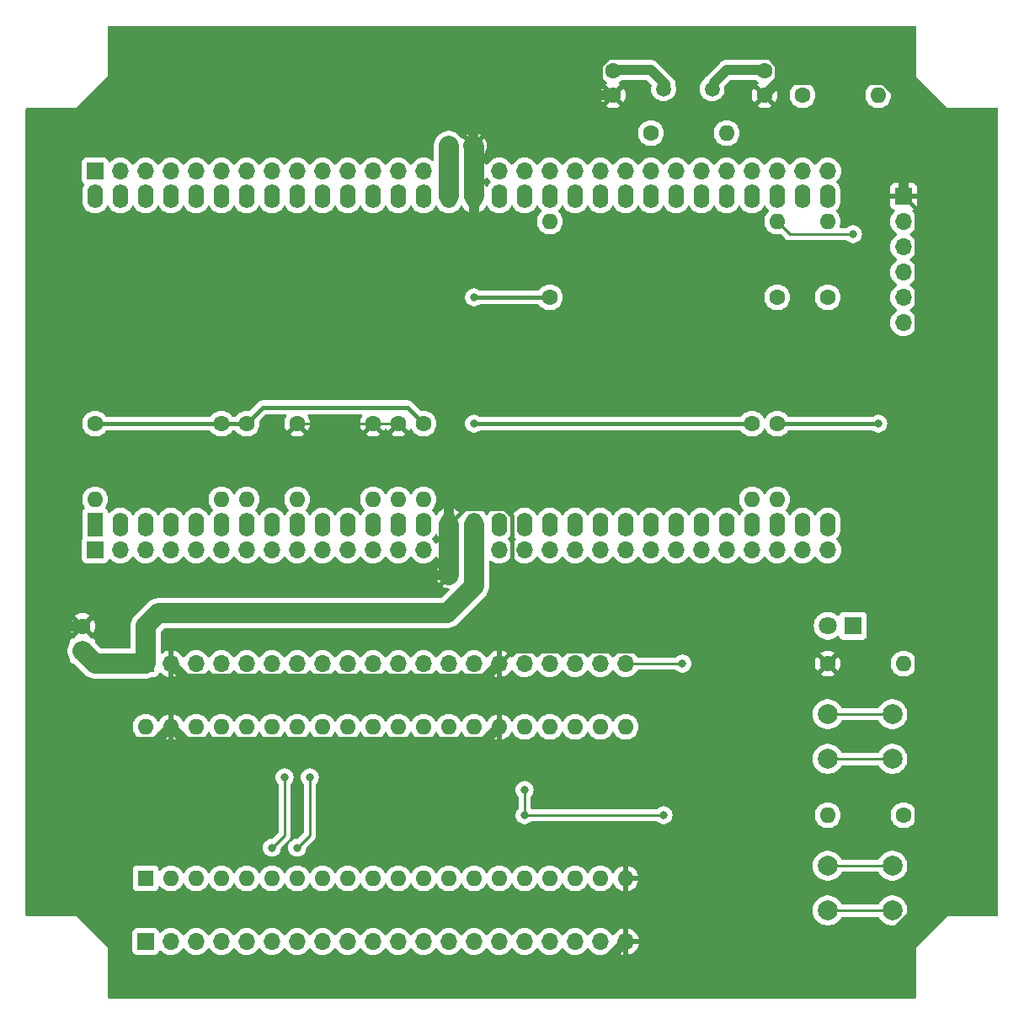
<source format=gbr>
%TF.GenerationSoftware,KiCad,Pcbnew,8.0.5*%
%TF.CreationDate,2025-08-26T16:06:39+09:00*%
%TF.ProjectId,TangNanoDCJ11MEM,54616e67-4e61-46e6-9f44-434a31314d45,rev?*%
%TF.SameCoordinates,Original*%
%TF.FileFunction,Copper,L1,Top*%
%TF.FilePolarity,Positive*%
%FSLAX46Y46*%
G04 Gerber Fmt 4.6, Leading zero omitted, Abs format (unit mm)*
G04 Created by KiCad (PCBNEW 8.0.5) date 2025-08-26 16:06:39*
%MOMM*%
%LPD*%
G01*
G04 APERTURE LIST*
%TA.AperFunction,ComponentPad*%
%ADD10C,1.600000*%
%TD*%
%TA.AperFunction,ComponentPad*%
%ADD11O,1.600000X1.600000*%
%TD*%
%TA.AperFunction,ComponentPad*%
%ADD12C,2.000000*%
%TD*%
%TA.AperFunction,ComponentPad*%
%ADD13R,1.700000X1.700000*%
%TD*%
%TA.AperFunction,ComponentPad*%
%ADD14O,1.700000X1.700000*%
%TD*%
%TA.AperFunction,ComponentPad*%
%ADD15C,1.500000*%
%TD*%
%TA.AperFunction,ComponentPad*%
%ADD16R,1.800000X1.800000*%
%TD*%
%TA.AperFunction,ComponentPad*%
%ADD17C,1.800000*%
%TD*%
%TA.AperFunction,ComponentPad*%
%ADD18R,1.600000X2.400000*%
%TD*%
%TA.AperFunction,ComponentPad*%
%ADD19O,1.600000X2.400000*%
%TD*%
%TA.AperFunction,ComponentPad*%
%ADD20R,1.600000X1.600000*%
%TD*%
%TA.AperFunction,ViaPad*%
%ADD21C,0.800000*%
%TD*%
%TA.AperFunction,Conductor*%
%ADD22C,1.000000*%
%TD*%
%TA.AperFunction,Conductor*%
%ADD23C,0.400000*%
%TD*%
%TA.AperFunction,Conductor*%
%ADD24C,0.250000*%
%TD*%
%TA.AperFunction,Conductor*%
%ADD25C,2.000000*%
%TD*%
G04 APERTURE END LIST*
D10*
%TO.P,R4,1*%
%TO.N,VCC*%
X20320000Y-40640000D03*
D11*
%TO.P,R4,2*%
%TO.N,PWRF_n*%
X20320000Y-48260000D03*
%TD*%
D12*
%TO.P,SW1,1,1*%
%TO.N,VCC*%
X81280000Y-69850000D03*
X87780000Y-69850000D03*
%TO.P,SW1,2,2*%
%TO.N,INIT_SW*%
X81280000Y-74350000D03*
X87780000Y-74350000D03*
%TD*%
D10*
%TO.P,R9,1*%
%TO.N,VCC*%
X40640000Y-40640000D03*
D11*
%TO.P,R9,2*%
%TO.N,PARITY_n*%
X40640000Y-48260000D03*
%TD*%
D10*
%TO.P,R5,1*%
%TO.N,VCC*%
X22860000Y-40640000D03*
D11*
%TO.P,R5,2*%
%TO.N,FPE_n*%
X22860000Y-48260000D03*
%TD*%
D13*
%TO.P,J4,1,Pin_1*%
%TO.N,TEST1_n*%
X7620000Y-53340000D03*
D14*
%TO.P,J4,2,Pin_2*%
%TO.N,AIO0*%
X10160000Y-53340000D03*
%TO.P,J4,3,Pin_3*%
%TO.N,AIO1*%
X12700000Y-53340000D03*
%TO.P,J4,4,Pin_4*%
%TO.N,AIO2*%
X15240000Y-53340000D03*
%TO.P,J4,5,Pin_5*%
%TO.N,AIO3*%
X17780000Y-53340000D03*
%TO.P,J4,6,Pin_6*%
%TO.N,PWRF_n*%
X20320000Y-53340000D03*
%TO.P,J4,7,Pin_7*%
%TO.N,FPE_n*%
X22860000Y-53340000D03*
%TO.P,J4,8,Pin_8*%
%TO.N,EVENT_n*%
X25400000Y-53340000D03*
%TO.P,J4,9,Pin_9*%
%TO.N,HALT*%
X27940000Y-53340000D03*
%TO.P,J4,10,Pin_10*%
%TO.N,IRQ0*%
X30480000Y-53340000D03*
%TO.P,J4,11,Pin_11*%
%TO.N,IRQ1*%
X33020000Y-53340000D03*
%TO.P,J4,12,Pin_12*%
%TO.N,IRQ2*%
X35560000Y-53340000D03*
%TO.P,J4,13,Pin_13*%
%TO.N,IRQ3*%
X38100000Y-53340000D03*
%TO.P,J4,14,Pin_14*%
%TO.N,PARITY_n*%
X40640000Y-53340000D03*
%TO.P,J4,15,Pin_15*%
%TO.N,GND*%
X43180000Y-53340000D03*
%TO.P,J4,16,Pin_16*%
%TO.N,VCC*%
X45720000Y-53340000D03*
%TO.P,J4,17,Pin_17*%
%TO.N,BS0*%
X48260000Y-53340000D03*
%TO.P,J4,18,Pin_18*%
%TO.N,BS1*%
X50800000Y-53340000D03*
%TO.P,J4,19,Pin_19*%
%TO.N,MAP_n*%
X53340000Y-53340000D03*
%TO.P,J4,20,Pin_20*%
%TO.N,ABORT_n*%
X55880000Y-53340000D03*
%TO.P,J4,21,Pin_21*%
%TO.N,DAL21*%
X58420000Y-53340000D03*
%TO.P,J4,22,Pin_22*%
%TO.N,DAL20*%
X60960000Y-53340000D03*
%TO.P,J4,23,Pin_23*%
%TO.N,DAL19*%
X63500000Y-53340000D03*
%TO.P,J4,24,Pin_24*%
%TO.N,DAL18*%
X66040000Y-53340000D03*
%TO.P,J4,25,Pin_25*%
%TO.N,DAL17*%
X68580000Y-53340000D03*
%TO.P,J4,26,Pin_26*%
%TO.N,DAL16*%
X71120000Y-53340000D03*
%TO.P,J4,27,Pin_27*%
%TO.N,DMR_n*%
X73660000Y-53340000D03*
%TO.P,J4,28,Pin_28*%
%TO.N,MISS_n*%
X76200000Y-53340000D03*
%TO.P,J4,29,Pin_29*%
%TO.N,PRDC_n*%
X78740000Y-53340000D03*
%TO.P,J4,30,Pin_30*%
%TO.N,unconnected-(J4-Pin_30-Pad30)*%
X81280000Y-53340000D03*
%TD*%
D10*
%TO.P,R11,1*%
%TO.N,VCC*%
X76200000Y-40640000D03*
D11*
%TO.P,R11,2*%
%TO.N,MISS_n*%
X76200000Y-48260000D03*
%TD*%
D10*
%TO.P,R16,1*%
%TO.N,GND*%
X81280000Y-64770000D03*
D11*
%TO.P,R16,2*%
%TO.N,Net-(D1-K)*%
X88900000Y-64770000D03*
%TD*%
D10*
%TO.P,R2,1*%
%TO.N,CLK2*%
X78740000Y-7620000D03*
D11*
%TO.P,R2,2*%
%TO.N,CLK2_D*%
X86360000Y-7620000D03*
%TD*%
D10*
%TO.P,R12,1*%
%TO.N,VCC*%
X53340000Y-27940000D03*
D11*
%TO.P,R12,2*%
%TO.N,DV*%
X53340000Y-20320000D03*
%TD*%
D13*
%TO.P,J6,1,Pin_1*%
%TO.N,GND*%
X88900000Y-17780000D03*
D14*
%TO.P,J6,2,Pin_2*%
%TO.N,unconnected-(J6-Pin_2-Pad2)*%
X88900000Y-20320000D03*
%TO.P,J6,3,Pin_3*%
%TO.N,unconnected-(J6-Pin_3-Pad3)*%
X88900000Y-22860000D03*
%TO.P,J6,4,Pin_4*%
%TO.N,unconnected-(J6-Pin_4-Pad4)*%
X88900000Y-25400000D03*
%TO.P,J6,5,Pin_5*%
%TO.N,GPIO_TX*%
X88900000Y-27940000D03*
%TO.P,J6,6,Pin_6*%
%TO.N,unconnected-(J6-Pin_6-Pad6)*%
X88900000Y-30480000D03*
%TD*%
D13*
%TO.P,J3,1,Pin_1*%
%TO.N,VCC*%
X12700000Y-64770000D03*
D14*
%TO.P,J3,2,Pin_2*%
%TO.N,GND*%
X15240000Y-64770000D03*
%TO.P,J3,3,Pin_3*%
%TO.N,DAL11*%
X17780000Y-64770000D03*
%TO.P,J3,4,Pin_4*%
%TO.N,DAL12*%
X20320000Y-64770000D03*
%TO.P,J3,5,Pin_5*%
%TO.N,DAL13*%
X22860000Y-64770000D03*
%TO.P,J3,6,Pin_6*%
%TO.N,DAL14*%
X25400000Y-64770000D03*
%TO.P,J3,7,Pin_7*%
%TO.N,DAL15*%
X27940000Y-64770000D03*
%TO.P,J3,8,Pin_8*%
%TO.N,DAL1*%
X30480000Y-64770000D03*
%TO.P,J3,9,Pin_9*%
%TO.N,DAL2*%
X33020000Y-64770000D03*
%TO.P,J3,10,Pin_10*%
%TO.N,DAL3*%
X35560000Y-64770000D03*
%TO.P,J3,11,Pin_11*%
%TO.N,DAL4*%
X38100000Y-64770000D03*
%TO.P,J3,12,Pin_12*%
%TO.N,DAL5*%
X40640000Y-64770000D03*
%TO.P,J3,13,Pin_13*%
%TO.N,BUFCTL_n*%
X43180000Y-64770000D03*
%TO.P,J3,14,Pin_14*%
%TO.N,LED_RGB*%
X45720000Y-64770000D03*
%TO.P,J3,15,Pin_15*%
%TO.N,GND*%
X48260000Y-64770000D03*
%TO.P,J3,16,Pin_16*%
%TO.N,3V3b*%
X50800000Y-64770000D03*
%TO.P,J3,17,Pin_17*%
%TO.N,ALE_n*%
X53340000Y-64770000D03*
%TO.P,J3,18,Pin_18*%
%TO.N,SCTL_n*%
X55880000Y-64770000D03*
%TO.P,J3,19,Pin_19*%
%TO.N,CLK2_D*%
X58420000Y-64770000D03*
%TO.P,J3,20,Pin_20*%
%TO.N,GPIO_TX*%
X60960000Y-64770000D03*
%TD*%
D10*
%TO.P,R7,1*%
%TO.N,GND*%
X35560000Y-40640000D03*
D11*
%TO.P,R7,2*%
%TO.N,IRQ2*%
X35560000Y-48260000D03*
%TD*%
D15*
%TO.P,Y1,1,1*%
%TO.N,XTALI*%
X69650000Y-6985000D03*
%TO.P,Y1,2,2*%
%TO.N,XTALO*%
X64770000Y-6985000D03*
%TD*%
D16*
%TO.P,D1,1,K*%
%TO.N,Net-(D1-K)*%
X83820000Y-60960000D03*
D17*
%TO.P,D1,2,A*%
%TO.N,VCC*%
X81280000Y-60960000D03*
%TD*%
D10*
%TO.P,C1,1*%
%TO.N,GND*%
X59690000Y-7620000D03*
%TO.P,C1,2*%
%TO.N,XTALO*%
X59690000Y-5120000D03*
%TD*%
%TO.P,C2,1*%
%TO.N,GND*%
X74930000Y-7620000D03*
%TO.P,C2,2*%
%TO.N,XTALI*%
X74930000Y-5120000D03*
%TD*%
%TO.P,C4,1*%
%TO.N,VCC*%
X45720000Y-55880000D03*
%TO.P,C4,2*%
%TO.N,GND*%
X43220000Y-55880000D03*
%TD*%
%TO.P,R3,1*%
%TO.N,VCC*%
X7620000Y-40640000D03*
D11*
%TO.P,R3,2*%
%TO.N,TEST1_n*%
X7620000Y-48260000D03*
%TD*%
D12*
%TO.P,SW2,1,1*%
%TO.N,VCC*%
X81280000Y-85090000D03*
X87780000Y-85090000D03*
%TO.P,SW2,2,2*%
%TO.N,Net-(R15-Pad1)*%
X81280000Y-89590000D03*
X87780000Y-89590000D03*
%TD*%
D10*
%TO.P,R10,1*%
%TO.N,VCC*%
X73660000Y-40640000D03*
D11*
%TO.P,R10,2*%
%TO.N,DMR_n*%
X73660000Y-48260000D03*
%TD*%
D10*
%TO.P,R1,1*%
%TO.N,XTALO*%
X63500000Y-11430000D03*
D11*
%TO.P,R1,2*%
%TO.N,XTALI*%
X71120000Y-11430000D03*
%TD*%
D18*
%TO.P,U1,1,~{TEST1}*%
%TO.N,TEST1_n*%
X7620000Y-50800000D03*
D19*
%TO.P,U1,2,AIO0*%
%TO.N,AIO0*%
X10160000Y-50800000D03*
%TO.P,U1,3,AIO1*%
%TO.N,AIO1*%
X12700000Y-50800000D03*
%TO.P,U1,4,AIO2*%
%TO.N,AIO2*%
X15240000Y-50800000D03*
%TO.P,U1,5,AIO3*%
%TO.N,AIO3*%
X17780000Y-50800000D03*
%TO.P,U1,6,~{PWRF}*%
%TO.N,PWRF_n*%
X20320000Y-50800000D03*
%TO.P,U1,7,~{FPE}*%
%TO.N,FPE_n*%
X22860000Y-50800000D03*
%TO.P,U1,8,~{EVENT}*%
%TO.N,EVENT_n*%
X25400000Y-50800000D03*
%TO.P,U1,9,HALT*%
%TO.N,HALT*%
X27940000Y-50800000D03*
%TO.P,U1,10,IRQ0*%
%TO.N,IRQ0*%
X30480000Y-50800000D03*
%TO.P,U1,11,IRQ1*%
%TO.N,IRQ1*%
X33020000Y-50800000D03*
%TO.P,U1,12,IRQ2*%
%TO.N,IRQ2*%
X35560000Y-50800000D03*
%TO.P,U1,13,IRQ3*%
%TO.N,IRQ3*%
X38100000Y-50800000D03*
%TO.P,U1,14,~{PARITY}*%
%TO.N,PARITY_n*%
X40640000Y-50800000D03*
%TO.P,U1,15,GND*%
%TO.N,GND*%
X43180000Y-50800000D03*
%TO.P,U1,16,VCC*%
%TO.N,VCC*%
X45720000Y-50800000D03*
%TO.P,U1,17,BS0*%
%TO.N,BS0*%
X48260000Y-50800000D03*
%TO.P,U1,18,BS1*%
%TO.N,BS1*%
X50800000Y-50800000D03*
%TO.P,U1,19,~{MAP}*%
%TO.N,MAP_n*%
X53340000Y-50800000D03*
%TO.P,U1,20,~{ABORT}*%
%TO.N,ABORT_n*%
X55880000Y-50800000D03*
%TO.P,U1,21,DAL21*%
%TO.N,DAL21*%
X58420000Y-50800000D03*
%TO.P,U1,22,DAL20*%
%TO.N,DAL20*%
X60960000Y-50800000D03*
%TO.P,U1,23,DAL19*%
%TO.N,DAL19*%
X63500000Y-50800000D03*
%TO.P,U1,24,DAL18*%
%TO.N,DAL18*%
X66040000Y-50800000D03*
%TO.P,U1,25,DAL17*%
%TO.N,DAL17*%
X68580000Y-50800000D03*
%TO.P,U1,26,DAL16*%
%TO.N,DAL16*%
X71120000Y-50800000D03*
%TO.P,U1,27,~{DMR}*%
%TO.N,DMR_n*%
X73660000Y-50800000D03*
%TO.P,U1,28,~{MISS}*%
%TO.N,MISS_n*%
X76200000Y-50800000D03*
%TO.P,U1,29,~{PRDC}*%
%TO.N,PRDC_n*%
X78740000Y-50800000D03*
%TO.P,U1,30,NC*%
%TO.N,unconnected-(U1-NC-Pad30)*%
X81280000Y-50800000D03*
%TO.P,U1,31,~{TEST2}*%
%TO.N,TEST2_n*%
X81280000Y-17780000D03*
%TO.P,U1,32,CONT*%
%TO.N,CONT_n*%
X78740000Y-17780000D03*
%TO.P,U1,33,~{INIT}*%
%TO.N,INIT_n*%
X76200000Y-17780000D03*
%TO.P,U1,34,CLK2*%
%TO.N,CLK2*%
X73660000Y-17780000D03*
%TO.P,U1,35,CLK*%
%TO.N,CLK*%
X71120000Y-17780000D03*
%TO.P,U1,36,XTALI*%
%TO.N,XTALI*%
X68580000Y-17780000D03*
%TO.P,U1,37,XTALO*%
%TO.N,XTALO*%
X66040000Y-17780000D03*
%TO.P,U1,38,~{SCTL}*%
%TO.N,SCTL_n*%
X63500000Y-17780000D03*
%TO.P,U1,39,~{STRB}*%
%TO.N,STRB_n*%
X60960000Y-17780000D03*
%TO.P,U1,40,~{ALE}*%
%TO.N,ALE_n*%
X58420000Y-17780000D03*
%TO.P,U1,41,~{BUFCTL}*%
%TO.N,BUFCTL_n*%
X55880000Y-17780000D03*
%TO.P,U1,42,DV*%
%TO.N,DV*%
X53340000Y-17780000D03*
%TO.P,U1,43,DAL5*%
%TO.N,DAL5*%
X50800000Y-17780000D03*
%TO.P,U1,44,DAL4*%
%TO.N,DAL4*%
X48260000Y-17780000D03*
%TO.P,U1,45,GND*%
%TO.N,GND*%
X45720000Y-17780000D03*
%TO.P,U1,46,VCC*%
%TO.N,VCC*%
X43180000Y-17780000D03*
%TO.P,U1,47,DAL3*%
%TO.N,DAL3*%
X40640000Y-17780000D03*
%TO.P,U1,48,DAL2*%
%TO.N,DAL2*%
X38100000Y-17780000D03*
%TO.P,U1,49,DAL1*%
%TO.N,DAL1*%
X35560000Y-17780000D03*
%TO.P,U1,50,DAL15*%
%TO.N,DAL15*%
X33020000Y-17780000D03*
%TO.P,U1,51,DAL14*%
%TO.N,DAL14*%
X30480000Y-17780000D03*
%TO.P,U1,52,DAL13*%
%TO.N,DAL13*%
X27940000Y-17780000D03*
%TO.P,U1,53,DAL12*%
%TO.N,DAL12*%
X25400000Y-17780000D03*
%TO.P,U1,54,DAL11*%
%TO.N,DAL11*%
X22860000Y-17780000D03*
%TO.P,U1,55,DAL10*%
%TO.N,DAL10*%
X20320000Y-17780000D03*
%TO.P,U1,56,DAL9*%
%TO.N,DAL9*%
X17780000Y-17780000D03*
%TO.P,U1,57,DAL0*%
%TO.N,DAL0*%
X15240000Y-17780000D03*
%TO.P,U1,58,DAL8*%
%TO.N,DAL8*%
X12700000Y-17780000D03*
%TO.P,U1,59,DAL7*%
%TO.N,DAL7*%
X10160000Y-17780000D03*
%TO.P,U1,60,DAL6*%
%TO.N,DAL6*%
X7620000Y-17780000D03*
%TD*%
D10*
%TO.P,C3,1*%
%TO.N,VCC*%
X43180000Y-12700000D03*
%TO.P,C3,2*%
%TO.N,GND*%
X45680000Y-12700000D03*
%TD*%
%TO.P,R8,1*%
%TO.N,GND*%
X38100000Y-40640000D03*
D11*
%TO.P,R8,2*%
%TO.N,IRQ3*%
X38100000Y-48260000D03*
%TD*%
D10*
%TO.P,R15,1*%
%TO.N,Net-(R15-Pad1)*%
X88900000Y-80010000D03*
D11*
%TO.P,R15,2*%
%TO.N,HALT*%
X81280000Y-80010000D03*
%TD*%
D10*
%TO.P,R6,1*%
%TO.N,GND*%
X27940000Y-40640000D03*
D11*
%TO.P,R6,2*%
%TO.N,HALT*%
X27940000Y-48260000D03*
%TD*%
D20*
%TO.P,J1,1,Pin_1*%
%TO.N,DAL6*%
X12700000Y-86360000D03*
D11*
%TO.P,J1,2,Pin_2*%
%TO.N,DAL7*%
X15240000Y-86360000D03*
%TO.P,J1,3,Pin_3*%
%TO.N,INIT_SW*%
X17780000Y-86360000D03*
%TO.P,J1,4,Pin_4*%
%TO.N,DAL8*%
X20320000Y-86360000D03*
%TO.P,J1,5,Pin_5*%
%TO.N,DAL0*%
X22860000Y-86360000D03*
%TO.P,J1,6,Pin_6*%
%TO.N,IRQ0*%
X25400000Y-86360000D03*
%TO.P,J1,7,Pin_7*%
%TO.N,IRQ1*%
X27940000Y-86360000D03*
%TO.P,J1,8,Pin_8*%
%TO.N,DAL9*%
X30480000Y-86360000D03*
%TO.P,J1,9,Pin_9*%
%TO.N,DAL10*%
X33020000Y-86360000D03*
%TO.P,J1,10,Pin_10*%
%TO.N,AIO0*%
X35560000Y-86360000D03*
%TO.P,J1,11,Pin_11*%
%TO.N,INIT_n*%
X38100000Y-86360000D03*
%TO.P,J1,12,Pin_12*%
%TO.N,AIO1*%
X40640000Y-86360000D03*
%TO.P,J1,13,Pin_13*%
%TO.N,AIO2*%
X43180000Y-86360000D03*
%TO.P,J1,14,Pin_14*%
%TO.N,AIO3*%
X45720000Y-86360000D03*
%TO.P,J1,15,Pin_15*%
%TO.N,ABORT_n*%
X48260000Y-86360000D03*
%TO.P,J1,16,Pin_16*%
%TO.N,HALT*%
X50800000Y-86360000D03*
%TO.P,J1,17,Pin_17*%
%TO.N,EVENT_n*%
X53340000Y-86360000D03*
%TO.P,J1,18,Pin_18*%
%TO.N,CONT_n*%
X55880000Y-86360000D03*
%TO.P,J1,19,Pin_19*%
%TO.N,3V3a*%
X58420000Y-86360000D03*
%TO.P,J1,20,Pin_20*%
%TO.N,GND*%
X60960000Y-86360000D03*
%TO.P,J1,21,Pin_21*%
%TO.N,GPIO_TX*%
X60960000Y-71120000D03*
%TO.P,J1,22,Pin_22*%
%TO.N,CLK2_D*%
X58420000Y-71120000D03*
%TO.P,J1,23,Pin_23*%
%TO.N,SCTL_n*%
X55880000Y-71120000D03*
%TO.P,J1,24,Pin_24*%
%TO.N,ALE_n*%
X53340000Y-71120000D03*
%TO.P,J1,25,Pin_25*%
%TO.N,3V3b*%
X50800000Y-71120000D03*
%TO.P,J1,26,Pin_26*%
%TO.N,GND*%
X48260000Y-71120000D03*
%TO.P,J1,27,Pin_27*%
%TO.N,LED_RGB*%
X45720000Y-71120000D03*
%TO.P,J1,28,Pin_28*%
%TO.N,BUFCTL_n*%
X43180000Y-71120000D03*
%TO.P,J1,29,Pin_29*%
%TO.N,DAL5*%
X40640000Y-71120000D03*
%TO.P,J1,30,Pin_30*%
%TO.N,DAL4*%
X38100000Y-71120000D03*
%TO.P,J1,31,Pin_31*%
%TO.N,DAL3*%
X35560000Y-71120000D03*
%TO.P,J1,32,Pin_32*%
%TO.N,DAL2*%
X33020000Y-71120000D03*
%TO.P,J1,33,Pin_33*%
%TO.N,DAL1*%
X30480000Y-71120000D03*
%TO.P,J1,34,Pin_34*%
%TO.N,DAL15*%
X27940000Y-71120000D03*
%TO.P,J1,35,Pin_35*%
%TO.N,DAL14*%
X25400000Y-71120000D03*
%TO.P,J1,36,Pin_36*%
%TO.N,DAL13*%
X22860000Y-71120000D03*
%TO.P,J1,37,Pin_37*%
%TO.N,DAL12*%
X20320000Y-71120000D03*
%TO.P,J1,38,Pin_38*%
%TO.N,DAL11*%
X17780000Y-71120000D03*
%TO.P,J1,39,Pin_39*%
%TO.N,GND*%
X15240000Y-71120000D03*
%TO.P,J1,40,Pin_40*%
%TO.N,VCC*%
X12700000Y-71120000D03*
%TD*%
D10*
%TO.P,R14,1*%
%TO.N,VCC*%
X81280000Y-27940000D03*
D11*
%TO.P,R14,2*%
%TO.N,TEST2_n*%
X81280000Y-20320000D03*
%TD*%
D13*
%TO.P,J2,1,Pin_1*%
%TO.N,DAL6*%
X12700000Y-92710000D03*
D14*
%TO.P,J2,2,Pin_2*%
%TO.N,DAL7*%
X15240000Y-92710000D03*
%TO.P,J2,3,Pin_3*%
%TO.N,INIT_SW*%
X17780000Y-92710000D03*
%TO.P,J2,4,Pin_4*%
%TO.N,DAL8*%
X20320000Y-92710000D03*
%TO.P,J2,5,Pin_5*%
%TO.N,DAL0*%
X22860000Y-92710000D03*
%TO.P,J2,6,Pin_6*%
%TO.N,IRQ0*%
X25400000Y-92710000D03*
%TO.P,J2,7,Pin_7*%
%TO.N,IRQ1*%
X27940000Y-92710000D03*
%TO.P,J2,8,Pin_8*%
%TO.N,DAL9*%
X30480000Y-92710000D03*
%TO.P,J2,9,Pin_9*%
%TO.N,DAL10*%
X33020000Y-92710000D03*
%TO.P,J2,10,Pin_10*%
%TO.N,AIO0*%
X35560000Y-92710000D03*
%TO.P,J2,11,Pin_11*%
%TO.N,INIT_n*%
X38100000Y-92710000D03*
%TO.P,J2,12,Pin_12*%
%TO.N,AIO1*%
X40640000Y-92710000D03*
%TO.P,J2,13,Pin_13*%
%TO.N,AIO2*%
X43180000Y-92710000D03*
%TO.P,J2,14,Pin_14*%
%TO.N,AIO3*%
X45720000Y-92710000D03*
%TO.P,J2,15,Pin_15*%
%TO.N,ABORT_n*%
X48260000Y-92710000D03*
%TO.P,J2,16,Pin_16*%
%TO.N,HALT*%
X50800000Y-92710000D03*
%TO.P,J2,17,Pin_17*%
%TO.N,EVENT_n*%
X53340000Y-92710000D03*
%TO.P,J2,18,Pin_18*%
%TO.N,CONT_n*%
X55880000Y-92710000D03*
%TO.P,J2,19,Pin_19*%
%TO.N,3V3a*%
X58420000Y-92710000D03*
%TO.P,J2,20,Pin_20*%
%TO.N,GND*%
X60960000Y-92710000D03*
%TD*%
D20*
%TO.P,C5,1*%
%TO.N,VCC*%
X6350000Y-63500000D03*
D10*
%TO.P,C5,2*%
%TO.N,GND*%
X6350000Y-61000000D03*
%TD*%
%TO.P,R13,1*%
%TO.N,VCC*%
X76200000Y-27940000D03*
D11*
%TO.P,R13,2*%
%TO.N,INIT_n*%
X76200000Y-20320000D03*
%TD*%
D13*
%TO.P,J5,1,Pin_1*%
%TO.N,DAL6*%
X7620000Y-15240000D03*
D14*
%TO.P,J5,2,Pin_2*%
%TO.N,DAL7*%
X10160000Y-15240000D03*
%TO.P,J5,3,Pin_3*%
%TO.N,DAL8*%
X12700000Y-15240000D03*
%TO.P,J5,4,Pin_4*%
%TO.N,DAL0*%
X15240000Y-15240000D03*
%TO.P,J5,5,Pin_5*%
%TO.N,DAL9*%
X17780000Y-15240000D03*
%TO.P,J5,6,Pin_6*%
%TO.N,DAL10*%
X20320000Y-15240000D03*
%TO.P,J5,7,Pin_7*%
%TO.N,DAL11*%
X22860000Y-15240000D03*
%TO.P,J5,8,Pin_8*%
%TO.N,DAL12*%
X25400000Y-15240000D03*
%TO.P,J5,9,Pin_9*%
%TO.N,DAL13*%
X27940000Y-15240000D03*
%TO.P,J5,10,Pin_10*%
%TO.N,DAL14*%
X30480000Y-15240000D03*
%TO.P,J5,11,Pin_11*%
%TO.N,DAL15*%
X33020000Y-15240000D03*
%TO.P,J5,12,Pin_12*%
%TO.N,DAL1*%
X35560000Y-15240000D03*
%TO.P,J5,13,Pin_13*%
%TO.N,DAL2*%
X38100000Y-15240000D03*
%TO.P,J5,14,Pin_14*%
%TO.N,DAL3*%
X40640000Y-15240000D03*
%TO.P,J5,15,Pin_15*%
%TO.N,VCC*%
X43180000Y-15240000D03*
%TO.P,J5,16,Pin_16*%
%TO.N,GND*%
X45720000Y-15240000D03*
%TO.P,J5,17,Pin_17*%
%TO.N,DAL4*%
X48260000Y-15240000D03*
%TO.P,J5,18,Pin_18*%
%TO.N,DAL5*%
X50800000Y-15240000D03*
%TO.P,J5,19,Pin_19*%
%TO.N,DV*%
X53340000Y-15240000D03*
%TO.P,J5,20,Pin_20*%
%TO.N,BUFCTL_n*%
X55880000Y-15240000D03*
%TO.P,J5,21,Pin_21*%
%TO.N,ALE_n*%
X58420000Y-15240000D03*
%TO.P,J5,22,Pin_22*%
%TO.N,STRB_n*%
X60960000Y-15240000D03*
%TO.P,J5,23,Pin_23*%
%TO.N,SCTL_n*%
X63500000Y-15240000D03*
%TO.P,J5,24,Pin_24*%
%TO.N,XTALO*%
X66040000Y-15240000D03*
%TO.P,J5,25,Pin_25*%
%TO.N,XTALI*%
X68580000Y-15240000D03*
%TO.P,J5,26,Pin_26*%
%TO.N,CLK*%
X71120000Y-15240000D03*
%TO.P,J5,27,Pin_27*%
%TO.N,CLK2*%
X73660000Y-15240000D03*
%TO.P,J5,28,Pin_28*%
%TO.N,INIT_n*%
X76200000Y-15240000D03*
%TO.P,J5,29,Pin_29*%
%TO.N,CONT_n*%
X78740000Y-15240000D03*
%TO.P,J5,30,Pin_30*%
%TO.N,TEST2_n*%
X81280000Y-15240000D03*
%TD*%
D21*
%TO.N,VCC*%
X45720000Y-40640000D03*
X86360000Y-40640000D03*
X45720000Y-27940000D03*
%TO.N,IRQ1*%
X29210000Y-76200000D03*
X27940000Y-83275000D03*
%TO.N,HALT*%
X64770000Y-80010000D03*
X50800000Y-77470000D03*
X50800000Y-80010000D03*
%TO.N,IRQ0*%
X25400000Y-83275000D03*
X26670000Y-76200000D03*
%TO.N,INIT_n*%
X83820000Y-21590000D03*
%TO.N,GPIO_TX*%
X66675000Y-64770000D03*
%TD*%
D22*
%TO.N,GND*%
X45680000Y-5218630D02*
X44906370Y-4445000D01*
X44906370Y-4445000D02*
X12827000Y-4445000D01*
X2032000Y-60960000D02*
X2032000Y-55372000D01*
X43180000Y-43180000D02*
X43180000Y-23368000D01*
D23*
X76130000Y-6420000D02*
X76130000Y-4622943D01*
D22*
X48260000Y-71120000D02*
X46760000Y-72620000D01*
X45680000Y-12700000D02*
X45680000Y-6350000D01*
D23*
X49510000Y-49952944D02*
X48757056Y-49200000D01*
D24*
X38100000Y-40640000D02*
X35560000Y-40640000D01*
D23*
X60960000Y-92710000D02*
X86639899Y-92710000D01*
D22*
X43180000Y-23368000D02*
X45720000Y-20828000D01*
X46710000Y-66320000D02*
X16790000Y-66320000D01*
X5178630Y-60960000D02*
X2032000Y-60960000D01*
X88900000Y-8038679D02*
X88900000Y-17780000D01*
D23*
X90170000Y-74930000D02*
X90170000Y-19050000D01*
D25*
X43180000Y-55840000D02*
X43220000Y-55880000D01*
D23*
X74930000Y-7620000D02*
X76130000Y-6420000D01*
X44780000Y-49200000D02*
X43180000Y-50800000D01*
D22*
X57658000Y-96012000D02*
X60960000Y-92710000D01*
X12827000Y-4445000D02*
X2032000Y-15240000D01*
X2032000Y-55372000D02*
X2032000Y-43180000D01*
D24*
X40640000Y-43180000D02*
X43180000Y-43180000D01*
D23*
X76130000Y-4622943D02*
X75317057Y-3810000D01*
D24*
X38100000Y-40640000D02*
X40640000Y-43180000D01*
D22*
X48260000Y-64770000D02*
X46710000Y-66320000D01*
D23*
X90170000Y-19050000D02*
X88900000Y-17780000D01*
X58420000Y-4692943D02*
X58420000Y-6350000D01*
D22*
X2032000Y-43180000D02*
X2032000Y-15240000D01*
D23*
X81280000Y-64770000D02*
X80030000Y-63520000D01*
D22*
X46950000Y-7620000D02*
X59690000Y-7620000D01*
X10160000Y-96012000D02*
X57658000Y-96012000D01*
X16790000Y-66320000D02*
X15240000Y-64770000D01*
X10160000Y-88900000D02*
X10160000Y-96012000D01*
X4548000Y-72620000D02*
X2032000Y-70104000D01*
X13740000Y-72620000D02*
X4548000Y-72620000D01*
D25*
X45720000Y-17780000D02*
X45720000Y-12740000D01*
D23*
X80030000Y-63520000D02*
X49510000Y-63520000D01*
D24*
X35560000Y-40640000D02*
X27940000Y-40640000D01*
D23*
X49510000Y-63520000D02*
X48260000Y-64770000D01*
D22*
X45720000Y-20828000D02*
X45720000Y-17780000D01*
X46760000Y-72620000D02*
X16740000Y-72620000D01*
X43220000Y-55880000D02*
X2540000Y-55880000D01*
X4548000Y-72620000D02*
X4548000Y-83288000D01*
D23*
X90170000Y-89179899D02*
X90170000Y-74930000D01*
D24*
X25400000Y-43180000D02*
X2032000Y-43180000D01*
D25*
X43180000Y-50800000D02*
X43180000Y-55840000D01*
D23*
X48757056Y-49200000D02*
X44780000Y-49200000D01*
D22*
X45680000Y-6350000D02*
X46950000Y-7620000D01*
X43180000Y-50800000D02*
X43180000Y-43180000D01*
D23*
X86639899Y-92710000D02*
X90170000Y-89179899D01*
X59302943Y-3810000D02*
X58420000Y-4692943D01*
D22*
X15240000Y-71120000D02*
X13740000Y-72620000D01*
D23*
X58420000Y-6350000D02*
X59690000Y-7620000D01*
D22*
X4548000Y-83288000D02*
X10160000Y-88900000D01*
X86981321Y-6120000D02*
X88900000Y-8038679D01*
X5218630Y-61000000D02*
X5178630Y-60960000D01*
D24*
X27940000Y-40640000D02*
X25400000Y-43180000D01*
D22*
X45680000Y-6350000D02*
X45680000Y-5218630D01*
D25*
X45720000Y-12740000D02*
X45680000Y-12700000D01*
D22*
X74930000Y-7620000D02*
X76430000Y-6120000D01*
X76430000Y-6120000D02*
X86981321Y-6120000D01*
X16740000Y-72620000D02*
X15240000Y-71120000D01*
D23*
X75317057Y-3810000D02*
X59302943Y-3810000D01*
D22*
X6350000Y-61000000D02*
X5218630Y-61000000D01*
D23*
X49510000Y-63520000D02*
X49510000Y-49952944D01*
D22*
X2540000Y-55880000D02*
X2032000Y-55372000D01*
X2032000Y-70104000D02*
X2032000Y-60960000D01*
D25*
%TO.N,VCC*%
X43180000Y-12700000D02*
X43180000Y-17780000D01*
X7620000Y-64770000D02*
X6350000Y-63500000D01*
D23*
X22860000Y-40640000D02*
X20320000Y-40640000D01*
X24500000Y-39000000D02*
X22860000Y-40640000D01*
X40640000Y-40640000D02*
X39000000Y-39000000D01*
D24*
X81280000Y-85090000D02*
X87780000Y-85090000D01*
D25*
X12700000Y-64770000D02*
X7620000Y-64770000D01*
D23*
X39000000Y-39000000D02*
X24500000Y-39000000D01*
D25*
X12700000Y-60960000D02*
X13970000Y-59690000D01*
X45720000Y-55880000D02*
X45720000Y-50800000D01*
X12700000Y-64770000D02*
X12700000Y-60960000D01*
D23*
X86360000Y-40640000D02*
X76200000Y-40640000D01*
X20320000Y-40640000D02*
X7620000Y-40640000D01*
X53340000Y-27940000D02*
X45720000Y-27940000D01*
D25*
X13970000Y-59690000D02*
X43041370Y-59690000D01*
X45720000Y-57011370D02*
X45720000Y-55880000D01*
D24*
X81280000Y-69850000D02*
X87780000Y-69850000D01*
D23*
X73660000Y-40640000D02*
X45720000Y-40640000D01*
D25*
X43041370Y-59690000D02*
X45720000Y-57011370D01*
D22*
%TO.N,XTALO*%
X64970000Y-6550000D02*
X63500000Y-5080000D01*
X63500000Y-5080000D02*
X59730000Y-5080000D01*
%TO.N,XTALI*%
X71120000Y-5080000D02*
X74890000Y-5080000D01*
X69850000Y-6350000D02*
X71120000Y-5080000D01*
D24*
%TO.N,IRQ1*%
X29210000Y-82005000D02*
X27940000Y-83275000D01*
X29210000Y-82005000D02*
X29210000Y-76200000D01*
%TO.N,HALT*%
X50800000Y-80010000D02*
X50800000Y-77470000D01*
X64770000Y-80010000D02*
X50800000Y-80010000D01*
%TO.N,IRQ0*%
X26670000Y-82005000D02*
X26670000Y-76200000D01*
X26670000Y-82005000D02*
X25400000Y-83275000D01*
%TO.N,INIT_n*%
X77470000Y-21590000D02*
X76200000Y-20320000D01*
X83820000Y-21590000D02*
X77470000Y-21590000D01*
%TO.N,Net-(R15-Pad1)*%
X87780000Y-89590000D02*
X81280000Y-89590000D01*
%TO.N,INIT_SW*%
X87780000Y-74350000D02*
X81280000Y-74350000D01*
%TO.N,GPIO_TX*%
X60960000Y-64770000D02*
X66675000Y-64770000D01*
%TD*%
%TA.AperFunction,Conductor*%
%TO.N,GND*%
G36*
X44158349Y-54391488D02*
G01*
X44206162Y-54442435D01*
X44219500Y-54498380D01*
X44219500Y-54754648D01*
X44199815Y-54821687D01*
X44147011Y-54867442D01*
X44077853Y-54877386D01*
X44024377Y-54856223D01*
X43872487Y-54749868D01*
X43872479Y-54749864D01*
X43852698Y-54740640D01*
X43800258Y-54694468D01*
X43781106Y-54627275D01*
X43801322Y-54560393D01*
X43852699Y-54515875D01*
X43857580Y-54513598D01*
X43857585Y-54513596D01*
X44024376Y-54396806D01*
X44090582Y-54374478D01*
X44158349Y-54391488D01*
G37*
%TD.AperFunction*%
%TA.AperFunction,Conductor*%
G36*
X43430000Y-52906988D02*
G01*
X43372993Y-52874075D01*
X43245826Y-52840000D01*
X43114174Y-52840000D01*
X42987007Y-52874075D01*
X42930000Y-52906988D01*
X42930000Y-51115686D01*
X42934394Y-51120080D01*
X43025606Y-51172741D01*
X43127339Y-51200000D01*
X43232661Y-51200000D01*
X43334394Y-51172741D01*
X43425606Y-51120080D01*
X43430000Y-51115686D01*
X43430000Y-52906988D01*
G37*
%TD.AperFunction*%
%TA.AperFunction,Conductor*%
G36*
X41981725Y-51743316D02*
G01*
X42020765Y-51788370D01*
X42068140Y-51881349D01*
X42188417Y-52046894D01*
X42188417Y-52046895D01*
X42288486Y-52146964D01*
X42321971Y-52208287D01*
X42316987Y-52277979D01*
X42288486Y-52322326D01*
X42141891Y-52468920D01*
X42141890Y-52468922D01*
X42011880Y-52654595D01*
X41957303Y-52698219D01*
X41887804Y-52705412D01*
X41825450Y-52673890D01*
X41808730Y-52654594D01*
X41678496Y-52468600D01*
X41619955Y-52410059D01*
X41532219Y-52322323D01*
X41498736Y-52261002D01*
X41503720Y-52191311D01*
X41532217Y-52146967D01*
X41631966Y-52047219D01*
X41632202Y-52046895D01*
X41752284Y-51881614D01*
X41752285Y-51881613D01*
X41752287Y-51881610D01*
X41799795Y-51788369D01*
X41847770Y-51737574D01*
X41915591Y-51720779D01*
X41981725Y-51743316D01*
G37*
%TD.AperFunction*%
%TA.AperFunction,Conductor*%
G36*
X49601445Y-51743865D02*
G01*
X49640485Y-51788919D01*
X49687715Y-51881614D01*
X49808028Y-52047213D01*
X49907778Y-52146963D01*
X49941263Y-52208286D01*
X49936279Y-52277978D01*
X49907778Y-52322325D01*
X49761505Y-52468597D01*
X49631575Y-52654158D01*
X49576998Y-52697783D01*
X49507500Y-52704977D01*
X49445145Y-52673454D01*
X49428425Y-52654158D01*
X49298496Y-52468600D01*
X49239955Y-52410059D01*
X49152219Y-52322323D01*
X49118736Y-52261002D01*
X49123720Y-52191311D01*
X49152217Y-52146967D01*
X49251966Y-52047219D01*
X49252202Y-52046895D01*
X49372284Y-51881614D01*
X49372285Y-51881613D01*
X49372287Y-51881610D01*
X49419516Y-51788917D01*
X49467489Y-51738123D01*
X49535310Y-51721328D01*
X49601445Y-51743865D01*
G37*
%TD.AperFunction*%
%TA.AperFunction,Conductor*%
G36*
X45970000Y-17464314D02*
G01*
X45965606Y-17459920D01*
X45874394Y-17407259D01*
X45772661Y-17380000D01*
X45667339Y-17380000D01*
X45565606Y-17407259D01*
X45474394Y-17459920D01*
X45470000Y-17464314D01*
X45470000Y-15673012D01*
X45527007Y-15705925D01*
X45654174Y-15740000D01*
X45785826Y-15740000D01*
X45912993Y-15705925D01*
X45970000Y-15673012D01*
X45970000Y-17464314D01*
G37*
%TD.AperFunction*%
%TA.AperFunction,Conductor*%
G36*
X47074549Y-15906110D02*
G01*
X47091269Y-15925405D01*
X47221505Y-16111401D01*
X47221506Y-16111402D01*
X47367778Y-16257674D01*
X47401263Y-16318997D01*
X47396279Y-16388689D01*
X47367779Y-16433036D01*
X47268027Y-16532788D01*
X47147713Y-16698388D01*
X47100203Y-16791630D01*
X47052228Y-16842426D01*
X46984407Y-16859220D01*
X46918272Y-16836682D01*
X46879234Y-16791628D01*
X46831861Y-16698652D01*
X46711582Y-16533105D01*
X46711582Y-16533104D01*
X46611514Y-16433036D01*
X46578029Y-16371713D01*
X46583013Y-16302021D01*
X46611514Y-16257674D01*
X46758105Y-16111082D01*
X46888119Y-15925405D01*
X46942696Y-15881781D01*
X47012195Y-15874588D01*
X47074549Y-15906110D01*
G37*
%TD.AperFunction*%
%TA.AperFunction,Conductor*%
G36*
X44875624Y-13723776D02*
G01*
X45027518Y-13830134D01*
X45027519Y-13830135D01*
X45047299Y-13839358D01*
X45099740Y-13885529D01*
X45118893Y-13952722D01*
X45098679Y-14019604D01*
X45047313Y-14064118D01*
X45042426Y-14066397D01*
X45042420Y-14066400D01*
X44875623Y-14183193D01*
X44809417Y-14205520D01*
X44741650Y-14188510D01*
X44693837Y-14137562D01*
X44680500Y-14081618D01*
X44680500Y-13825351D01*
X44700185Y-13758312D01*
X44752989Y-13712557D01*
X44822147Y-13702613D01*
X44875624Y-13723776D01*
G37*
%TD.AperFunction*%
%TA.AperFunction,Conductor*%
G36*
X90113039Y-654685D02*
G01*
X90158794Y-707489D01*
X90170000Y-759000D01*
X90170000Y-5715000D01*
X93345000Y-8890000D01*
X98301000Y-8890000D01*
X98368039Y-8909685D01*
X98413794Y-8962489D01*
X98425000Y-9014000D01*
X98425000Y-90046000D01*
X98405315Y-90113039D01*
X98352511Y-90158794D01*
X98301000Y-90170000D01*
X93344999Y-90170000D01*
X90170000Y-93344999D01*
X90170000Y-98301000D01*
X90150315Y-98368039D01*
X90097511Y-98413794D01*
X90046000Y-98425000D01*
X9014000Y-98425000D01*
X8946961Y-98405315D01*
X8901206Y-98352511D01*
X8890000Y-98301000D01*
X8890000Y-93345000D01*
X7357135Y-91812135D01*
X11349500Y-91812135D01*
X11349500Y-93607870D01*
X11349501Y-93607876D01*
X11355908Y-93667483D01*
X11406202Y-93802328D01*
X11406206Y-93802335D01*
X11492452Y-93917544D01*
X11492455Y-93917547D01*
X11607664Y-94003793D01*
X11607671Y-94003797D01*
X11742517Y-94054091D01*
X11742516Y-94054091D01*
X11749444Y-94054835D01*
X11802127Y-94060500D01*
X13597872Y-94060499D01*
X13657483Y-94054091D01*
X13792331Y-94003796D01*
X13907546Y-93917546D01*
X13993796Y-93802331D01*
X14042810Y-93670916D01*
X14084681Y-93614984D01*
X14150145Y-93590566D01*
X14218418Y-93605417D01*
X14246673Y-93626569D01*
X14368599Y-93748495D01*
X14465384Y-93816265D01*
X14562165Y-93884032D01*
X14562167Y-93884033D01*
X14562170Y-93884035D01*
X14776337Y-93983903D01*
X15004592Y-94045063D01*
X15181034Y-94060500D01*
X15239999Y-94065659D01*
X15240000Y-94065659D01*
X15240001Y-94065659D01*
X15298966Y-94060500D01*
X15475408Y-94045063D01*
X15703663Y-93983903D01*
X15917830Y-93884035D01*
X16111401Y-93748495D01*
X16278495Y-93581401D01*
X16408425Y-93395842D01*
X16463002Y-93352217D01*
X16532500Y-93345023D01*
X16594855Y-93376546D01*
X16611575Y-93395842D01*
X16741281Y-93581082D01*
X16741505Y-93581401D01*
X16908599Y-93748495D01*
X17005384Y-93816265D01*
X17102165Y-93884032D01*
X17102167Y-93884033D01*
X17102170Y-93884035D01*
X17316337Y-93983903D01*
X17544592Y-94045063D01*
X17721034Y-94060500D01*
X17779999Y-94065659D01*
X17780000Y-94065659D01*
X17780001Y-94065659D01*
X17838966Y-94060500D01*
X18015408Y-94045063D01*
X18243663Y-93983903D01*
X18457830Y-93884035D01*
X18651401Y-93748495D01*
X18818495Y-93581401D01*
X18948425Y-93395842D01*
X19003002Y-93352217D01*
X19072500Y-93345023D01*
X19134855Y-93376546D01*
X19151575Y-93395842D01*
X19281281Y-93581082D01*
X19281505Y-93581401D01*
X19448599Y-93748495D01*
X19545384Y-93816265D01*
X19642165Y-93884032D01*
X19642167Y-93884033D01*
X19642170Y-93884035D01*
X19856337Y-93983903D01*
X20084592Y-94045063D01*
X20261034Y-94060500D01*
X20319999Y-94065659D01*
X20320000Y-94065659D01*
X20320001Y-94065659D01*
X20378966Y-94060500D01*
X20555408Y-94045063D01*
X20783663Y-93983903D01*
X20997830Y-93884035D01*
X21191401Y-93748495D01*
X21358495Y-93581401D01*
X21488425Y-93395842D01*
X21543002Y-93352217D01*
X21612500Y-93345023D01*
X21674855Y-93376546D01*
X21691575Y-93395842D01*
X21821281Y-93581082D01*
X21821505Y-93581401D01*
X21988599Y-93748495D01*
X22085384Y-93816265D01*
X22182165Y-93884032D01*
X22182167Y-93884033D01*
X22182170Y-93884035D01*
X22396337Y-93983903D01*
X22624592Y-94045063D01*
X22801034Y-94060500D01*
X22859999Y-94065659D01*
X22860000Y-94065659D01*
X22860001Y-94065659D01*
X22918966Y-94060500D01*
X23095408Y-94045063D01*
X23323663Y-93983903D01*
X23537830Y-93884035D01*
X23731401Y-93748495D01*
X23898495Y-93581401D01*
X24028425Y-93395842D01*
X24083002Y-93352217D01*
X24152500Y-93345023D01*
X24214855Y-93376546D01*
X24231575Y-93395842D01*
X24361281Y-93581082D01*
X24361505Y-93581401D01*
X24528599Y-93748495D01*
X24625384Y-93816265D01*
X24722165Y-93884032D01*
X24722167Y-93884033D01*
X24722170Y-93884035D01*
X24936337Y-93983903D01*
X25164592Y-94045063D01*
X25341034Y-94060500D01*
X25399999Y-94065659D01*
X25400000Y-94065659D01*
X25400001Y-94065659D01*
X25458966Y-94060500D01*
X25635408Y-94045063D01*
X25863663Y-93983903D01*
X26077830Y-93884035D01*
X26271401Y-93748495D01*
X26438495Y-93581401D01*
X26568425Y-93395842D01*
X26623002Y-93352217D01*
X26692500Y-93345023D01*
X26754855Y-93376546D01*
X26771575Y-93395842D01*
X26901281Y-93581082D01*
X26901505Y-93581401D01*
X27068599Y-93748495D01*
X27165384Y-93816265D01*
X27262165Y-93884032D01*
X27262167Y-93884033D01*
X27262170Y-93884035D01*
X27476337Y-93983903D01*
X27704592Y-94045063D01*
X27881034Y-94060500D01*
X27939999Y-94065659D01*
X27940000Y-94065659D01*
X27940001Y-94065659D01*
X27998966Y-94060500D01*
X28175408Y-94045063D01*
X28403663Y-93983903D01*
X28617830Y-93884035D01*
X28811401Y-93748495D01*
X28978495Y-93581401D01*
X29108425Y-93395842D01*
X29163002Y-93352217D01*
X29232500Y-93345023D01*
X29294855Y-93376546D01*
X29311575Y-93395842D01*
X29441281Y-93581082D01*
X29441505Y-93581401D01*
X29608599Y-93748495D01*
X29705384Y-93816265D01*
X29802165Y-93884032D01*
X29802167Y-93884033D01*
X29802170Y-93884035D01*
X30016337Y-93983903D01*
X30244592Y-94045063D01*
X30421034Y-94060500D01*
X30479999Y-94065659D01*
X30480000Y-94065659D01*
X30480001Y-94065659D01*
X30538966Y-94060500D01*
X30715408Y-94045063D01*
X30943663Y-93983903D01*
X31157830Y-93884035D01*
X31351401Y-93748495D01*
X31518495Y-93581401D01*
X31648425Y-93395842D01*
X31703002Y-93352217D01*
X31772500Y-93345023D01*
X31834855Y-93376546D01*
X31851575Y-93395842D01*
X31981281Y-93581082D01*
X31981505Y-93581401D01*
X32148599Y-93748495D01*
X32245384Y-93816265D01*
X32342165Y-93884032D01*
X32342167Y-93884033D01*
X32342170Y-93884035D01*
X32556337Y-93983903D01*
X32784592Y-94045063D01*
X32961034Y-94060500D01*
X33019999Y-94065659D01*
X33020000Y-94065659D01*
X33020001Y-94065659D01*
X33078966Y-94060500D01*
X33255408Y-94045063D01*
X33483663Y-93983903D01*
X33697830Y-93884035D01*
X33891401Y-93748495D01*
X34058495Y-93581401D01*
X34188425Y-93395842D01*
X34243002Y-93352217D01*
X34312500Y-93345023D01*
X34374855Y-93376546D01*
X34391575Y-93395842D01*
X34521281Y-93581082D01*
X34521505Y-93581401D01*
X34688599Y-93748495D01*
X34785384Y-93816265D01*
X34882165Y-93884032D01*
X34882167Y-93884033D01*
X34882170Y-93884035D01*
X35096337Y-93983903D01*
X35324592Y-94045063D01*
X35501034Y-94060500D01*
X35559999Y-94065659D01*
X35560000Y-94065659D01*
X35560001Y-94065659D01*
X35618966Y-94060500D01*
X35795408Y-94045063D01*
X36023663Y-93983903D01*
X36237830Y-93884035D01*
X36431401Y-93748495D01*
X36598495Y-93581401D01*
X36728425Y-93395842D01*
X36783002Y-93352217D01*
X36852500Y-93345023D01*
X36914855Y-93376546D01*
X36931575Y-93395842D01*
X37061281Y-93581082D01*
X37061505Y-93581401D01*
X37228599Y-93748495D01*
X37325384Y-93816265D01*
X37422165Y-93884032D01*
X37422167Y-93884033D01*
X37422170Y-93884035D01*
X37636337Y-93983903D01*
X37864592Y-94045063D01*
X38041034Y-94060500D01*
X38099999Y-94065659D01*
X38100000Y-94065659D01*
X38100001Y-94065659D01*
X38158966Y-94060500D01*
X38335408Y-94045063D01*
X38563663Y-93983903D01*
X38777830Y-93884035D01*
X38971401Y-93748495D01*
X39138495Y-93581401D01*
X39268425Y-93395842D01*
X39323002Y-93352217D01*
X39392500Y-93345023D01*
X39454855Y-93376546D01*
X39471575Y-93395842D01*
X39601281Y-93581082D01*
X39601505Y-93581401D01*
X39768599Y-93748495D01*
X39865384Y-93816265D01*
X39962165Y-93884032D01*
X39962167Y-93884033D01*
X39962170Y-93884035D01*
X40176337Y-93983903D01*
X40404592Y-94045063D01*
X40581034Y-94060500D01*
X40639999Y-94065659D01*
X40640000Y-94065659D01*
X40640001Y-94065659D01*
X40698966Y-94060500D01*
X40875408Y-94045063D01*
X41103663Y-93983903D01*
X41317830Y-93884035D01*
X41511401Y-93748495D01*
X41678495Y-93581401D01*
X41808425Y-93395842D01*
X41863002Y-93352217D01*
X41932500Y-93345023D01*
X41994855Y-93376546D01*
X42011575Y-93395842D01*
X42141281Y-93581082D01*
X42141505Y-93581401D01*
X42308599Y-93748495D01*
X42405384Y-93816265D01*
X42502165Y-93884032D01*
X42502167Y-93884033D01*
X42502170Y-93884035D01*
X42716337Y-93983903D01*
X42944592Y-94045063D01*
X43121034Y-94060500D01*
X43179999Y-94065659D01*
X43180000Y-94065659D01*
X43180001Y-94065659D01*
X43238966Y-94060500D01*
X43415408Y-94045063D01*
X43643663Y-93983903D01*
X43857830Y-93884035D01*
X44051401Y-93748495D01*
X44218495Y-93581401D01*
X44348425Y-93395842D01*
X44403002Y-93352217D01*
X44472500Y-93345023D01*
X44534855Y-93376546D01*
X44551575Y-93395842D01*
X44681281Y-93581082D01*
X44681505Y-93581401D01*
X44848599Y-93748495D01*
X44945384Y-93816265D01*
X45042165Y-93884032D01*
X45042167Y-93884033D01*
X45042170Y-93884035D01*
X45256337Y-93983903D01*
X45484592Y-94045063D01*
X45661034Y-94060500D01*
X45719999Y-94065659D01*
X45720000Y-94065659D01*
X45720001Y-94065659D01*
X45778966Y-94060500D01*
X45955408Y-94045063D01*
X46183663Y-93983903D01*
X46397830Y-93884035D01*
X46591401Y-93748495D01*
X46758495Y-93581401D01*
X46888425Y-93395842D01*
X46943002Y-93352217D01*
X47012500Y-93345023D01*
X47074855Y-93376546D01*
X47091575Y-93395842D01*
X47221281Y-93581082D01*
X47221505Y-93581401D01*
X47388599Y-93748495D01*
X47485384Y-93816265D01*
X47582165Y-93884032D01*
X47582167Y-93884033D01*
X47582170Y-93884035D01*
X47796337Y-93983903D01*
X48024592Y-94045063D01*
X48201034Y-94060500D01*
X48259999Y-94065659D01*
X48260000Y-94065659D01*
X48260001Y-94065659D01*
X48318966Y-94060500D01*
X48495408Y-94045063D01*
X48723663Y-93983903D01*
X48937830Y-93884035D01*
X49131401Y-93748495D01*
X49298495Y-93581401D01*
X49428425Y-93395842D01*
X49483002Y-93352217D01*
X49552500Y-93345023D01*
X49614855Y-93376546D01*
X49631575Y-93395842D01*
X49761281Y-93581082D01*
X49761505Y-93581401D01*
X49928599Y-93748495D01*
X50025384Y-93816265D01*
X50122165Y-93884032D01*
X50122167Y-93884033D01*
X50122170Y-93884035D01*
X50336337Y-93983903D01*
X50564592Y-94045063D01*
X50741034Y-94060500D01*
X50799999Y-94065659D01*
X50800000Y-94065659D01*
X50800001Y-94065659D01*
X50858966Y-94060500D01*
X51035408Y-94045063D01*
X51263663Y-93983903D01*
X51477830Y-93884035D01*
X51671401Y-93748495D01*
X51838495Y-93581401D01*
X51968425Y-93395842D01*
X52023002Y-93352217D01*
X52092500Y-93345023D01*
X52154855Y-93376546D01*
X52171575Y-93395842D01*
X52301281Y-93581082D01*
X52301505Y-93581401D01*
X52468599Y-93748495D01*
X52565384Y-93816265D01*
X52662165Y-93884032D01*
X52662167Y-93884033D01*
X52662170Y-93884035D01*
X52876337Y-93983903D01*
X53104592Y-94045063D01*
X53281034Y-94060500D01*
X53339999Y-94065659D01*
X53340000Y-94065659D01*
X53340001Y-94065659D01*
X53398966Y-94060500D01*
X53575408Y-94045063D01*
X53803663Y-93983903D01*
X54017830Y-93884035D01*
X54211401Y-93748495D01*
X54378495Y-93581401D01*
X54508425Y-93395842D01*
X54563002Y-93352217D01*
X54632500Y-93345023D01*
X54694855Y-93376546D01*
X54711575Y-93395842D01*
X54841281Y-93581082D01*
X54841505Y-93581401D01*
X55008599Y-93748495D01*
X55105384Y-93816265D01*
X55202165Y-93884032D01*
X55202167Y-93884033D01*
X55202170Y-93884035D01*
X55416337Y-93983903D01*
X55644592Y-94045063D01*
X55821034Y-94060500D01*
X55879999Y-94065659D01*
X55880000Y-94065659D01*
X55880001Y-94065659D01*
X55938966Y-94060500D01*
X56115408Y-94045063D01*
X56343663Y-93983903D01*
X56557830Y-93884035D01*
X56751401Y-93748495D01*
X56918495Y-93581401D01*
X57048425Y-93395842D01*
X57103002Y-93352217D01*
X57172500Y-93345023D01*
X57234855Y-93376546D01*
X57251575Y-93395842D01*
X57381281Y-93581082D01*
X57381505Y-93581401D01*
X57548599Y-93748495D01*
X57645384Y-93816265D01*
X57742165Y-93884032D01*
X57742167Y-93884033D01*
X57742170Y-93884035D01*
X57956337Y-93983903D01*
X58184592Y-94045063D01*
X58361034Y-94060500D01*
X58419999Y-94065659D01*
X58420000Y-94065659D01*
X58420001Y-94065659D01*
X58478966Y-94060500D01*
X58655408Y-94045063D01*
X58883663Y-93983903D01*
X59097830Y-93884035D01*
X59291401Y-93748495D01*
X59458495Y-93581401D01*
X59588730Y-93395405D01*
X59643307Y-93351781D01*
X59712805Y-93344587D01*
X59775160Y-93376110D01*
X59791879Y-93395405D01*
X59921890Y-93581078D01*
X60088917Y-93748105D01*
X60282421Y-93883600D01*
X60496507Y-93983429D01*
X60496516Y-93983433D01*
X60710000Y-94040634D01*
X60710000Y-93143012D01*
X60767007Y-93175925D01*
X60894174Y-93210000D01*
X61025826Y-93210000D01*
X61152993Y-93175925D01*
X61210000Y-93143012D01*
X61210000Y-94040634D01*
X61423483Y-93983433D01*
X61423492Y-93983429D01*
X61637578Y-93883600D01*
X61831082Y-93748105D01*
X61998105Y-93581082D01*
X62133600Y-93387578D01*
X62233429Y-93173492D01*
X62233432Y-93173486D01*
X62290636Y-92960000D01*
X61393012Y-92960000D01*
X61425925Y-92902993D01*
X61460000Y-92775826D01*
X61460000Y-92644174D01*
X61425925Y-92517007D01*
X61393012Y-92460000D01*
X62290636Y-92460000D01*
X62290635Y-92459999D01*
X62233432Y-92246513D01*
X62233429Y-92246507D01*
X62133600Y-92032422D01*
X62133599Y-92032420D01*
X61998113Y-91838926D01*
X61998108Y-91838920D01*
X61831082Y-91671894D01*
X61637578Y-91536399D01*
X61423492Y-91436570D01*
X61423486Y-91436567D01*
X61210000Y-91379364D01*
X61210000Y-92276988D01*
X61152993Y-92244075D01*
X61025826Y-92210000D01*
X60894174Y-92210000D01*
X60767007Y-92244075D01*
X60710000Y-92276988D01*
X60710000Y-91379364D01*
X60709999Y-91379364D01*
X60496513Y-91436567D01*
X60496507Y-91436570D01*
X60282422Y-91536399D01*
X60282420Y-91536400D01*
X60088926Y-91671886D01*
X60088920Y-91671891D01*
X59921891Y-91838920D01*
X59921890Y-91838922D01*
X59791880Y-92024595D01*
X59737303Y-92068219D01*
X59667804Y-92075412D01*
X59605450Y-92043890D01*
X59588730Y-92024594D01*
X59458494Y-91838597D01*
X59291402Y-91671506D01*
X59291395Y-91671501D01*
X59097834Y-91535967D01*
X59097830Y-91535965D01*
X59097828Y-91535964D01*
X58883663Y-91436097D01*
X58883659Y-91436096D01*
X58883655Y-91436094D01*
X58655413Y-91374938D01*
X58655403Y-91374936D01*
X58420001Y-91354341D01*
X58419999Y-91354341D01*
X58184596Y-91374936D01*
X58184586Y-91374938D01*
X57956344Y-91436094D01*
X57956335Y-91436098D01*
X57742171Y-91535964D01*
X57742169Y-91535965D01*
X57548597Y-91671505D01*
X57381505Y-91838597D01*
X57251575Y-92024158D01*
X57196998Y-92067783D01*
X57127500Y-92074977D01*
X57065145Y-92043454D01*
X57048425Y-92024158D01*
X56918494Y-91838597D01*
X56751402Y-91671506D01*
X56751395Y-91671501D01*
X56557834Y-91535967D01*
X56557830Y-91535965D01*
X56557828Y-91535964D01*
X56343663Y-91436097D01*
X56343659Y-91436096D01*
X56343655Y-91436094D01*
X56115413Y-91374938D01*
X56115403Y-91374936D01*
X55880001Y-91354341D01*
X55879999Y-91354341D01*
X55644596Y-91374936D01*
X55644586Y-91374938D01*
X55416344Y-91436094D01*
X55416335Y-91436098D01*
X55202171Y-91535964D01*
X55202169Y-91535965D01*
X55008597Y-91671505D01*
X54841505Y-91838597D01*
X54711575Y-92024158D01*
X54656998Y-92067783D01*
X54587500Y-92074977D01*
X54525145Y-92043454D01*
X54508425Y-92024158D01*
X54378494Y-91838597D01*
X54211402Y-91671506D01*
X54211395Y-91671501D01*
X54017834Y-91535967D01*
X54017830Y-91535965D01*
X54017828Y-91535964D01*
X53803663Y-91436097D01*
X53803659Y-91436096D01*
X53803655Y-91436094D01*
X53575413Y-91374938D01*
X53575403Y-91374936D01*
X53340001Y-91354341D01*
X53339999Y-91354341D01*
X53104596Y-91374936D01*
X53104586Y-91374938D01*
X52876344Y-91436094D01*
X52876335Y-91436098D01*
X52662171Y-91535964D01*
X52662169Y-91535965D01*
X52468597Y-91671505D01*
X52301505Y-91838597D01*
X52171575Y-92024158D01*
X52116998Y-92067783D01*
X52047500Y-92074977D01*
X51985145Y-92043454D01*
X51968425Y-92024158D01*
X51838494Y-91838597D01*
X51671402Y-91671506D01*
X51671395Y-91671501D01*
X51477834Y-91535967D01*
X51477830Y-91535965D01*
X51477828Y-91535964D01*
X51263663Y-91436097D01*
X51263659Y-91436096D01*
X51263655Y-91436094D01*
X51035413Y-91374938D01*
X51035403Y-91374936D01*
X50800001Y-91354341D01*
X50799999Y-91354341D01*
X50564596Y-91374936D01*
X50564586Y-91374938D01*
X50336344Y-91436094D01*
X50336335Y-91436098D01*
X50122171Y-91535964D01*
X50122169Y-91535965D01*
X49928597Y-91671505D01*
X49761505Y-91838597D01*
X49631575Y-92024158D01*
X49576998Y-92067783D01*
X49507500Y-92074977D01*
X49445145Y-92043454D01*
X49428425Y-92024158D01*
X49298494Y-91838597D01*
X49131402Y-91671506D01*
X49131395Y-91671501D01*
X48937834Y-91535967D01*
X48937830Y-91535965D01*
X48937828Y-91535964D01*
X48723663Y-91436097D01*
X48723659Y-91436096D01*
X48723655Y-91436094D01*
X48495413Y-91374938D01*
X48495403Y-91374936D01*
X48260001Y-91354341D01*
X48259999Y-91354341D01*
X48024596Y-91374936D01*
X48024586Y-91374938D01*
X47796344Y-91436094D01*
X47796335Y-91436098D01*
X47582171Y-91535964D01*
X47582169Y-91535965D01*
X47388597Y-91671505D01*
X47221505Y-91838597D01*
X47091575Y-92024158D01*
X47036998Y-92067783D01*
X46967500Y-92074977D01*
X46905145Y-92043454D01*
X46888425Y-92024158D01*
X46758494Y-91838597D01*
X46591402Y-91671506D01*
X46591395Y-91671501D01*
X46397834Y-91535967D01*
X46397830Y-91535965D01*
X46397828Y-91535964D01*
X46183663Y-91436097D01*
X46183659Y-91436096D01*
X46183655Y-91436094D01*
X45955413Y-91374938D01*
X45955403Y-91374936D01*
X45720001Y-91354341D01*
X45719999Y-91354341D01*
X45484596Y-91374936D01*
X45484586Y-91374938D01*
X45256344Y-91436094D01*
X45256335Y-91436098D01*
X45042171Y-91535964D01*
X45042169Y-91535965D01*
X44848597Y-91671505D01*
X44681505Y-91838597D01*
X44551575Y-92024158D01*
X44496998Y-92067783D01*
X44427500Y-92074977D01*
X44365145Y-92043454D01*
X44348425Y-92024158D01*
X44218494Y-91838597D01*
X44051402Y-91671506D01*
X44051395Y-91671501D01*
X43857834Y-91535967D01*
X43857830Y-91535965D01*
X43857828Y-91535964D01*
X43643663Y-91436097D01*
X43643659Y-91436096D01*
X43643655Y-91436094D01*
X43415413Y-91374938D01*
X43415403Y-91374936D01*
X43180001Y-91354341D01*
X43179999Y-91354341D01*
X42944596Y-91374936D01*
X42944586Y-91374938D01*
X42716344Y-91436094D01*
X42716335Y-91436098D01*
X42502171Y-91535964D01*
X42502169Y-91535965D01*
X42308597Y-91671505D01*
X42141505Y-91838597D01*
X42011575Y-92024158D01*
X41956998Y-92067783D01*
X41887500Y-92074977D01*
X41825145Y-92043454D01*
X41808425Y-92024158D01*
X41678494Y-91838597D01*
X41511402Y-91671506D01*
X41511395Y-91671501D01*
X41317834Y-91535967D01*
X41317830Y-91535965D01*
X41317828Y-91535964D01*
X41103663Y-91436097D01*
X41103659Y-91436096D01*
X41103655Y-91436094D01*
X40875413Y-91374938D01*
X40875403Y-91374936D01*
X40640001Y-91354341D01*
X40639999Y-91354341D01*
X40404596Y-91374936D01*
X40404586Y-91374938D01*
X40176344Y-91436094D01*
X40176335Y-91436098D01*
X39962171Y-91535964D01*
X39962169Y-91535965D01*
X39768597Y-91671505D01*
X39601505Y-91838597D01*
X39471575Y-92024158D01*
X39416998Y-92067783D01*
X39347500Y-92074977D01*
X39285145Y-92043454D01*
X39268425Y-92024158D01*
X39138494Y-91838597D01*
X38971402Y-91671506D01*
X38971395Y-91671501D01*
X38777834Y-91535967D01*
X38777830Y-91535965D01*
X38777828Y-91535964D01*
X38563663Y-91436097D01*
X38563659Y-91436096D01*
X38563655Y-91436094D01*
X38335413Y-91374938D01*
X38335403Y-91374936D01*
X38100001Y-91354341D01*
X38099999Y-91354341D01*
X37864596Y-91374936D01*
X37864586Y-91374938D01*
X37636344Y-91436094D01*
X37636335Y-91436098D01*
X37422171Y-91535964D01*
X37422169Y-91535965D01*
X37228597Y-91671505D01*
X37061505Y-91838597D01*
X36931575Y-92024158D01*
X36876998Y-92067783D01*
X36807500Y-92074977D01*
X36745145Y-92043454D01*
X36728425Y-92024158D01*
X36598494Y-91838597D01*
X36431402Y-91671506D01*
X36431395Y-91671501D01*
X36237834Y-91535967D01*
X36237830Y-91535965D01*
X36237828Y-91535964D01*
X36023663Y-91436097D01*
X36023659Y-91436096D01*
X36023655Y-91436094D01*
X35795413Y-91374938D01*
X35795403Y-91374936D01*
X35560001Y-91354341D01*
X35559999Y-91354341D01*
X35324596Y-91374936D01*
X35324586Y-91374938D01*
X35096344Y-91436094D01*
X35096335Y-91436098D01*
X34882171Y-91535964D01*
X34882169Y-91535965D01*
X34688597Y-91671505D01*
X34521505Y-91838597D01*
X34391575Y-92024158D01*
X34336998Y-92067783D01*
X34267500Y-92074977D01*
X34205145Y-92043454D01*
X34188425Y-92024158D01*
X34058494Y-91838597D01*
X33891402Y-91671506D01*
X33891395Y-91671501D01*
X33697834Y-91535967D01*
X33697830Y-91535965D01*
X33697828Y-91535964D01*
X33483663Y-91436097D01*
X33483659Y-91436096D01*
X33483655Y-91436094D01*
X33255413Y-91374938D01*
X33255403Y-91374936D01*
X33020001Y-91354341D01*
X33019999Y-91354341D01*
X32784596Y-91374936D01*
X32784586Y-91374938D01*
X32556344Y-91436094D01*
X32556335Y-91436098D01*
X32342171Y-91535964D01*
X32342169Y-91535965D01*
X32148597Y-91671505D01*
X31981505Y-91838597D01*
X31851575Y-92024158D01*
X31796998Y-92067783D01*
X31727500Y-92074977D01*
X31665145Y-92043454D01*
X31648425Y-92024158D01*
X31518494Y-91838597D01*
X31351402Y-91671506D01*
X31351395Y-91671501D01*
X31157834Y-91535967D01*
X31157830Y-91535965D01*
X31157828Y-91535964D01*
X30943663Y-91436097D01*
X30943659Y-91436096D01*
X30943655Y-91436094D01*
X30715413Y-91374938D01*
X30715403Y-91374936D01*
X30480001Y-91354341D01*
X30479999Y-91354341D01*
X30244596Y-91374936D01*
X30244586Y-91374938D01*
X30016344Y-91436094D01*
X30016335Y-91436098D01*
X29802171Y-91535964D01*
X29802169Y-91535965D01*
X29608597Y-91671505D01*
X29441505Y-91838597D01*
X29311575Y-92024158D01*
X29256998Y-92067783D01*
X29187500Y-92074977D01*
X29125145Y-92043454D01*
X29108425Y-92024158D01*
X28978494Y-91838597D01*
X28811402Y-91671506D01*
X28811395Y-91671501D01*
X28617834Y-91535967D01*
X28617830Y-91535965D01*
X28617828Y-91535964D01*
X28403663Y-91436097D01*
X28403659Y-91436096D01*
X28403655Y-91436094D01*
X28175413Y-91374938D01*
X28175403Y-91374936D01*
X27940001Y-91354341D01*
X27939999Y-91354341D01*
X27704596Y-91374936D01*
X27704586Y-91374938D01*
X27476344Y-91436094D01*
X27476335Y-91436098D01*
X27262171Y-91535964D01*
X27262169Y-91535965D01*
X27068597Y-91671505D01*
X26901505Y-91838597D01*
X26771575Y-92024158D01*
X26716998Y-92067783D01*
X26647500Y-92074977D01*
X26585145Y-92043454D01*
X26568425Y-92024158D01*
X26438494Y-91838597D01*
X26271402Y-91671506D01*
X26271395Y-91671501D01*
X26077834Y-91535967D01*
X26077830Y-91535965D01*
X26077828Y-91535964D01*
X25863663Y-91436097D01*
X25863659Y-91436096D01*
X25863655Y-91436094D01*
X25635413Y-91374938D01*
X25635403Y-91374936D01*
X25400001Y-91354341D01*
X25399999Y-91354341D01*
X25164596Y-91374936D01*
X25164586Y-91374938D01*
X24936344Y-91436094D01*
X24936335Y-91436098D01*
X24722171Y-91535964D01*
X24722169Y-91535965D01*
X24528597Y-91671505D01*
X24361505Y-91838597D01*
X24231575Y-92024158D01*
X24176998Y-92067783D01*
X24107500Y-92074977D01*
X24045145Y-92043454D01*
X24028425Y-92024158D01*
X23898494Y-91838597D01*
X23731402Y-91671506D01*
X23731395Y-91671501D01*
X23537834Y-91535967D01*
X23537830Y-91535965D01*
X23537828Y-91535964D01*
X23323663Y-91436097D01*
X23323659Y-91436096D01*
X23323655Y-91436094D01*
X23095413Y-91374938D01*
X23095403Y-91374936D01*
X22860001Y-91354341D01*
X22859999Y-91354341D01*
X22624596Y-91374936D01*
X22624586Y-91374938D01*
X22396344Y-91436094D01*
X22396335Y-91436098D01*
X22182171Y-91535964D01*
X22182169Y-91535965D01*
X21988597Y-91671505D01*
X21821505Y-91838597D01*
X21691575Y-92024158D01*
X21636998Y-92067783D01*
X21567500Y-92074977D01*
X21505145Y-92043454D01*
X21488425Y-92024158D01*
X21358494Y-91838597D01*
X21191402Y-91671506D01*
X21191395Y-91671501D01*
X20997834Y-91535967D01*
X20997830Y-91535965D01*
X20997828Y-91535964D01*
X20783663Y-91436097D01*
X20783659Y-91436096D01*
X20783655Y-91436094D01*
X20555413Y-91374938D01*
X20555403Y-91374936D01*
X20320001Y-91354341D01*
X20319999Y-91354341D01*
X20084596Y-91374936D01*
X20084586Y-91374938D01*
X19856344Y-91436094D01*
X19856335Y-91436098D01*
X19642171Y-91535964D01*
X19642169Y-91535965D01*
X19448597Y-91671505D01*
X19281505Y-91838597D01*
X19151575Y-92024158D01*
X19096998Y-92067783D01*
X19027500Y-92074977D01*
X18965145Y-92043454D01*
X18948425Y-92024158D01*
X18818494Y-91838597D01*
X18651402Y-91671506D01*
X18651395Y-91671501D01*
X18457834Y-91535967D01*
X18457830Y-91535965D01*
X18457828Y-91535964D01*
X18243663Y-91436097D01*
X18243659Y-91436096D01*
X18243655Y-91436094D01*
X18015413Y-91374938D01*
X18015403Y-91374936D01*
X17780001Y-91354341D01*
X17779999Y-91354341D01*
X17544596Y-91374936D01*
X17544586Y-91374938D01*
X17316344Y-91436094D01*
X17316335Y-91436098D01*
X17102171Y-91535964D01*
X17102169Y-91535965D01*
X16908597Y-91671505D01*
X16741505Y-91838597D01*
X16611575Y-92024158D01*
X16556998Y-92067783D01*
X16487500Y-92074977D01*
X16425145Y-92043454D01*
X16408425Y-92024158D01*
X16278494Y-91838597D01*
X16111402Y-91671506D01*
X16111395Y-91671501D01*
X15917834Y-91535967D01*
X15917830Y-91535965D01*
X15917828Y-91535964D01*
X15703663Y-91436097D01*
X15703659Y-91436096D01*
X15703655Y-91436094D01*
X15475413Y-91374938D01*
X15475403Y-91374936D01*
X15240001Y-91354341D01*
X15239999Y-91354341D01*
X15004596Y-91374936D01*
X15004586Y-91374938D01*
X14776344Y-91436094D01*
X14776335Y-91436098D01*
X14562171Y-91535964D01*
X14562169Y-91535965D01*
X14368600Y-91671503D01*
X14246673Y-91793430D01*
X14185350Y-91826914D01*
X14115658Y-91821930D01*
X14059725Y-91780058D01*
X14042810Y-91749081D01*
X13993797Y-91617671D01*
X13993793Y-91617664D01*
X13907547Y-91502455D01*
X13907544Y-91502452D01*
X13792335Y-91416206D01*
X13792328Y-91416202D01*
X13657482Y-91365908D01*
X13657483Y-91365908D01*
X13597883Y-91359501D01*
X13597881Y-91359500D01*
X13597873Y-91359500D01*
X13597864Y-91359500D01*
X11802129Y-91359500D01*
X11802123Y-91359501D01*
X11742516Y-91365908D01*
X11607671Y-91416202D01*
X11607664Y-91416206D01*
X11492455Y-91502452D01*
X11492452Y-91502455D01*
X11406206Y-91617664D01*
X11406202Y-91617671D01*
X11355908Y-91752517D01*
X11349501Y-91812116D01*
X11349500Y-91812135D01*
X7357135Y-91812135D01*
X5715000Y-90170000D01*
X759000Y-90170000D01*
X691961Y-90150315D01*
X646206Y-90097511D01*
X635000Y-90046000D01*
X635000Y-89589994D01*
X79774357Y-89589994D01*
X79774357Y-89590005D01*
X79794890Y-89837812D01*
X79794892Y-89837824D01*
X79855936Y-90078881D01*
X79955826Y-90306606D01*
X80091833Y-90514782D01*
X80091836Y-90514785D01*
X80260256Y-90697738D01*
X80456491Y-90850474D01*
X80675190Y-90968828D01*
X80910386Y-91049571D01*
X81155665Y-91090500D01*
X81404335Y-91090500D01*
X81649614Y-91049571D01*
X81884810Y-90968828D01*
X82103509Y-90850474D01*
X82299744Y-90697738D01*
X82468164Y-90514785D01*
X82604173Y-90306607D01*
X82604175Y-90306603D01*
X82611595Y-90289689D01*
X82656551Y-90236203D01*
X82723287Y-90215514D01*
X82725150Y-90215500D01*
X86334850Y-90215500D01*
X86401889Y-90235185D01*
X86447644Y-90287989D01*
X86448405Y-90289689D01*
X86455824Y-90306603D01*
X86591833Y-90514782D01*
X86591836Y-90514785D01*
X86760256Y-90697738D01*
X86956491Y-90850474D01*
X87175190Y-90968828D01*
X87410386Y-91049571D01*
X87655665Y-91090500D01*
X87904335Y-91090500D01*
X88149614Y-91049571D01*
X88384810Y-90968828D01*
X88603509Y-90850474D01*
X88799744Y-90697738D01*
X88968164Y-90514785D01*
X89104173Y-90306607D01*
X89204063Y-90078881D01*
X89265108Y-89837821D01*
X89285643Y-89590000D01*
X89265108Y-89342179D01*
X89204063Y-89101119D01*
X89104173Y-88873393D01*
X88968166Y-88665217D01*
X88946557Y-88641744D01*
X88799744Y-88482262D01*
X88603509Y-88329526D01*
X88603507Y-88329525D01*
X88603506Y-88329524D01*
X88384811Y-88211172D01*
X88384802Y-88211169D01*
X88149616Y-88130429D01*
X87904335Y-88089500D01*
X87655665Y-88089500D01*
X87410383Y-88130429D01*
X87175197Y-88211169D01*
X87175188Y-88211172D01*
X86956493Y-88329524D01*
X86760257Y-88482261D01*
X86591833Y-88665217D01*
X86455824Y-88873396D01*
X86448405Y-88890311D01*
X86403449Y-88943797D01*
X86336713Y-88964486D01*
X86334850Y-88964500D01*
X82725150Y-88964500D01*
X82658111Y-88944815D01*
X82612356Y-88892011D01*
X82611595Y-88890311D01*
X82604175Y-88873396D01*
X82468166Y-88665217D01*
X82446557Y-88641744D01*
X82299744Y-88482262D01*
X82103509Y-88329526D01*
X82103507Y-88329525D01*
X82103506Y-88329524D01*
X81884811Y-88211172D01*
X81884802Y-88211169D01*
X81649616Y-88130429D01*
X81404335Y-88089500D01*
X81155665Y-88089500D01*
X80910383Y-88130429D01*
X80675197Y-88211169D01*
X80675188Y-88211172D01*
X80456493Y-88329524D01*
X80260257Y-88482261D01*
X80091833Y-88665217D01*
X79955826Y-88873393D01*
X79855936Y-89101118D01*
X79794892Y-89342175D01*
X79794890Y-89342187D01*
X79774357Y-89589994D01*
X635000Y-89589994D01*
X635000Y-85512135D01*
X11399500Y-85512135D01*
X11399500Y-87207870D01*
X11399501Y-87207876D01*
X11405908Y-87267483D01*
X11456202Y-87402328D01*
X11456206Y-87402335D01*
X11542452Y-87517544D01*
X11542455Y-87517547D01*
X11657664Y-87603793D01*
X11657671Y-87603797D01*
X11792517Y-87654091D01*
X11792516Y-87654091D01*
X11799444Y-87654835D01*
X11852127Y-87660500D01*
X13547872Y-87660499D01*
X13607483Y-87654091D01*
X13742331Y-87603796D01*
X13857546Y-87517546D01*
X13943796Y-87402331D01*
X13994091Y-87267483D01*
X13997862Y-87232401D01*
X14024599Y-87167855D01*
X14081990Y-87128006D01*
X14151816Y-87125511D01*
X14211905Y-87161163D01*
X14222726Y-87174536D01*
X14239956Y-87199143D01*
X14400858Y-87360045D01*
X14400861Y-87360047D01*
X14587266Y-87490568D01*
X14793504Y-87586739D01*
X15013308Y-87645635D01*
X15175230Y-87659801D01*
X15239998Y-87665468D01*
X15240000Y-87665468D01*
X15240002Y-87665468D01*
X15296807Y-87660498D01*
X15466692Y-87645635D01*
X15686496Y-87586739D01*
X15892734Y-87490568D01*
X16079139Y-87360047D01*
X16240047Y-87199139D01*
X16370568Y-87012734D01*
X16397618Y-86954724D01*
X16443790Y-86902285D01*
X16510983Y-86883133D01*
X16577865Y-86903348D01*
X16622382Y-86954725D01*
X16649429Y-87012728D01*
X16649432Y-87012734D01*
X16779954Y-87199141D01*
X16940858Y-87360045D01*
X16940861Y-87360047D01*
X17127266Y-87490568D01*
X17333504Y-87586739D01*
X17553308Y-87645635D01*
X17715230Y-87659801D01*
X17779998Y-87665468D01*
X17780000Y-87665468D01*
X17780002Y-87665468D01*
X17836807Y-87660498D01*
X18006692Y-87645635D01*
X18226496Y-87586739D01*
X18432734Y-87490568D01*
X18619139Y-87360047D01*
X18780047Y-87199139D01*
X18910568Y-87012734D01*
X18937618Y-86954724D01*
X18983790Y-86902285D01*
X19050983Y-86883133D01*
X19117865Y-86903348D01*
X19162382Y-86954725D01*
X19189429Y-87012728D01*
X19189432Y-87012734D01*
X19319954Y-87199141D01*
X19480858Y-87360045D01*
X19480861Y-87360047D01*
X19667266Y-87490568D01*
X19873504Y-87586739D01*
X20093308Y-87645635D01*
X20255230Y-87659801D01*
X20319998Y-87665468D01*
X20320000Y-87665468D01*
X20320002Y-87665468D01*
X20376807Y-87660498D01*
X20546692Y-87645635D01*
X20766496Y-87586739D01*
X20972734Y-87490568D01*
X21159139Y-87360047D01*
X21320047Y-87199139D01*
X21450568Y-87012734D01*
X21477618Y-86954724D01*
X21523790Y-86902285D01*
X21590983Y-86883133D01*
X21657865Y-86903348D01*
X21702382Y-86954725D01*
X21729429Y-87012728D01*
X21729432Y-87012734D01*
X21859954Y-87199141D01*
X22020858Y-87360045D01*
X22020861Y-87360047D01*
X22207266Y-87490568D01*
X22413504Y-87586739D01*
X22633308Y-87645635D01*
X22795230Y-87659801D01*
X22859998Y-87665468D01*
X22860000Y-87665468D01*
X22860002Y-87665468D01*
X22916807Y-87660498D01*
X23086692Y-87645635D01*
X23306496Y-87586739D01*
X23512734Y-87490568D01*
X23699139Y-87360047D01*
X23860047Y-87199139D01*
X23990568Y-87012734D01*
X24017618Y-86954724D01*
X24063790Y-86902285D01*
X24130983Y-86883133D01*
X24197865Y-86903348D01*
X24242382Y-86954725D01*
X24269429Y-87012728D01*
X24269432Y-87012734D01*
X24399954Y-87199141D01*
X24560858Y-87360045D01*
X24560861Y-87360047D01*
X24747266Y-87490568D01*
X24953504Y-87586739D01*
X25173308Y-87645635D01*
X25335230Y-87659801D01*
X25399998Y-87665468D01*
X25400000Y-87665468D01*
X25400002Y-87665468D01*
X25456807Y-87660498D01*
X25626692Y-87645635D01*
X25846496Y-87586739D01*
X26052734Y-87490568D01*
X26239139Y-87360047D01*
X26400047Y-87199139D01*
X26530568Y-87012734D01*
X26557618Y-86954724D01*
X26603790Y-86902285D01*
X26670983Y-86883133D01*
X26737865Y-86903348D01*
X26782382Y-86954725D01*
X26809429Y-87012728D01*
X26809432Y-87012734D01*
X26939954Y-87199141D01*
X27100858Y-87360045D01*
X27100861Y-87360047D01*
X27287266Y-87490568D01*
X27493504Y-87586739D01*
X27713308Y-87645635D01*
X27875230Y-87659801D01*
X27939998Y-87665468D01*
X27940000Y-87665468D01*
X27940002Y-87665468D01*
X27996807Y-87660498D01*
X28166692Y-87645635D01*
X28386496Y-87586739D01*
X28592734Y-87490568D01*
X28779139Y-87360047D01*
X28940047Y-87199139D01*
X29070568Y-87012734D01*
X29097618Y-86954724D01*
X29143790Y-86902285D01*
X29210983Y-86883133D01*
X29277865Y-86903348D01*
X29322382Y-86954725D01*
X29349429Y-87012728D01*
X29349432Y-87012734D01*
X29479954Y-87199141D01*
X29640858Y-87360045D01*
X29640861Y-87360047D01*
X29827266Y-87490568D01*
X30033504Y-87586739D01*
X30253308Y-87645635D01*
X30415230Y-87659801D01*
X30479998Y-87665468D01*
X30480000Y-87665468D01*
X30480002Y-87665468D01*
X30536807Y-87660498D01*
X30706692Y-87645635D01*
X30926496Y-87586739D01*
X31132734Y-87490568D01*
X31319139Y-87360047D01*
X31480047Y-87199139D01*
X31610568Y-87012734D01*
X31637618Y-86954724D01*
X31683790Y-86902285D01*
X31750983Y-86883133D01*
X31817865Y-86903348D01*
X31862382Y-86954725D01*
X31889429Y-87012728D01*
X31889432Y-87012734D01*
X32019954Y-87199141D01*
X32180858Y-87360045D01*
X32180861Y-87360047D01*
X32367266Y-87490568D01*
X32573504Y-87586739D01*
X32793308Y-87645635D01*
X32955230Y-87659801D01*
X33019998Y-87665468D01*
X33020000Y-87665468D01*
X33020002Y-87665468D01*
X33076807Y-87660498D01*
X33246692Y-87645635D01*
X33466496Y-87586739D01*
X33672734Y-87490568D01*
X33859139Y-87360047D01*
X34020047Y-87199139D01*
X34150568Y-87012734D01*
X34177618Y-86954724D01*
X34223790Y-86902285D01*
X34290983Y-86883133D01*
X34357865Y-86903348D01*
X34402382Y-86954725D01*
X34429429Y-87012728D01*
X34429432Y-87012734D01*
X34559954Y-87199141D01*
X34720858Y-87360045D01*
X34720861Y-87360047D01*
X34907266Y-87490568D01*
X35113504Y-87586739D01*
X35333308Y-87645635D01*
X35495230Y-87659801D01*
X35559998Y-87665468D01*
X35560000Y-87665468D01*
X35560002Y-87665468D01*
X35616807Y-87660498D01*
X35786692Y-87645635D01*
X36006496Y-87586739D01*
X36212734Y-87490568D01*
X36399139Y-87360047D01*
X36560047Y-87199139D01*
X36690568Y-87012734D01*
X36717618Y-86954724D01*
X36763790Y-86902285D01*
X36830983Y-86883133D01*
X36897865Y-86903348D01*
X36942382Y-86954725D01*
X36969429Y-87012728D01*
X36969432Y-87012734D01*
X37099954Y-87199141D01*
X37260858Y-87360045D01*
X37260861Y-87360047D01*
X37447266Y-87490568D01*
X37653504Y-87586739D01*
X37873308Y-87645635D01*
X38035230Y-87659801D01*
X38099998Y-87665468D01*
X38100000Y-87665468D01*
X38100002Y-87665468D01*
X38156807Y-87660498D01*
X38326692Y-87645635D01*
X38546496Y-87586739D01*
X38752734Y-87490568D01*
X38939139Y-87360047D01*
X39100047Y-87199139D01*
X39230568Y-87012734D01*
X39257618Y-86954724D01*
X39303790Y-86902285D01*
X39370983Y-86883133D01*
X39437865Y-86903348D01*
X39482382Y-86954725D01*
X39509429Y-87012728D01*
X39509432Y-87012734D01*
X39639954Y-87199141D01*
X39800858Y-87360045D01*
X39800861Y-87360047D01*
X39987266Y-87490568D01*
X40193504Y-87586739D01*
X40413308Y-87645635D01*
X40575230Y-87659801D01*
X40639998Y-87665468D01*
X40640000Y-87665468D01*
X40640002Y-87665468D01*
X40696807Y-87660498D01*
X40866692Y-87645635D01*
X41086496Y-87586739D01*
X41292734Y-87490568D01*
X41479139Y-87360047D01*
X41640047Y-87199139D01*
X41770568Y-87012734D01*
X41797618Y-86954724D01*
X41843790Y-86902285D01*
X41910983Y-86883133D01*
X41977865Y-86903348D01*
X42022382Y-86954725D01*
X42049429Y-87012728D01*
X42049432Y-87012734D01*
X42179954Y-87199141D01*
X42340858Y-87360045D01*
X42340861Y-87360047D01*
X42527266Y-87490568D01*
X42733504Y-87586739D01*
X42953308Y-87645635D01*
X43115230Y-87659801D01*
X43179998Y-87665468D01*
X43180000Y-87665468D01*
X43180002Y-87665468D01*
X43236807Y-87660498D01*
X43406692Y-87645635D01*
X43626496Y-87586739D01*
X43832734Y-87490568D01*
X44019139Y-87360047D01*
X44180047Y-87199139D01*
X44310568Y-87012734D01*
X44337618Y-86954724D01*
X44383790Y-86902285D01*
X44450983Y-86883133D01*
X44517865Y-86903348D01*
X44562382Y-86954725D01*
X44589429Y-87012728D01*
X44589432Y-87012734D01*
X44719954Y-87199141D01*
X44880858Y-87360045D01*
X44880861Y-87360047D01*
X45067266Y-87490568D01*
X45273504Y-87586739D01*
X45493308Y-87645635D01*
X45655230Y-87659801D01*
X45719998Y-87665468D01*
X45720000Y-87665468D01*
X45720002Y-87665468D01*
X45776807Y-87660498D01*
X45946692Y-87645635D01*
X46166496Y-87586739D01*
X46372734Y-87490568D01*
X46559139Y-87360047D01*
X46720047Y-87199139D01*
X46850568Y-87012734D01*
X46877618Y-86954724D01*
X46923790Y-86902285D01*
X46990983Y-86883133D01*
X47057865Y-86903348D01*
X47102382Y-86954725D01*
X47129429Y-87012728D01*
X47129432Y-87012734D01*
X47259954Y-87199141D01*
X47420858Y-87360045D01*
X47420861Y-87360047D01*
X47607266Y-87490568D01*
X47813504Y-87586739D01*
X48033308Y-87645635D01*
X48195230Y-87659801D01*
X48259998Y-87665468D01*
X48260000Y-87665468D01*
X48260002Y-87665468D01*
X48316807Y-87660498D01*
X48486692Y-87645635D01*
X48706496Y-87586739D01*
X48912734Y-87490568D01*
X49099139Y-87360047D01*
X49260047Y-87199139D01*
X49390568Y-87012734D01*
X49417618Y-86954724D01*
X49463790Y-86902285D01*
X49530983Y-86883133D01*
X49597865Y-86903348D01*
X49642382Y-86954725D01*
X49669429Y-87012728D01*
X49669432Y-87012734D01*
X49799954Y-87199141D01*
X49960858Y-87360045D01*
X49960861Y-87360047D01*
X50147266Y-87490568D01*
X50353504Y-87586739D01*
X50573308Y-87645635D01*
X50735230Y-87659801D01*
X50799998Y-87665468D01*
X50800000Y-87665468D01*
X50800002Y-87665468D01*
X50856807Y-87660498D01*
X51026692Y-87645635D01*
X51246496Y-87586739D01*
X51452734Y-87490568D01*
X51639139Y-87360047D01*
X51800047Y-87199139D01*
X51930568Y-87012734D01*
X51957618Y-86954724D01*
X52003790Y-86902285D01*
X52070983Y-86883133D01*
X52137865Y-86903348D01*
X52182382Y-86954725D01*
X52209429Y-87012728D01*
X52209432Y-87012734D01*
X52339954Y-87199141D01*
X52500858Y-87360045D01*
X52500861Y-87360047D01*
X52687266Y-87490568D01*
X52893504Y-87586739D01*
X53113308Y-87645635D01*
X53275230Y-87659801D01*
X53339998Y-87665468D01*
X53340000Y-87665468D01*
X53340002Y-87665468D01*
X53396807Y-87660498D01*
X53566692Y-87645635D01*
X53786496Y-87586739D01*
X53992734Y-87490568D01*
X54179139Y-87360047D01*
X54340047Y-87199139D01*
X54470568Y-87012734D01*
X54497618Y-86954724D01*
X54543790Y-86902285D01*
X54610983Y-86883133D01*
X54677865Y-86903348D01*
X54722382Y-86954725D01*
X54749429Y-87012728D01*
X54749432Y-87012734D01*
X54879954Y-87199141D01*
X55040858Y-87360045D01*
X55040861Y-87360047D01*
X55227266Y-87490568D01*
X55433504Y-87586739D01*
X55653308Y-87645635D01*
X55815230Y-87659801D01*
X55879998Y-87665468D01*
X55880000Y-87665468D01*
X55880002Y-87665468D01*
X55936807Y-87660498D01*
X56106692Y-87645635D01*
X56326496Y-87586739D01*
X56532734Y-87490568D01*
X56719139Y-87360047D01*
X56880047Y-87199139D01*
X57010568Y-87012734D01*
X57037618Y-86954724D01*
X57083790Y-86902285D01*
X57150983Y-86883133D01*
X57217865Y-86903348D01*
X57262382Y-86954725D01*
X57289429Y-87012728D01*
X57289432Y-87012734D01*
X57419954Y-87199141D01*
X57580858Y-87360045D01*
X57580861Y-87360047D01*
X57767266Y-87490568D01*
X57973504Y-87586739D01*
X58193308Y-87645635D01*
X58355230Y-87659801D01*
X58419998Y-87665468D01*
X58420000Y-87665468D01*
X58420002Y-87665468D01*
X58476807Y-87660498D01*
X58646692Y-87645635D01*
X58866496Y-87586739D01*
X59072734Y-87490568D01*
X59259139Y-87360047D01*
X59420047Y-87199139D01*
X59550568Y-87012734D01*
X59577895Y-86954129D01*
X59624064Y-86901695D01*
X59691257Y-86882542D01*
X59758139Y-86902757D01*
X59802657Y-86954133D01*
X59829865Y-87012482D01*
X59960342Y-87198820D01*
X60121179Y-87359657D01*
X60307517Y-87490134D01*
X60513673Y-87586265D01*
X60513682Y-87586269D01*
X60709999Y-87638872D01*
X60710000Y-87638871D01*
X60710000Y-86675686D01*
X60714394Y-86680080D01*
X60805606Y-86732741D01*
X60907339Y-86760000D01*
X61012661Y-86760000D01*
X61114394Y-86732741D01*
X61205606Y-86680080D01*
X61210000Y-86675686D01*
X61210000Y-87638872D01*
X61406317Y-87586269D01*
X61406326Y-87586265D01*
X61612482Y-87490134D01*
X61798820Y-87359657D01*
X61959657Y-87198820D01*
X62090134Y-87012482D01*
X62186265Y-86806326D01*
X62186269Y-86806317D01*
X62238872Y-86610000D01*
X61275686Y-86610000D01*
X61280080Y-86605606D01*
X61332741Y-86514394D01*
X61360000Y-86412661D01*
X61360000Y-86307339D01*
X61332741Y-86205606D01*
X61280080Y-86114394D01*
X61275686Y-86110000D01*
X62238872Y-86110000D01*
X62238872Y-86109999D01*
X62186269Y-85913682D01*
X62186265Y-85913673D01*
X62090134Y-85707517D01*
X61959657Y-85521179D01*
X61798820Y-85360342D01*
X61612482Y-85229865D01*
X61406328Y-85133734D01*
X61243091Y-85089994D01*
X79774357Y-85089994D01*
X79774357Y-85090005D01*
X79794890Y-85337812D01*
X79794892Y-85337824D01*
X79855936Y-85578881D01*
X79955826Y-85806606D01*
X80091833Y-86014782D01*
X80091836Y-86014785D01*
X80260256Y-86197738D01*
X80456491Y-86350474D01*
X80675190Y-86468828D01*
X80910386Y-86549571D01*
X81155665Y-86590500D01*
X81404335Y-86590500D01*
X81649614Y-86549571D01*
X81884810Y-86468828D01*
X82103509Y-86350474D01*
X82299744Y-86197738D01*
X82468164Y-86014785D01*
X82604173Y-85806607D01*
X82604175Y-85806603D01*
X82611595Y-85789689D01*
X82656551Y-85736203D01*
X82723287Y-85715514D01*
X82725150Y-85715500D01*
X86334850Y-85715500D01*
X86401889Y-85735185D01*
X86447644Y-85787989D01*
X86448405Y-85789689D01*
X86455824Y-85806603D01*
X86591833Y-86014782D01*
X86591836Y-86014785D01*
X86760256Y-86197738D01*
X86956491Y-86350474D01*
X87175190Y-86468828D01*
X87410386Y-86549571D01*
X87655665Y-86590500D01*
X87904335Y-86590500D01*
X88149614Y-86549571D01*
X88384810Y-86468828D01*
X88603509Y-86350474D01*
X88799744Y-86197738D01*
X88968164Y-86014785D01*
X89104173Y-85806607D01*
X89204063Y-85578881D01*
X89265108Y-85337821D01*
X89266778Y-85317669D01*
X89285643Y-85090005D01*
X89285643Y-85089994D01*
X89265109Y-84842187D01*
X89265107Y-84842175D01*
X89204063Y-84601118D01*
X89104173Y-84373393D01*
X88968166Y-84165217D01*
X88870525Y-84059151D01*
X88799744Y-83982262D01*
X88603509Y-83829526D01*
X88603507Y-83829525D01*
X88603506Y-83829524D01*
X88384811Y-83711172D01*
X88384802Y-83711169D01*
X88149616Y-83630429D01*
X87904335Y-83589500D01*
X87655665Y-83589500D01*
X87410383Y-83630429D01*
X87175197Y-83711169D01*
X87175188Y-83711172D01*
X86956493Y-83829524D01*
X86760257Y-83982261D01*
X86591833Y-84165217D01*
X86455824Y-84373396D01*
X86448405Y-84390311D01*
X86403449Y-84443797D01*
X86336713Y-84464486D01*
X86334850Y-84464500D01*
X82725150Y-84464500D01*
X82658111Y-84444815D01*
X82612356Y-84392011D01*
X82611595Y-84390311D01*
X82604175Y-84373396D01*
X82468166Y-84165217D01*
X82370525Y-84059151D01*
X82299744Y-83982262D01*
X82103509Y-83829526D01*
X82103507Y-83829525D01*
X82103506Y-83829524D01*
X81884811Y-83711172D01*
X81884802Y-83711169D01*
X81649616Y-83630429D01*
X81404335Y-83589500D01*
X81155665Y-83589500D01*
X80910383Y-83630429D01*
X80675197Y-83711169D01*
X80675188Y-83711172D01*
X80456493Y-83829524D01*
X80260257Y-83982261D01*
X80091833Y-84165217D01*
X79955826Y-84373393D01*
X79855936Y-84601118D01*
X79794892Y-84842175D01*
X79794890Y-84842187D01*
X79774357Y-85089994D01*
X61243091Y-85089994D01*
X61210000Y-85081127D01*
X61210000Y-86044314D01*
X61205606Y-86039920D01*
X61114394Y-85987259D01*
X61012661Y-85960000D01*
X60907339Y-85960000D01*
X60805606Y-85987259D01*
X60714394Y-86039920D01*
X60710000Y-86044314D01*
X60710000Y-85081127D01*
X60513671Y-85133734D01*
X60307517Y-85229865D01*
X60121179Y-85360342D01*
X59960342Y-85521179D01*
X59829867Y-85707515D01*
X59802657Y-85765867D01*
X59756484Y-85818306D01*
X59689290Y-85837457D01*
X59622409Y-85817241D01*
X59577893Y-85765865D01*
X59564061Y-85736203D01*
X59550568Y-85707266D01*
X59420047Y-85520861D01*
X59420045Y-85520858D01*
X59259141Y-85359954D01*
X59072734Y-85229432D01*
X59072732Y-85229431D01*
X58866497Y-85133261D01*
X58866488Y-85133258D01*
X58646697Y-85074366D01*
X58646693Y-85074365D01*
X58646692Y-85074365D01*
X58646691Y-85074364D01*
X58646686Y-85074364D01*
X58420002Y-85054532D01*
X58419998Y-85054532D01*
X58193313Y-85074364D01*
X58193302Y-85074366D01*
X57973511Y-85133258D01*
X57973502Y-85133261D01*
X57767267Y-85229431D01*
X57767265Y-85229432D01*
X57580858Y-85359954D01*
X57419954Y-85520858D01*
X57289432Y-85707265D01*
X57289431Y-85707267D01*
X57262382Y-85765275D01*
X57216209Y-85817714D01*
X57149016Y-85836866D01*
X57082135Y-85816650D01*
X57037618Y-85765275D01*
X57010568Y-85707266D01*
X56880047Y-85520861D01*
X56880045Y-85520858D01*
X56719141Y-85359954D01*
X56532734Y-85229432D01*
X56532732Y-85229431D01*
X56326497Y-85133261D01*
X56326488Y-85133258D01*
X56106697Y-85074366D01*
X56106693Y-85074365D01*
X56106692Y-85074365D01*
X56106691Y-85074364D01*
X56106686Y-85074364D01*
X55880002Y-85054532D01*
X55879998Y-85054532D01*
X55653313Y-85074364D01*
X55653302Y-85074366D01*
X55433511Y-85133258D01*
X55433502Y-85133261D01*
X55227267Y-85229431D01*
X55227265Y-85229432D01*
X55040858Y-85359954D01*
X54879954Y-85520858D01*
X54749432Y-85707265D01*
X54749431Y-85707267D01*
X54722382Y-85765275D01*
X54676209Y-85817714D01*
X54609016Y-85836866D01*
X54542135Y-85816650D01*
X54497618Y-85765275D01*
X54470568Y-85707266D01*
X54340047Y-85520861D01*
X54340045Y-85520858D01*
X54179141Y-85359954D01*
X53992734Y-85229432D01*
X53992732Y-85229431D01*
X53786497Y-85133261D01*
X53786488Y-85133258D01*
X53566697Y-85074366D01*
X53566693Y-85074365D01*
X53566692Y-85074365D01*
X53566691Y-85074364D01*
X53566686Y-85074364D01*
X53340002Y-85054532D01*
X53339998Y-85054532D01*
X53113313Y-85074364D01*
X53113302Y-85074366D01*
X52893511Y-85133258D01*
X52893502Y-85133261D01*
X52687267Y-85229431D01*
X52687265Y-85229432D01*
X52500858Y-85359954D01*
X52339954Y-85520858D01*
X52209432Y-85707265D01*
X52209431Y-85707267D01*
X52182382Y-85765275D01*
X52136209Y-85817714D01*
X52069016Y-85836866D01*
X52002135Y-85816650D01*
X51957618Y-85765275D01*
X51930568Y-85707266D01*
X51800047Y-85520861D01*
X51800045Y-85520858D01*
X51639141Y-85359954D01*
X51452734Y-85229432D01*
X51452732Y-85229431D01*
X51246497Y-85133261D01*
X51246488Y-85133258D01*
X51026697Y-85074366D01*
X51026693Y-85074365D01*
X51026692Y-85074365D01*
X51026691Y-85074364D01*
X51026686Y-85074364D01*
X50800002Y-85054532D01*
X50799998Y-85054532D01*
X50573313Y-85074364D01*
X50573302Y-85074366D01*
X50353511Y-85133258D01*
X50353502Y-85133261D01*
X50147267Y-85229431D01*
X50147265Y-85229432D01*
X49960858Y-85359954D01*
X49799954Y-85520858D01*
X49669432Y-85707265D01*
X49669431Y-85707267D01*
X49642382Y-85765275D01*
X49596209Y-85817714D01*
X49529016Y-85836866D01*
X49462135Y-85816650D01*
X49417618Y-85765275D01*
X49390568Y-85707266D01*
X49260047Y-85520861D01*
X49260045Y-85520858D01*
X49099141Y-85359954D01*
X48912734Y-85229432D01*
X48912732Y-85229431D01*
X48706497Y-85133261D01*
X48706488Y-85133258D01*
X48486697Y-85074366D01*
X48486693Y-85074365D01*
X48486692Y-85074365D01*
X48486691Y-85074364D01*
X48486686Y-85074364D01*
X48260002Y-85054532D01*
X48259998Y-85054532D01*
X48033313Y-85074364D01*
X48033302Y-85074366D01*
X47813511Y-85133258D01*
X47813502Y-85133261D01*
X47607267Y-85229431D01*
X47607265Y-85229432D01*
X47420858Y-85359954D01*
X47259954Y-85520858D01*
X47129432Y-85707265D01*
X47129431Y-85707267D01*
X47102382Y-85765275D01*
X47056209Y-85817714D01*
X46989016Y-85836866D01*
X46922135Y-85816650D01*
X46877618Y-85765275D01*
X46850568Y-85707266D01*
X46720047Y-85520861D01*
X46720045Y-85520858D01*
X46559141Y-85359954D01*
X46372734Y-85229432D01*
X46372732Y-85229431D01*
X46166497Y-85133261D01*
X46166488Y-85133258D01*
X45946697Y-85074366D01*
X45946693Y-85074365D01*
X45946692Y-85074365D01*
X45946691Y-85074364D01*
X45946686Y-85074364D01*
X45720002Y-85054532D01*
X45719998Y-85054532D01*
X45493313Y-85074364D01*
X45493302Y-85074366D01*
X45273511Y-85133258D01*
X45273502Y-85133261D01*
X45067267Y-85229431D01*
X45067265Y-85229432D01*
X44880858Y-85359954D01*
X44719954Y-85520858D01*
X44589432Y-85707265D01*
X44589431Y-85707267D01*
X44562382Y-85765275D01*
X44516209Y-85817714D01*
X44449016Y-85836866D01*
X44382135Y-85816650D01*
X44337618Y-85765275D01*
X44310568Y-85707266D01*
X44180047Y-85520861D01*
X44180045Y-85520858D01*
X44019141Y-85359954D01*
X43832734Y-85229432D01*
X43832732Y-85229431D01*
X43626497Y-85133261D01*
X43626488Y-85133258D01*
X43406697Y-85074366D01*
X43406693Y-85074365D01*
X43406692Y-85074365D01*
X43406691Y-85074364D01*
X43406686Y-85074364D01*
X43180002Y-85054532D01*
X43179998Y-85054532D01*
X42953313Y-85074364D01*
X42953302Y-85074366D01*
X42733511Y-85133258D01*
X42733502Y-85133261D01*
X42527267Y-85229431D01*
X42527265Y-85229432D01*
X42340858Y-85359954D01*
X42179954Y-85520858D01*
X42049432Y-85707265D01*
X42049431Y-85707267D01*
X42022382Y-85765275D01*
X41976209Y-85817714D01*
X41909016Y-85836866D01*
X41842135Y-85816650D01*
X41797618Y-85765275D01*
X41770568Y-85707266D01*
X41640047Y-85520861D01*
X41640045Y-85520858D01*
X41479141Y-85359954D01*
X41292734Y-85229432D01*
X41292732Y-85229431D01*
X41086497Y-85133261D01*
X41086488Y-85133258D01*
X40866697Y-85074366D01*
X40866693Y-85074365D01*
X40866692Y-85074365D01*
X40866691Y-85074364D01*
X40866686Y-85074364D01*
X40640002Y-85054532D01*
X40639998Y-85054532D01*
X40413313Y-85074364D01*
X40413302Y-85074366D01*
X40193511Y-85133258D01*
X40193502Y-85133261D01*
X39987267Y-85229431D01*
X39987265Y-85229432D01*
X39800858Y-85359954D01*
X39639954Y-85520858D01*
X39509432Y-85707265D01*
X39509431Y-85707267D01*
X39482382Y-85765275D01*
X39436209Y-85817714D01*
X39369016Y-85836866D01*
X39302135Y-85816650D01*
X39257618Y-85765275D01*
X39230568Y-85707266D01*
X39100047Y-85520861D01*
X39100045Y-85520858D01*
X38939141Y-85359954D01*
X38752734Y-85229432D01*
X38752732Y-85229431D01*
X38546497Y-85133261D01*
X38546488Y-85133258D01*
X38326697Y-85074366D01*
X38326693Y-85074365D01*
X38326692Y-85074365D01*
X38326691Y-85074364D01*
X38326686Y-85074364D01*
X38100002Y-85054532D01*
X38099998Y-85054532D01*
X37873313Y-85074364D01*
X37873302Y-85074366D01*
X37653511Y-85133258D01*
X37653502Y-85133261D01*
X37447267Y-85229431D01*
X37447265Y-85229432D01*
X37260858Y-85359954D01*
X37099954Y-85520858D01*
X36969432Y-85707265D01*
X36969431Y-85707267D01*
X36942382Y-85765275D01*
X36896209Y-85817714D01*
X36829016Y-85836866D01*
X36762135Y-85816650D01*
X36717618Y-85765275D01*
X36690568Y-85707266D01*
X36560047Y-85520861D01*
X36560045Y-85520858D01*
X36399141Y-85359954D01*
X36212734Y-85229432D01*
X36212732Y-85229431D01*
X36006497Y-85133261D01*
X36006488Y-85133258D01*
X35786697Y-85074366D01*
X35786693Y-85074365D01*
X35786692Y-85074365D01*
X35786691Y-85074364D01*
X35786686Y-85074364D01*
X35560002Y-85054532D01*
X35559998Y-85054532D01*
X35333313Y-85074364D01*
X35333302Y-85074366D01*
X35113511Y-85133258D01*
X35113502Y-85133261D01*
X34907267Y-85229431D01*
X34907265Y-85229432D01*
X34720858Y-85359954D01*
X34559954Y-85520858D01*
X34429432Y-85707265D01*
X34429431Y-85707267D01*
X34402382Y-85765275D01*
X34356209Y-85817714D01*
X34289016Y-85836866D01*
X34222135Y-85816650D01*
X34177618Y-85765275D01*
X34150568Y-85707266D01*
X34020047Y-85520861D01*
X34020045Y-85520858D01*
X33859141Y-85359954D01*
X33672734Y-85229432D01*
X33672732Y-85229431D01*
X33466497Y-85133261D01*
X33466488Y-85133258D01*
X33246697Y-85074366D01*
X33246693Y-85074365D01*
X33246692Y-85074365D01*
X33246691Y-85074364D01*
X33246686Y-85074364D01*
X33020002Y-85054532D01*
X33019998Y-85054532D01*
X32793313Y-85074364D01*
X32793302Y-85074366D01*
X32573511Y-85133258D01*
X32573502Y-85133261D01*
X32367267Y-85229431D01*
X32367265Y-85229432D01*
X32180858Y-85359954D01*
X32019954Y-85520858D01*
X31889432Y-85707265D01*
X31889431Y-85707267D01*
X31862382Y-85765275D01*
X31816209Y-85817714D01*
X31749016Y-85836866D01*
X31682135Y-85816650D01*
X31637618Y-85765275D01*
X31610568Y-85707266D01*
X31480047Y-85520861D01*
X31480045Y-85520858D01*
X31319141Y-85359954D01*
X31132734Y-85229432D01*
X31132732Y-85229431D01*
X30926497Y-85133261D01*
X30926488Y-85133258D01*
X30706697Y-85074366D01*
X30706693Y-85074365D01*
X30706692Y-85074365D01*
X30706691Y-85074364D01*
X30706686Y-85074364D01*
X30480002Y-85054532D01*
X30479998Y-85054532D01*
X30253313Y-85074364D01*
X30253302Y-85074366D01*
X30033511Y-85133258D01*
X30033502Y-85133261D01*
X29827267Y-85229431D01*
X29827265Y-85229432D01*
X29640858Y-85359954D01*
X29479954Y-85520858D01*
X29349432Y-85707265D01*
X29349431Y-85707267D01*
X29322382Y-85765275D01*
X29276209Y-85817714D01*
X29209016Y-85836866D01*
X29142135Y-85816650D01*
X29097618Y-85765275D01*
X29070568Y-85707266D01*
X28940047Y-85520861D01*
X28940045Y-85520858D01*
X28779141Y-85359954D01*
X28592734Y-85229432D01*
X28592732Y-85229431D01*
X28386497Y-85133261D01*
X28386488Y-85133258D01*
X28166697Y-85074366D01*
X28166693Y-85074365D01*
X28166692Y-85074365D01*
X28166691Y-85074364D01*
X28166686Y-85074364D01*
X27940002Y-85054532D01*
X27939998Y-85054532D01*
X27713313Y-85074364D01*
X27713302Y-85074366D01*
X27493511Y-85133258D01*
X27493502Y-85133261D01*
X27287267Y-85229431D01*
X27287265Y-85229432D01*
X27100858Y-85359954D01*
X26939954Y-85520858D01*
X26809432Y-85707265D01*
X26809431Y-85707267D01*
X26782382Y-85765275D01*
X26736209Y-85817714D01*
X26669016Y-85836866D01*
X26602135Y-85816650D01*
X26557618Y-85765275D01*
X26530568Y-85707266D01*
X26400047Y-85520861D01*
X26400045Y-85520858D01*
X26239141Y-85359954D01*
X26052734Y-85229432D01*
X26052732Y-85229431D01*
X25846497Y-85133261D01*
X25846488Y-85133258D01*
X25626697Y-85074366D01*
X25626693Y-85074365D01*
X25626692Y-85074365D01*
X25626691Y-85074364D01*
X25626686Y-85074364D01*
X25400002Y-85054532D01*
X25399998Y-85054532D01*
X25173313Y-85074364D01*
X25173302Y-85074366D01*
X24953511Y-85133258D01*
X24953502Y-85133261D01*
X24747267Y-85229431D01*
X24747265Y-85229432D01*
X24560858Y-85359954D01*
X24399954Y-85520858D01*
X24269432Y-85707265D01*
X24269431Y-85707267D01*
X24242382Y-85765275D01*
X24196209Y-85817714D01*
X24129016Y-85836866D01*
X24062135Y-85816650D01*
X24017618Y-85765275D01*
X23990568Y-85707266D01*
X23860047Y-85520861D01*
X23860045Y-85520858D01*
X23699141Y-85359954D01*
X23512734Y-85229432D01*
X23512732Y-85229431D01*
X23306497Y-85133261D01*
X23306488Y-85133258D01*
X23086697Y-85074366D01*
X23086693Y-85074365D01*
X23086692Y-85074365D01*
X23086691Y-85074364D01*
X23086686Y-85074364D01*
X22860002Y-85054532D01*
X22859998Y-85054532D01*
X22633313Y-85074364D01*
X22633302Y-85074366D01*
X22413511Y-85133258D01*
X22413502Y-85133261D01*
X22207267Y-85229431D01*
X22207265Y-85229432D01*
X22020858Y-85359954D01*
X21859954Y-85520858D01*
X21729432Y-85707265D01*
X21729431Y-85707267D01*
X21702382Y-85765275D01*
X21656209Y-85817714D01*
X21589016Y-85836866D01*
X21522135Y-85816650D01*
X21477618Y-85765275D01*
X21450568Y-85707266D01*
X21320047Y-85520861D01*
X21320045Y-85520858D01*
X21159141Y-85359954D01*
X20972734Y-85229432D01*
X20972732Y-85229431D01*
X20766497Y-85133261D01*
X20766488Y-85133258D01*
X20546697Y-85074366D01*
X20546693Y-85074365D01*
X20546692Y-85074365D01*
X20546691Y-85074364D01*
X20546686Y-85074364D01*
X20320002Y-85054532D01*
X20319998Y-85054532D01*
X20093313Y-85074364D01*
X20093302Y-85074366D01*
X19873511Y-85133258D01*
X19873502Y-85133261D01*
X19667267Y-85229431D01*
X19667265Y-85229432D01*
X19480858Y-85359954D01*
X19319954Y-85520858D01*
X19189432Y-85707265D01*
X19189431Y-85707267D01*
X19162382Y-85765275D01*
X19116209Y-85817714D01*
X19049016Y-85836866D01*
X18982135Y-85816650D01*
X18937618Y-85765275D01*
X18910568Y-85707266D01*
X18780047Y-85520861D01*
X18780045Y-85520858D01*
X18619141Y-85359954D01*
X18432734Y-85229432D01*
X18432732Y-85229431D01*
X18226497Y-85133261D01*
X18226488Y-85133258D01*
X18006697Y-85074366D01*
X18006693Y-85074365D01*
X18006692Y-85074365D01*
X18006691Y-85074364D01*
X18006686Y-85074364D01*
X17780002Y-85054532D01*
X17779998Y-85054532D01*
X17553313Y-85074364D01*
X17553302Y-85074366D01*
X17333511Y-85133258D01*
X17333502Y-85133261D01*
X17127267Y-85229431D01*
X17127265Y-85229432D01*
X16940858Y-85359954D01*
X16779954Y-85520858D01*
X16649432Y-85707265D01*
X16649431Y-85707267D01*
X16622382Y-85765275D01*
X16576209Y-85817714D01*
X16509016Y-85836866D01*
X16442135Y-85816650D01*
X16397618Y-85765275D01*
X16370568Y-85707266D01*
X16240047Y-85520861D01*
X16240045Y-85520858D01*
X16079141Y-85359954D01*
X15892734Y-85229432D01*
X15892732Y-85229431D01*
X15686497Y-85133261D01*
X15686488Y-85133258D01*
X15466697Y-85074366D01*
X15466693Y-85074365D01*
X15466692Y-85074365D01*
X15466691Y-85074364D01*
X15466686Y-85074364D01*
X15240002Y-85054532D01*
X15239998Y-85054532D01*
X15013313Y-85074364D01*
X15013302Y-85074366D01*
X14793511Y-85133258D01*
X14793502Y-85133261D01*
X14587267Y-85229431D01*
X14587265Y-85229432D01*
X14400858Y-85359954D01*
X14239954Y-85520858D01*
X14222725Y-85545464D01*
X14168147Y-85589088D01*
X14098648Y-85596280D01*
X14036294Y-85564757D01*
X14000882Y-85504526D01*
X13997861Y-85487591D01*
X13994091Y-85452516D01*
X13943797Y-85317671D01*
X13943793Y-85317664D01*
X13857547Y-85202455D01*
X13857544Y-85202452D01*
X13742335Y-85116206D01*
X13742328Y-85116202D01*
X13607482Y-85065908D01*
X13607483Y-85065908D01*
X13547883Y-85059501D01*
X13547881Y-85059500D01*
X13547873Y-85059500D01*
X13547864Y-85059500D01*
X11852129Y-85059500D01*
X11852123Y-85059501D01*
X11792516Y-85065908D01*
X11657671Y-85116202D01*
X11657664Y-85116206D01*
X11542455Y-85202452D01*
X11542452Y-85202455D01*
X11456206Y-85317664D01*
X11456202Y-85317671D01*
X11405908Y-85452517D01*
X11399501Y-85512116D01*
X11399500Y-85512135D01*
X635000Y-85512135D01*
X635000Y-83275000D01*
X24494540Y-83275000D01*
X24514326Y-83463256D01*
X24514327Y-83463259D01*
X24572818Y-83643277D01*
X24572821Y-83643284D01*
X24667467Y-83807216D01*
X24794129Y-83947888D01*
X24947265Y-84059148D01*
X24947270Y-84059151D01*
X25120192Y-84136142D01*
X25120197Y-84136144D01*
X25305354Y-84175500D01*
X25305355Y-84175500D01*
X25494644Y-84175500D01*
X25494646Y-84175500D01*
X25679803Y-84136144D01*
X25852730Y-84059151D01*
X26005871Y-83947888D01*
X26132533Y-83807216D01*
X26227179Y-83643284D01*
X26285674Y-83463256D01*
X26303321Y-83295345D01*
X26311692Y-83275000D01*
X27034540Y-83275000D01*
X27054326Y-83463256D01*
X27054327Y-83463259D01*
X27112818Y-83643277D01*
X27112821Y-83643284D01*
X27207467Y-83807216D01*
X27334129Y-83947888D01*
X27487265Y-84059148D01*
X27487270Y-84059151D01*
X27660192Y-84136142D01*
X27660197Y-84136144D01*
X27845354Y-84175500D01*
X27845355Y-84175500D01*
X28034644Y-84175500D01*
X28034646Y-84175500D01*
X28219803Y-84136144D01*
X28392730Y-84059151D01*
X28545871Y-83947888D01*
X28672533Y-83807216D01*
X28767179Y-83643284D01*
X28825674Y-83463256D01*
X28843321Y-83295345D01*
X28869905Y-83230732D01*
X28878952Y-83220636D01*
X29608729Y-82490860D01*
X29608733Y-82490858D01*
X29695858Y-82403733D01*
X29764311Y-82301286D01*
X29811463Y-82187452D01*
X29835500Y-82066606D01*
X29835500Y-77470000D01*
X49894540Y-77470000D01*
X49914326Y-77658256D01*
X49914327Y-77658259D01*
X49972818Y-77838277D01*
X49972821Y-77838284D01*
X50067467Y-78002216D01*
X50110772Y-78050310D01*
X50142650Y-78085715D01*
X50172880Y-78148706D01*
X50174500Y-78168687D01*
X50174500Y-79311312D01*
X50154815Y-79378351D01*
X50142650Y-79394284D01*
X50067466Y-79477784D01*
X49972821Y-79641715D01*
X49972818Y-79641722D01*
X49926813Y-79783313D01*
X49914326Y-79821744D01*
X49894540Y-80010000D01*
X49914326Y-80198256D01*
X49914327Y-80198259D01*
X49972818Y-80378277D01*
X49972821Y-80378284D01*
X50067467Y-80542216D01*
X50175982Y-80662734D01*
X50194129Y-80682888D01*
X50347265Y-80794148D01*
X50347270Y-80794151D01*
X50520192Y-80871142D01*
X50520197Y-80871144D01*
X50705354Y-80910500D01*
X50705355Y-80910500D01*
X50894644Y-80910500D01*
X50894646Y-80910500D01*
X51079803Y-80871144D01*
X51252730Y-80794151D01*
X51405871Y-80682888D01*
X51408788Y-80679647D01*
X51411600Y-80676526D01*
X51471087Y-80639879D01*
X51503748Y-80635500D01*
X64066252Y-80635500D01*
X64133291Y-80655185D01*
X64158400Y-80676526D01*
X64164126Y-80682885D01*
X64164130Y-80682889D01*
X64317265Y-80794148D01*
X64317270Y-80794151D01*
X64490192Y-80871142D01*
X64490197Y-80871144D01*
X64675354Y-80910500D01*
X64675355Y-80910500D01*
X64864644Y-80910500D01*
X64864646Y-80910500D01*
X65049803Y-80871144D01*
X65222730Y-80794151D01*
X65375871Y-80682888D01*
X65502533Y-80542216D01*
X65597179Y-80378284D01*
X65655674Y-80198256D01*
X65675460Y-80010000D01*
X65675460Y-80009998D01*
X79974532Y-80009998D01*
X79974532Y-80010001D01*
X79994364Y-80236686D01*
X79994366Y-80236697D01*
X80053258Y-80456488D01*
X80053261Y-80456497D01*
X80149431Y-80662732D01*
X80149432Y-80662734D01*
X80279954Y-80849141D01*
X80440858Y-81010045D01*
X80440861Y-81010047D01*
X80627266Y-81140568D01*
X80833504Y-81236739D01*
X81053308Y-81295635D01*
X81215230Y-81309801D01*
X81279998Y-81315468D01*
X81280000Y-81315468D01*
X81280002Y-81315468D01*
X81336673Y-81310509D01*
X81506692Y-81295635D01*
X81726496Y-81236739D01*
X81932734Y-81140568D01*
X82119139Y-81010047D01*
X82280047Y-80849139D01*
X82410568Y-80662734D01*
X82506739Y-80456496D01*
X82565635Y-80236692D01*
X82585468Y-80010000D01*
X82585468Y-80009998D01*
X87594532Y-80009998D01*
X87594532Y-80010001D01*
X87614364Y-80236686D01*
X87614366Y-80236697D01*
X87673258Y-80456488D01*
X87673261Y-80456497D01*
X87769431Y-80662732D01*
X87769432Y-80662734D01*
X87899954Y-80849141D01*
X88060858Y-81010045D01*
X88060861Y-81010047D01*
X88247266Y-81140568D01*
X88453504Y-81236739D01*
X88673308Y-81295635D01*
X88835230Y-81309801D01*
X88899998Y-81315468D01*
X88900000Y-81315468D01*
X88900002Y-81315468D01*
X88956673Y-81310509D01*
X89126692Y-81295635D01*
X89346496Y-81236739D01*
X89552734Y-81140568D01*
X89739139Y-81010047D01*
X89900047Y-80849139D01*
X90030568Y-80662734D01*
X90126739Y-80456496D01*
X90185635Y-80236692D01*
X90205468Y-80010000D01*
X90185635Y-79783308D01*
X90126739Y-79563504D01*
X90030568Y-79357266D01*
X89900047Y-79170861D01*
X89900045Y-79170858D01*
X89739141Y-79009954D01*
X89552734Y-78879432D01*
X89552732Y-78879431D01*
X89346497Y-78783261D01*
X89346488Y-78783258D01*
X89126697Y-78724366D01*
X89126693Y-78724365D01*
X89126692Y-78724365D01*
X89126691Y-78724364D01*
X89126686Y-78724364D01*
X88900002Y-78704532D01*
X88899998Y-78704532D01*
X88673313Y-78724364D01*
X88673302Y-78724366D01*
X88453511Y-78783258D01*
X88453502Y-78783261D01*
X88247267Y-78879431D01*
X88247265Y-78879432D01*
X88060858Y-79009954D01*
X87899954Y-79170858D01*
X87769432Y-79357265D01*
X87769431Y-79357267D01*
X87673261Y-79563502D01*
X87673258Y-79563511D01*
X87614366Y-79783302D01*
X87614364Y-79783313D01*
X87594532Y-80009998D01*
X82585468Y-80009998D01*
X82565635Y-79783308D01*
X82506739Y-79563504D01*
X82410568Y-79357266D01*
X82280047Y-79170861D01*
X82280045Y-79170858D01*
X82119141Y-79009954D01*
X81932734Y-78879432D01*
X81932732Y-78879431D01*
X81726497Y-78783261D01*
X81726488Y-78783258D01*
X81506697Y-78724366D01*
X81506693Y-78724365D01*
X81506692Y-78724365D01*
X81506691Y-78724364D01*
X81506686Y-78724364D01*
X81280002Y-78704532D01*
X81279998Y-78704532D01*
X81053313Y-78724364D01*
X81053302Y-78724366D01*
X80833511Y-78783258D01*
X80833502Y-78783261D01*
X80627267Y-78879431D01*
X80627265Y-78879432D01*
X80440858Y-79009954D01*
X80279954Y-79170858D01*
X80149432Y-79357265D01*
X80149431Y-79357267D01*
X80053261Y-79563502D01*
X80053258Y-79563511D01*
X79994366Y-79783302D01*
X79994364Y-79783313D01*
X79974532Y-80009998D01*
X65675460Y-80009998D01*
X65655674Y-79821744D01*
X65597179Y-79641716D01*
X65502533Y-79477784D01*
X65375871Y-79337112D01*
X65375870Y-79337111D01*
X65222734Y-79225851D01*
X65222729Y-79225848D01*
X65049807Y-79148857D01*
X65049802Y-79148855D01*
X64904001Y-79117865D01*
X64864646Y-79109500D01*
X64675354Y-79109500D01*
X64642897Y-79116398D01*
X64490197Y-79148855D01*
X64490192Y-79148857D01*
X64317270Y-79225848D01*
X64317265Y-79225851D01*
X64164130Y-79337110D01*
X64164126Y-79337114D01*
X64158400Y-79343474D01*
X64098913Y-79380121D01*
X64066252Y-79384500D01*
X51549500Y-79384500D01*
X51482461Y-79364815D01*
X51436706Y-79312011D01*
X51425500Y-79260500D01*
X51425500Y-78168687D01*
X51445185Y-78101648D01*
X51457350Y-78085715D01*
X51475891Y-78065122D01*
X51532533Y-78002216D01*
X51627179Y-77838284D01*
X51685674Y-77658256D01*
X51705460Y-77470000D01*
X51685674Y-77281744D01*
X51627179Y-77101716D01*
X51532533Y-76937784D01*
X51405871Y-76797112D01*
X51405870Y-76797111D01*
X51252734Y-76685851D01*
X51252729Y-76685848D01*
X51079807Y-76608857D01*
X51079802Y-76608855D01*
X50934001Y-76577865D01*
X50894646Y-76569500D01*
X50705354Y-76569500D01*
X50672897Y-76576398D01*
X50520197Y-76608855D01*
X50520192Y-76608857D01*
X50347270Y-76685848D01*
X50347265Y-76685851D01*
X50194129Y-76797111D01*
X50067466Y-76937785D01*
X49972821Y-77101715D01*
X49972818Y-77101722D01*
X49914327Y-77281740D01*
X49914326Y-77281744D01*
X49894540Y-77470000D01*
X29835500Y-77470000D01*
X29835500Y-76898687D01*
X29855185Y-76831648D01*
X29867350Y-76815715D01*
X29885891Y-76795122D01*
X29942533Y-76732216D01*
X30037179Y-76568284D01*
X30095674Y-76388256D01*
X30115460Y-76200000D01*
X30095674Y-76011744D01*
X30037179Y-75831716D01*
X29942533Y-75667784D01*
X29815871Y-75527112D01*
X29815870Y-75527111D01*
X29662734Y-75415851D01*
X29662729Y-75415848D01*
X29489807Y-75338857D01*
X29489802Y-75338855D01*
X29344001Y-75307865D01*
X29304646Y-75299500D01*
X29115354Y-75299500D01*
X29082897Y-75306398D01*
X28930197Y-75338855D01*
X28930192Y-75338857D01*
X28757270Y-75415848D01*
X28757265Y-75415851D01*
X28604129Y-75527111D01*
X28477466Y-75667785D01*
X28382821Y-75831715D01*
X28382818Y-75831722D01*
X28324327Y-76011740D01*
X28324326Y-76011744D01*
X28304540Y-76200000D01*
X28324326Y-76388256D01*
X28324327Y-76388259D01*
X28382818Y-76568277D01*
X28382821Y-76568284D01*
X28477467Y-76732216D01*
X28520772Y-76780310D01*
X28552650Y-76815715D01*
X28582880Y-76878706D01*
X28584500Y-76898687D01*
X28584500Y-81694548D01*
X28564815Y-81761587D01*
X28548181Y-81782229D01*
X27992229Y-82338181D01*
X27930906Y-82371666D01*
X27904548Y-82374500D01*
X27845354Y-82374500D01*
X27812897Y-82381398D01*
X27660197Y-82413855D01*
X27660192Y-82413857D01*
X27487270Y-82490848D01*
X27487265Y-82490851D01*
X27334129Y-82602111D01*
X27207466Y-82742785D01*
X27112821Y-82906715D01*
X27112818Y-82906722D01*
X27054327Y-83086740D01*
X27054326Y-83086744D01*
X27034540Y-83275000D01*
X26311692Y-83275000D01*
X26329905Y-83230732D01*
X26338952Y-83220636D01*
X27068729Y-82490860D01*
X27068733Y-82490858D01*
X27155858Y-82403733D01*
X27224311Y-82301286D01*
X27271463Y-82187452D01*
X27295500Y-82066606D01*
X27295500Y-76898687D01*
X27315185Y-76831648D01*
X27327350Y-76815715D01*
X27345891Y-76795122D01*
X27402533Y-76732216D01*
X27497179Y-76568284D01*
X27555674Y-76388256D01*
X27575460Y-76200000D01*
X27555674Y-76011744D01*
X27497179Y-75831716D01*
X27402533Y-75667784D01*
X27275871Y-75527112D01*
X27275870Y-75527111D01*
X27122734Y-75415851D01*
X27122729Y-75415848D01*
X26949807Y-75338857D01*
X26949802Y-75338855D01*
X26804001Y-75307865D01*
X26764646Y-75299500D01*
X26575354Y-75299500D01*
X26542897Y-75306398D01*
X26390197Y-75338855D01*
X26390192Y-75338857D01*
X26217270Y-75415848D01*
X26217265Y-75415851D01*
X26064129Y-75527111D01*
X25937466Y-75667785D01*
X25842821Y-75831715D01*
X25842818Y-75831722D01*
X25784327Y-76011740D01*
X25784326Y-76011744D01*
X25764540Y-76200000D01*
X25784326Y-76388256D01*
X25784327Y-76388259D01*
X25842818Y-76568277D01*
X25842821Y-76568284D01*
X25937467Y-76732216D01*
X25980772Y-76780310D01*
X26012650Y-76815715D01*
X26042880Y-76878706D01*
X26044500Y-76898687D01*
X26044500Y-81694548D01*
X26024815Y-81761587D01*
X26008181Y-81782229D01*
X25452229Y-82338181D01*
X25390906Y-82371666D01*
X25364548Y-82374500D01*
X25305354Y-82374500D01*
X25272897Y-82381398D01*
X25120197Y-82413855D01*
X25120192Y-82413857D01*
X24947270Y-82490848D01*
X24947265Y-82490851D01*
X24794129Y-82602111D01*
X24667466Y-82742785D01*
X24572821Y-82906715D01*
X24572818Y-82906722D01*
X24514327Y-83086740D01*
X24514326Y-83086744D01*
X24494540Y-83275000D01*
X635000Y-83275000D01*
X635000Y-74349994D01*
X79774357Y-74349994D01*
X79774357Y-74350005D01*
X79794890Y-74597812D01*
X79794892Y-74597824D01*
X79855936Y-74838881D01*
X79955826Y-75066606D01*
X80091833Y-75274782D01*
X80091836Y-75274785D01*
X80260256Y-75457738D01*
X80456491Y-75610474D01*
X80675190Y-75728828D01*
X80910386Y-75809571D01*
X81155665Y-75850500D01*
X81404335Y-75850500D01*
X81649614Y-75809571D01*
X81884810Y-75728828D01*
X82103509Y-75610474D01*
X82299744Y-75457738D01*
X82468164Y-75274785D01*
X82604173Y-75066607D01*
X82604175Y-75066603D01*
X82611595Y-75049689D01*
X82656551Y-74996203D01*
X82723287Y-74975514D01*
X82725150Y-74975500D01*
X86334850Y-74975500D01*
X86401889Y-74995185D01*
X86447644Y-75047989D01*
X86448405Y-75049689D01*
X86455824Y-75066603D01*
X86591833Y-75274782D01*
X86591836Y-75274785D01*
X86760256Y-75457738D01*
X86956491Y-75610474D01*
X87175190Y-75728828D01*
X87410386Y-75809571D01*
X87655665Y-75850500D01*
X87904335Y-75850500D01*
X88149614Y-75809571D01*
X88384810Y-75728828D01*
X88603509Y-75610474D01*
X88799744Y-75457738D01*
X88968164Y-75274785D01*
X89104173Y-75066607D01*
X89204063Y-74838881D01*
X89265108Y-74597821D01*
X89285643Y-74350000D01*
X89265108Y-74102179D01*
X89204063Y-73861119D01*
X89104173Y-73633393D01*
X88968166Y-73425217D01*
X88946557Y-73401744D01*
X88799744Y-73242262D01*
X88603509Y-73089526D01*
X88603507Y-73089525D01*
X88603506Y-73089524D01*
X88384811Y-72971172D01*
X88384802Y-72971169D01*
X88149616Y-72890429D01*
X87904335Y-72849500D01*
X87655665Y-72849500D01*
X87410383Y-72890429D01*
X87175197Y-72971169D01*
X87175188Y-72971172D01*
X86956493Y-73089524D01*
X86760257Y-73242261D01*
X86591833Y-73425217D01*
X86455824Y-73633396D01*
X86448405Y-73650311D01*
X86403449Y-73703797D01*
X86336713Y-73724486D01*
X86334850Y-73724500D01*
X82725150Y-73724500D01*
X82658111Y-73704815D01*
X82612356Y-73652011D01*
X82611595Y-73650311D01*
X82604175Y-73633396D01*
X82468166Y-73425217D01*
X82446557Y-73401744D01*
X82299744Y-73242262D01*
X82103509Y-73089526D01*
X82103507Y-73089525D01*
X82103506Y-73089524D01*
X81884811Y-72971172D01*
X81884802Y-72971169D01*
X81649616Y-72890429D01*
X81404335Y-72849500D01*
X81155665Y-72849500D01*
X80910383Y-72890429D01*
X80675197Y-72971169D01*
X80675188Y-72971172D01*
X80456493Y-73089524D01*
X80260257Y-73242261D01*
X80091833Y-73425217D01*
X79955826Y-73633393D01*
X79855936Y-73861118D01*
X79794892Y-74102175D01*
X79794890Y-74102187D01*
X79774357Y-74349994D01*
X635000Y-74349994D01*
X635000Y-71119998D01*
X11394532Y-71119998D01*
X11394532Y-71120001D01*
X11414364Y-71346686D01*
X11414366Y-71346697D01*
X11473258Y-71566488D01*
X11473261Y-71566497D01*
X11569431Y-71772732D01*
X11569432Y-71772734D01*
X11699954Y-71959141D01*
X11860858Y-72120045D01*
X11860861Y-72120047D01*
X12047266Y-72250568D01*
X12253504Y-72346739D01*
X12473308Y-72405635D01*
X12635230Y-72419801D01*
X12699998Y-72425468D01*
X12700000Y-72425468D01*
X12700002Y-72425468D01*
X12756673Y-72420509D01*
X12926692Y-72405635D01*
X13146496Y-72346739D01*
X13352734Y-72250568D01*
X13539139Y-72120047D01*
X13700047Y-71959139D01*
X13830568Y-71772734D01*
X13857895Y-71714129D01*
X13904064Y-71661695D01*
X13971257Y-71642542D01*
X14038139Y-71662757D01*
X14082657Y-71714133D01*
X14109865Y-71772482D01*
X14240342Y-71958820D01*
X14401179Y-72119657D01*
X14587517Y-72250134D01*
X14793673Y-72346265D01*
X14793682Y-72346269D01*
X14989999Y-72398872D01*
X14990000Y-72398871D01*
X14990000Y-71435686D01*
X14994394Y-71440080D01*
X15085606Y-71492741D01*
X15187339Y-71520000D01*
X15292661Y-71520000D01*
X15394394Y-71492741D01*
X15485606Y-71440080D01*
X15490000Y-71435686D01*
X15490000Y-72398872D01*
X15686317Y-72346269D01*
X15686326Y-72346265D01*
X15892482Y-72250134D01*
X16078820Y-72119657D01*
X16239657Y-71958820D01*
X16370132Y-71772484D01*
X16397341Y-71714134D01*
X16443513Y-71661695D01*
X16510707Y-71642542D01*
X16577588Y-71662757D01*
X16622106Y-71714133D01*
X16649431Y-71772732D01*
X16649432Y-71772734D01*
X16779954Y-71959141D01*
X16940858Y-72120045D01*
X16940861Y-72120047D01*
X17127266Y-72250568D01*
X17333504Y-72346739D01*
X17553308Y-72405635D01*
X17715230Y-72419801D01*
X17779998Y-72425468D01*
X17780000Y-72425468D01*
X17780002Y-72425468D01*
X17836673Y-72420509D01*
X18006692Y-72405635D01*
X18226496Y-72346739D01*
X18432734Y-72250568D01*
X18619139Y-72120047D01*
X18780047Y-71959139D01*
X18910568Y-71772734D01*
X18937618Y-71714724D01*
X18983790Y-71662285D01*
X19050983Y-71643133D01*
X19117865Y-71663348D01*
X19162382Y-71714725D01*
X19189429Y-71772728D01*
X19189432Y-71772734D01*
X19319954Y-71959141D01*
X19480858Y-72120045D01*
X19480861Y-72120047D01*
X19667266Y-72250568D01*
X19873504Y-72346739D01*
X20093308Y-72405635D01*
X20255230Y-72419801D01*
X20319998Y-72425468D01*
X20320000Y-72425468D01*
X20320002Y-72425468D01*
X20376673Y-72420509D01*
X20546692Y-72405635D01*
X20766496Y-72346739D01*
X20972734Y-72250568D01*
X21159139Y-72120047D01*
X21320047Y-71959139D01*
X21450568Y-71772734D01*
X21477618Y-71714724D01*
X21523790Y-71662285D01*
X21590983Y-71643133D01*
X21657865Y-71663348D01*
X21702382Y-71714725D01*
X21729429Y-71772728D01*
X21729432Y-71772734D01*
X21859954Y-71959141D01*
X22020858Y-72120045D01*
X22020861Y-72120047D01*
X22207266Y-72250568D01*
X22413504Y-72346739D01*
X22633308Y-72405635D01*
X22795230Y-72419801D01*
X22859998Y-72425468D01*
X22860000Y-72425468D01*
X22860002Y-72425468D01*
X22916673Y-72420509D01*
X23086692Y-72405635D01*
X23306496Y-72346739D01*
X23512734Y-72250568D01*
X23699139Y-72120047D01*
X23860047Y-71959139D01*
X23990568Y-71772734D01*
X24017618Y-71714724D01*
X24063790Y-71662285D01*
X24130983Y-71643133D01*
X24197865Y-71663348D01*
X24242382Y-71714725D01*
X24269429Y-71772728D01*
X24269432Y-71772734D01*
X24399954Y-71959141D01*
X24560858Y-72120045D01*
X24560861Y-72120047D01*
X24747266Y-72250568D01*
X24953504Y-72346739D01*
X25173308Y-72405635D01*
X25335230Y-72419801D01*
X25399998Y-72425468D01*
X25400000Y-72425468D01*
X25400002Y-72425468D01*
X25456673Y-72420509D01*
X25626692Y-72405635D01*
X25846496Y-72346739D01*
X26052734Y-72250568D01*
X26239139Y-72120047D01*
X26400047Y-71959139D01*
X26530568Y-71772734D01*
X26557618Y-71714724D01*
X26603790Y-71662285D01*
X26670983Y-71643133D01*
X26737865Y-71663348D01*
X26782382Y-71714725D01*
X26809429Y-71772728D01*
X26809432Y-71772734D01*
X26939954Y-71959141D01*
X27100858Y-72120045D01*
X27100861Y-72120047D01*
X27287266Y-72250568D01*
X27493504Y-72346739D01*
X27713308Y-72405635D01*
X27875230Y-72419801D01*
X27939998Y-72425468D01*
X27940000Y-72425468D01*
X27940002Y-72425468D01*
X27996673Y-72420509D01*
X28166692Y-72405635D01*
X28386496Y-72346739D01*
X28592734Y-72250568D01*
X28779139Y-72120047D01*
X28940047Y-71959139D01*
X29070568Y-71772734D01*
X29097618Y-71714724D01*
X29143790Y-71662285D01*
X29210983Y-71643133D01*
X29277865Y-71663348D01*
X29322382Y-71714725D01*
X29349429Y-71772728D01*
X29349432Y-71772734D01*
X29479954Y-71959141D01*
X29640858Y-72120045D01*
X29640861Y-72120047D01*
X29827266Y-72250568D01*
X30033504Y-72346739D01*
X30253308Y-72405635D01*
X30415230Y-72419801D01*
X30479998Y-72425468D01*
X30480000Y-72425468D01*
X30480002Y-72425468D01*
X30536673Y-72420509D01*
X30706692Y-72405635D01*
X30926496Y-72346739D01*
X31132734Y-72250568D01*
X31319139Y-72120047D01*
X31480047Y-71959139D01*
X31610568Y-71772734D01*
X31637618Y-71714724D01*
X31683790Y-71662285D01*
X31750983Y-71643133D01*
X31817865Y-71663348D01*
X31862382Y-71714725D01*
X31889429Y-71772728D01*
X31889432Y-71772734D01*
X32019954Y-71959141D01*
X32180858Y-72120045D01*
X32180861Y-72120047D01*
X32367266Y-72250568D01*
X32573504Y-72346739D01*
X32793308Y-72405635D01*
X32955230Y-72419801D01*
X33019998Y-72425468D01*
X33020000Y-72425468D01*
X33020002Y-72425468D01*
X33076673Y-72420509D01*
X33246692Y-72405635D01*
X33466496Y-72346739D01*
X33672734Y-72250568D01*
X33859139Y-72120047D01*
X34020047Y-71959139D01*
X34150568Y-71772734D01*
X34177618Y-71714724D01*
X34223790Y-71662285D01*
X34290983Y-71643133D01*
X34357865Y-71663348D01*
X34402382Y-71714725D01*
X34429429Y-71772728D01*
X34429432Y-71772734D01*
X34559954Y-71959141D01*
X34720858Y-72120045D01*
X34720861Y-72120047D01*
X34907266Y-72250568D01*
X35113504Y-72346739D01*
X35333308Y-72405635D01*
X35495230Y-72419801D01*
X35559998Y-72425468D01*
X35560000Y-72425468D01*
X35560002Y-72425468D01*
X35616673Y-72420509D01*
X35786692Y-72405635D01*
X36006496Y-72346739D01*
X36212734Y-72250568D01*
X36399139Y-72120047D01*
X36560047Y-71959139D01*
X36690568Y-71772734D01*
X36717618Y-71714724D01*
X36763790Y-71662285D01*
X36830983Y-71643133D01*
X36897865Y-71663348D01*
X36942382Y-71714725D01*
X36969429Y-71772728D01*
X36969432Y-71772734D01*
X37099954Y-71959141D01*
X37260858Y-72120045D01*
X37260861Y-72120047D01*
X37447266Y-72250568D01*
X37653504Y-72346739D01*
X37873308Y-72405635D01*
X38035230Y-72419801D01*
X38099998Y-72425468D01*
X38100000Y-72425468D01*
X38100002Y-72425468D01*
X38156673Y-72420509D01*
X38326692Y-72405635D01*
X38546496Y-72346739D01*
X38752734Y-72250568D01*
X38939139Y-72120047D01*
X39100047Y-71959139D01*
X39230568Y-71772734D01*
X39257618Y-71714724D01*
X39303790Y-71662285D01*
X39370983Y-71643133D01*
X39437865Y-71663348D01*
X39482382Y-71714725D01*
X39509429Y-71772728D01*
X39509432Y-71772734D01*
X39639954Y-71959141D01*
X39800858Y-72120045D01*
X39800861Y-72120047D01*
X39987266Y-72250568D01*
X40193504Y-72346739D01*
X40413308Y-72405635D01*
X40575230Y-72419801D01*
X40639998Y-72425468D01*
X40640000Y-72425468D01*
X40640002Y-72425468D01*
X40696673Y-72420509D01*
X40866692Y-72405635D01*
X41086496Y-72346739D01*
X41292734Y-72250568D01*
X41479139Y-72120047D01*
X41640047Y-71959139D01*
X41770568Y-71772734D01*
X41797618Y-71714724D01*
X41843790Y-71662285D01*
X41910983Y-71643133D01*
X41977865Y-71663348D01*
X42022382Y-71714725D01*
X42049429Y-71772728D01*
X42049432Y-71772734D01*
X42179954Y-71959141D01*
X42340858Y-72120045D01*
X42340861Y-72120047D01*
X42527266Y-72250568D01*
X42733504Y-72346739D01*
X42953308Y-72405635D01*
X43115230Y-72419801D01*
X43179998Y-72425468D01*
X43180000Y-72425468D01*
X43180002Y-72425468D01*
X43236673Y-72420509D01*
X43406692Y-72405635D01*
X43626496Y-72346739D01*
X43832734Y-72250568D01*
X44019139Y-72120047D01*
X44180047Y-71959139D01*
X44310568Y-71772734D01*
X44337618Y-71714724D01*
X44383790Y-71662285D01*
X44450983Y-71643133D01*
X44517865Y-71663348D01*
X44562382Y-71714725D01*
X44589429Y-71772728D01*
X44589432Y-71772734D01*
X44719954Y-71959141D01*
X44880858Y-72120045D01*
X44880861Y-72120047D01*
X45067266Y-72250568D01*
X45273504Y-72346739D01*
X45493308Y-72405635D01*
X45655230Y-72419801D01*
X45719998Y-72425468D01*
X45720000Y-72425468D01*
X45720002Y-72425468D01*
X45776673Y-72420509D01*
X45946692Y-72405635D01*
X46166496Y-72346739D01*
X46372734Y-72250568D01*
X46559139Y-72120047D01*
X46720047Y-71959139D01*
X46850568Y-71772734D01*
X46877895Y-71714129D01*
X46924064Y-71661695D01*
X46991257Y-71642542D01*
X47058139Y-71662757D01*
X47102657Y-71714133D01*
X47129865Y-71772482D01*
X47260342Y-71958820D01*
X47421179Y-72119657D01*
X47607517Y-72250134D01*
X47813673Y-72346265D01*
X47813682Y-72346269D01*
X48009999Y-72398872D01*
X48010000Y-72398871D01*
X48010000Y-71435686D01*
X48014394Y-71440080D01*
X48105606Y-71492741D01*
X48207339Y-71520000D01*
X48312661Y-71520000D01*
X48414394Y-71492741D01*
X48505606Y-71440080D01*
X48510000Y-71435686D01*
X48510000Y-72398872D01*
X48706317Y-72346269D01*
X48706326Y-72346265D01*
X48912482Y-72250134D01*
X49098820Y-72119657D01*
X49259657Y-71958820D01*
X49390132Y-71772484D01*
X49417341Y-71714134D01*
X49463513Y-71661695D01*
X49530707Y-71642542D01*
X49597588Y-71662757D01*
X49642106Y-71714133D01*
X49669431Y-71772732D01*
X49669432Y-71772734D01*
X49799954Y-71959141D01*
X49960858Y-72120045D01*
X49960861Y-72120047D01*
X50147266Y-72250568D01*
X50353504Y-72346739D01*
X50573308Y-72405635D01*
X50735230Y-72419801D01*
X50799998Y-72425468D01*
X50800000Y-72425468D01*
X50800002Y-72425468D01*
X50856673Y-72420509D01*
X51026692Y-72405635D01*
X51246496Y-72346739D01*
X51452734Y-72250568D01*
X51639139Y-72120047D01*
X51800047Y-71959139D01*
X51930568Y-71772734D01*
X51957618Y-71714724D01*
X52003790Y-71662285D01*
X52070983Y-71643133D01*
X52137865Y-71663348D01*
X52182382Y-71714725D01*
X52209429Y-71772728D01*
X52209432Y-71772734D01*
X52339954Y-71959141D01*
X52500858Y-72120045D01*
X52500861Y-72120047D01*
X52687266Y-72250568D01*
X52893504Y-72346739D01*
X53113308Y-72405635D01*
X53275230Y-72419801D01*
X53339998Y-72425468D01*
X53340000Y-72425468D01*
X53340002Y-72425468D01*
X53396673Y-72420509D01*
X53566692Y-72405635D01*
X53786496Y-72346739D01*
X53992734Y-72250568D01*
X54179139Y-72120047D01*
X54340047Y-71959139D01*
X54470568Y-71772734D01*
X54497618Y-71714724D01*
X54543790Y-71662285D01*
X54610983Y-71643133D01*
X54677865Y-71663348D01*
X54722382Y-71714725D01*
X54749429Y-71772728D01*
X54749432Y-71772734D01*
X54879954Y-71959141D01*
X55040858Y-72120045D01*
X55040861Y-72120047D01*
X55227266Y-72250568D01*
X55433504Y-72346739D01*
X55653308Y-72405635D01*
X55815230Y-72419801D01*
X55879998Y-72425468D01*
X55880000Y-72425468D01*
X55880002Y-72425468D01*
X55936673Y-72420509D01*
X56106692Y-72405635D01*
X56326496Y-72346739D01*
X56532734Y-72250568D01*
X56719139Y-72120047D01*
X56880047Y-71959139D01*
X57010568Y-71772734D01*
X57037618Y-71714724D01*
X57083790Y-71662285D01*
X57150983Y-71643133D01*
X57217865Y-71663348D01*
X57262382Y-71714725D01*
X57289429Y-71772728D01*
X57289432Y-71772734D01*
X57419954Y-71959141D01*
X57580858Y-72120045D01*
X57580861Y-72120047D01*
X57767266Y-72250568D01*
X57973504Y-72346739D01*
X58193308Y-72405635D01*
X58355230Y-72419801D01*
X58419998Y-72425468D01*
X58420000Y-72425468D01*
X58420002Y-72425468D01*
X58476673Y-72420509D01*
X58646692Y-72405635D01*
X58866496Y-72346739D01*
X59072734Y-72250568D01*
X59259139Y-72120047D01*
X59420047Y-71959139D01*
X59550568Y-71772734D01*
X59577618Y-71714724D01*
X59623790Y-71662285D01*
X59690983Y-71643133D01*
X59757865Y-71663348D01*
X59802382Y-71714725D01*
X59829429Y-71772728D01*
X59829432Y-71772734D01*
X59959954Y-71959141D01*
X60120858Y-72120045D01*
X60120861Y-72120047D01*
X60307266Y-72250568D01*
X60513504Y-72346739D01*
X60733308Y-72405635D01*
X60895230Y-72419801D01*
X60959998Y-72425468D01*
X60960000Y-72425468D01*
X60960002Y-72425468D01*
X61016673Y-72420509D01*
X61186692Y-72405635D01*
X61406496Y-72346739D01*
X61612734Y-72250568D01*
X61799139Y-72120047D01*
X61960047Y-71959139D01*
X62090568Y-71772734D01*
X62186739Y-71566496D01*
X62245635Y-71346692D01*
X62265468Y-71120000D01*
X62245635Y-70893308D01*
X62186739Y-70673504D01*
X62090568Y-70467266D01*
X61960047Y-70280861D01*
X61960045Y-70280858D01*
X61799141Y-70119954D01*
X61612734Y-69989432D01*
X61612732Y-69989431D01*
X61406497Y-69893261D01*
X61406488Y-69893258D01*
X61245022Y-69849994D01*
X79774357Y-69849994D01*
X79774357Y-69850005D01*
X79794890Y-70097812D01*
X79794892Y-70097824D01*
X79855936Y-70338881D01*
X79955826Y-70566606D01*
X80091833Y-70774782D01*
X80091836Y-70774785D01*
X80260256Y-70957738D01*
X80456491Y-71110474D01*
X80675190Y-71228828D01*
X80910386Y-71309571D01*
X81155665Y-71350500D01*
X81404335Y-71350500D01*
X81649614Y-71309571D01*
X81884810Y-71228828D01*
X82103509Y-71110474D01*
X82299744Y-70957738D01*
X82468164Y-70774785D01*
X82604173Y-70566607D01*
X82604175Y-70566603D01*
X82611595Y-70549689D01*
X82656551Y-70496203D01*
X82723287Y-70475514D01*
X82725150Y-70475500D01*
X86334850Y-70475500D01*
X86401889Y-70495185D01*
X86447644Y-70547989D01*
X86448405Y-70549689D01*
X86455824Y-70566603D01*
X86591833Y-70774782D01*
X86591836Y-70774785D01*
X86760256Y-70957738D01*
X86956491Y-71110474D01*
X87175190Y-71228828D01*
X87410386Y-71309571D01*
X87655665Y-71350500D01*
X87904335Y-71350500D01*
X88149614Y-71309571D01*
X88384810Y-71228828D01*
X88603509Y-71110474D01*
X88799744Y-70957738D01*
X88968164Y-70774785D01*
X89104173Y-70566607D01*
X89204063Y-70338881D01*
X89265108Y-70097821D01*
X89265109Y-70097812D01*
X89285643Y-69850005D01*
X89285643Y-69849994D01*
X89265109Y-69602187D01*
X89265107Y-69602175D01*
X89204063Y-69361118D01*
X89104173Y-69133393D01*
X88968166Y-68925217D01*
X88946557Y-68901744D01*
X88799744Y-68742262D01*
X88603509Y-68589526D01*
X88603507Y-68589525D01*
X88603506Y-68589524D01*
X88384811Y-68471172D01*
X88384802Y-68471169D01*
X88149616Y-68390429D01*
X87904335Y-68349500D01*
X87655665Y-68349500D01*
X87410383Y-68390429D01*
X87175197Y-68471169D01*
X87175188Y-68471172D01*
X86956493Y-68589524D01*
X86760257Y-68742261D01*
X86591833Y-68925217D01*
X86455824Y-69133396D01*
X86448405Y-69150311D01*
X86403449Y-69203797D01*
X86336713Y-69224486D01*
X86334850Y-69224500D01*
X82725150Y-69224500D01*
X82658111Y-69204815D01*
X82612356Y-69152011D01*
X82611595Y-69150311D01*
X82604175Y-69133396D01*
X82468166Y-68925217D01*
X82446557Y-68901744D01*
X82299744Y-68742262D01*
X82103509Y-68589526D01*
X82103507Y-68589525D01*
X82103506Y-68589524D01*
X81884811Y-68471172D01*
X81884802Y-68471169D01*
X81649616Y-68390429D01*
X81404335Y-68349500D01*
X81155665Y-68349500D01*
X80910383Y-68390429D01*
X80675197Y-68471169D01*
X80675188Y-68471172D01*
X80456493Y-68589524D01*
X80260257Y-68742261D01*
X80091833Y-68925217D01*
X79955826Y-69133393D01*
X79855936Y-69361118D01*
X79794892Y-69602175D01*
X79794890Y-69602187D01*
X79774357Y-69849994D01*
X61245022Y-69849994D01*
X61186697Y-69834366D01*
X61186693Y-69834365D01*
X61186692Y-69834365D01*
X61186691Y-69834364D01*
X61186686Y-69834364D01*
X60960002Y-69814532D01*
X60959998Y-69814532D01*
X60733313Y-69834364D01*
X60733302Y-69834366D01*
X60513511Y-69893258D01*
X60513502Y-69893261D01*
X60307267Y-69989431D01*
X60307265Y-69989432D01*
X60120858Y-70119954D01*
X59959954Y-70280858D01*
X59829432Y-70467265D01*
X59829431Y-70467267D01*
X59802382Y-70525275D01*
X59756209Y-70577714D01*
X59689016Y-70596866D01*
X59622135Y-70576650D01*
X59577618Y-70525275D01*
X59550568Y-70467266D01*
X59420047Y-70280861D01*
X59420045Y-70280858D01*
X59259141Y-70119954D01*
X59072734Y-69989432D01*
X59072732Y-69989431D01*
X58866497Y-69893261D01*
X58866488Y-69893258D01*
X58646697Y-69834366D01*
X58646693Y-69834365D01*
X58646692Y-69834365D01*
X58646691Y-69834364D01*
X58646686Y-69834364D01*
X58420002Y-69814532D01*
X58419998Y-69814532D01*
X58193313Y-69834364D01*
X58193302Y-69834366D01*
X57973511Y-69893258D01*
X57973502Y-69893261D01*
X57767267Y-69989431D01*
X57767265Y-69989432D01*
X57580858Y-70119954D01*
X57419954Y-70280858D01*
X57289432Y-70467265D01*
X57289431Y-70467267D01*
X57262382Y-70525275D01*
X57216209Y-70577714D01*
X57149016Y-70596866D01*
X57082135Y-70576650D01*
X57037618Y-70525275D01*
X57010568Y-70467266D01*
X56880047Y-70280861D01*
X56880045Y-70280858D01*
X56719141Y-70119954D01*
X56532734Y-69989432D01*
X56532732Y-69989431D01*
X56326497Y-69893261D01*
X56326488Y-69893258D01*
X56106697Y-69834366D01*
X56106693Y-69834365D01*
X56106692Y-69834365D01*
X56106691Y-69834364D01*
X56106686Y-69834364D01*
X55880002Y-69814532D01*
X55879998Y-69814532D01*
X55653313Y-69834364D01*
X55653302Y-69834366D01*
X55433511Y-69893258D01*
X55433502Y-69893261D01*
X55227267Y-69989431D01*
X55227265Y-69989432D01*
X55040858Y-70119954D01*
X54879954Y-70280858D01*
X54749432Y-70467265D01*
X54749431Y-70467267D01*
X54722382Y-70525275D01*
X54676209Y-70577714D01*
X54609016Y-70596866D01*
X54542135Y-70576650D01*
X54497618Y-70525275D01*
X54470568Y-70467266D01*
X54340047Y-70280861D01*
X54340045Y-70280858D01*
X54179141Y-70119954D01*
X53992734Y-69989432D01*
X53992732Y-69989431D01*
X53786497Y-69893261D01*
X53786488Y-69893258D01*
X53566697Y-69834366D01*
X53566693Y-69834365D01*
X53566692Y-69834365D01*
X53566691Y-69834364D01*
X53566686Y-69834364D01*
X53340002Y-69814532D01*
X53339998Y-69814532D01*
X53113313Y-69834364D01*
X53113302Y-69834366D01*
X52893511Y-69893258D01*
X52893502Y-69893261D01*
X52687267Y-69989431D01*
X52687265Y-69989432D01*
X52500858Y-70119954D01*
X52339954Y-70280858D01*
X52209432Y-70467265D01*
X52209431Y-70467267D01*
X52182382Y-70525275D01*
X52136209Y-70577714D01*
X52069016Y-70596866D01*
X52002135Y-70576650D01*
X51957618Y-70525275D01*
X51930568Y-70467266D01*
X51800047Y-70280861D01*
X51800045Y-70280858D01*
X51639141Y-70119954D01*
X51452734Y-69989432D01*
X51452732Y-69989431D01*
X51246497Y-69893261D01*
X51246488Y-69893258D01*
X51026697Y-69834366D01*
X51026693Y-69834365D01*
X51026692Y-69834365D01*
X51026691Y-69834364D01*
X51026686Y-69834364D01*
X50800002Y-69814532D01*
X50799998Y-69814532D01*
X50573313Y-69834364D01*
X50573302Y-69834366D01*
X50353511Y-69893258D01*
X50353502Y-69893261D01*
X50147267Y-69989431D01*
X50147265Y-69989432D01*
X49960858Y-70119954D01*
X49799954Y-70280858D01*
X49669433Y-70467264D01*
X49669432Y-70467266D01*
X49655939Y-70496203D01*
X49642106Y-70525867D01*
X49595933Y-70578306D01*
X49528739Y-70597457D01*
X49461858Y-70577241D01*
X49417342Y-70525865D01*
X49390135Y-70467520D01*
X49390134Y-70467518D01*
X49259657Y-70281179D01*
X49098820Y-70120342D01*
X48912482Y-69989865D01*
X48706328Y-69893734D01*
X48510000Y-69841127D01*
X48510000Y-70804314D01*
X48505606Y-70799920D01*
X48414394Y-70747259D01*
X48312661Y-70720000D01*
X48207339Y-70720000D01*
X48105606Y-70747259D01*
X48014394Y-70799920D01*
X48010000Y-70804314D01*
X48010000Y-69841127D01*
X47813671Y-69893734D01*
X47607517Y-69989865D01*
X47421179Y-70120342D01*
X47260342Y-70281179D01*
X47129867Y-70467515D01*
X47102657Y-70525867D01*
X47056484Y-70578306D01*
X46989290Y-70597457D01*
X46922409Y-70577241D01*
X46877893Y-70525865D01*
X46864061Y-70496203D01*
X46850568Y-70467266D01*
X46720047Y-70280861D01*
X46720045Y-70280858D01*
X46559141Y-70119954D01*
X46372734Y-69989432D01*
X46372732Y-69989431D01*
X46166497Y-69893261D01*
X46166488Y-69893258D01*
X45946697Y-69834366D01*
X45946693Y-69834365D01*
X45946692Y-69834365D01*
X45946691Y-69834364D01*
X45946686Y-69834364D01*
X45720002Y-69814532D01*
X45719998Y-69814532D01*
X45493313Y-69834364D01*
X45493302Y-69834366D01*
X45273511Y-69893258D01*
X45273502Y-69893261D01*
X45067267Y-69989431D01*
X45067265Y-69989432D01*
X44880858Y-70119954D01*
X44719954Y-70280858D01*
X44589432Y-70467265D01*
X44589431Y-70467267D01*
X44562382Y-70525275D01*
X44516209Y-70577714D01*
X44449016Y-70596866D01*
X44382135Y-70576650D01*
X44337618Y-70525275D01*
X44310568Y-70467266D01*
X44180047Y-70280861D01*
X44180045Y-70280858D01*
X44019141Y-70119954D01*
X43832734Y-69989432D01*
X43832732Y-69989431D01*
X43626497Y-69893261D01*
X43626488Y-69893258D01*
X43406697Y-69834366D01*
X43406693Y-69834365D01*
X43406692Y-69834365D01*
X43406691Y-69834364D01*
X43406686Y-69834364D01*
X43180002Y-69814532D01*
X43179998Y-69814532D01*
X42953313Y-69834364D01*
X42953302Y-69834366D01*
X42733511Y-69893258D01*
X42733502Y-69893261D01*
X42527267Y-69989431D01*
X42527265Y-69989432D01*
X42340858Y-70119954D01*
X42179954Y-70280858D01*
X42049432Y-70467265D01*
X42049431Y-70467267D01*
X42022382Y-70525275D01*
X41976209Y-70577714D01*
X41909016Y-70596866D01*
X41842135Y-70576650D01*
X41797618Y-70525275D01*
X41770568Y-70467266D01*
X41640047Y-70280861D01*
X41640045Y-70280858D01*
X41479141Y-70119954D01*
X41292734Y-69989432D01*
X41292732Y-69989431D01*
X41086497Y-69893261D01*
X41086488Y-69893258D01*
X40866697Y-69834366D01*
X40866693Y-69834365D01*
X40866692Y-69834365D01*
X40866691Y-69834364D01*
X40866686Y-69834364D01*
X40640002Y-69814532D01*
X40639998Y-69814532D01*
X40413313Y-69834364D01*
X40413302Y-69834366D01*
X40193511Y-69893258D01*
X40193502Y-69893261D01*
X39987267Y-69989431D01*
X39987265Y-69989432D01*
X39800858Y-70119954D01*
X39639954Y-70280858D01*
X39509432Y-70467265D01*
X39509431Y-70467267D01*
X39482382Y-70525275D01*
X39436209Y-70577714D01*
X39369016Y-70596866D01*
X39302135Y-70576650D01*
X39257618Y-70525275D01*
X39230568Y-70467266D01*
X39100047Y-70280861D01*
X39100045Y-70280858D01*
X38939141Y-70119954D01*
X38752734Y-69989432D01*
X38752732Y-69989431D01*
X38546497Y-69893261D01*
X38546488Y-69893258D01*
X38326697Y-69834366D01*
X38326693Y-69834365D01*
X38326692Y-69834365D01*
X38326691Y-69834364D01*
X38326686Y-69834364D01*
X38100002Y-69814532D01*
X38099998Y-69814532D01*
X37873313Y-69834364D01*
X37873302Y-69834366D01*
X37653511Y-69893258D01*
X37653502Y-69893261D01*
X37447267Y-69989431D01*
X37447265Y-69989432D01*
X37260858Y-70119954D01*
X37099954Y-70280858D01*
X36969432Y-70467265D01*
X36969431Y-70467267D01*
X36942382Y-70525275D01*
X36896209Y-70577714D01*
X36829016Y-70596866D01*
X36762135Y-70576650D01*
X36717618Y-70525275D01*
X36690568Y-70467266D01*
X36560047Y-70280861D01*
X36560045Y-70280858D01*
X36399141Y-70119954D01*
X36212734Y-69989432D01*
X36212732Y-69989431D01*
X36006497Y-69893261D01*
X36006488Y-69893258D01*
X35786697Y-69834366D01*
X35786693Y-69834365D01*
X35786692Y-69834365D01*
X35786691Y-69834364D01*
X35786686Y-69834364D01*
X35560002Y-69814532D01*
X35559998Y-69814532D01*
X35333313Y-69834364D01*
X35333302Y-69834366D01*
X35113511Y-69893258D01*
X35113502Y-69893261D01*
X34907267Y-69989431D01*
X34907265Y-69989432D01*
X34720858Y-70119954D01*
X34559954Y-70280858D01*
X34429432Y-70467265D01*
X34429431Y-70467267D01*
X34402382Y-70525275D01*
X34356209Y-70577714D01*
X34289016Y-70596866D01*
X34222135Y-70576650D01*
X34177618Y-70525275D01*
X34150568Y-70467266D01*
X34020047Y-70280861D01*
X34020045Y-70280858D01*
X33859141Y-70119954D01*
X33672734Y-69989432D01*
X33672732Y-69989431D01*
X33466497Y-69893261D01*
X33466488Y-69893258D01*
X33246697Y-69834366D01*
X33246693Y-69834365D01*
X33246692Y-69834365D01*
X33246691Y-69834364D01*
X33246686Y-69834364D01*
X33020002Y-69814532D01*
X33019998Y-69814532D01*
X32793313Y-69834364D01*
X32793302Y-69834366D01*
X32573511Y-69893258D01*
X32573502Y-69893261D01*
X32367267Y-69989431D01*
X32367265Y-69989432D01*
X32180858Y-70119954D01*
X32019954Y-70280858D01*
X31889432Y-70467265D01*
X31889431Y-70467267D01*
X31862382Y-70525275D01*
X31816209Y-70577714D01*
X31749016Y-70596866D01*
X31682135Y-70576650D01*
X31637618Y-70525275D01*
X31610568Y-70467266D01*
X31480047Y-70280861D01*
X31480045Y-70280858D01*
X31319141Y-70119954D01*
X31132734Y-69989432D01*
X31132732Y-69989431D01*
X30926497Y-69893261D01*
X30926488Y-69893258D01*
X30706697Y-69834366D01*
X30706693Y-69834365D01*
X30706692Y-69834365D01*
X30706691Y-69834364D01*
X30706686Y-69834364D01*
X30480002Y-69814532D01*
X30479998Y-69814532D01*
X30253313Y-69834364D01*
X30253302Y-69834366D01*
X30033511Y-69893258D01*
X30033502Y-69893261D01*
X29827267Y-69989431D01*
X29827265Y-69989432D01*
X29640858Y-70119954D01*
X29479954Y-70280858D01*
X29349432Y-70467265D01*
X29349431Y-70467267D01*
X29322382Y-70525275D01*
X29276209Y-70577714D01*
X29209016Y-70596866D01*
X29142135Y-70576650D01*
X29097618Y-70525275D01*
X29070568Y-70467266D01*
X28940047Y-70280861D01*
X28940045Y-70280858D01*
X28779141Y-70119954D01*
X28592734Y-69989432D01*
X28592732Y-69989431D01*
X28386497Y-69893261D01*
X28386488Y-69893258D01*
X28166697Y-69834366D01*
X28166693Y-69834365D01*
X28166692Y-69834365D01*
X28166691Y-69834364D01*
X28166686Y-69834364D01*
X27940002Y-69814532D01*
X27939998Y-69814532D01*
X27713313Y-69834364D01*
X27713302Y-69834366D01*
X27493511Y-69893258D01*
X27493502Y-69893261D01*
X27287267Y-69989431D01*
X27287265Y-69989432D01*
X27100858Y-70119954D01*
X26939954Y-70280858D01*
X26809432Y-70467265D01*
X26809431Y-70467267D01*
X26782382Y-70525275D01*
X26736209Y-70577714D01*
X26669016Y-70596866D01*
X26602135Y-70576650D01*
X26557618Y-70525275D01*
X26530568Y-70467266D01*
X26400047Y-70280861D01*
X26400045Y-70280858D01*
X26239141Y-70119954D01*
X26052734Y-69989432D01*
X26052732Y-69989431D01*
X25846497Y-69893261D01*
X25846488Y-69893258D01*
X25626697Y-69834366D01*
X25626693Y-69834365D01*
X25626692Y-69834365D01*
X25626691Y-69834364D01*
X25626686Y-69834364D01*
X25400002Y-69814532D01*
X25399998Y-69814532D01*
X25173313Y-69834364D01*
X25173302Y-69834366D01*
X24953511Y-69893258D01*
X24953502Y-69893261D01*
X24747267Y-69989431D01*
X24747265Y-69989432D01*
X24560858Y-70119954D01*
X24399954Y-70280858D01*
X24269432Y-70467265D01*
X24269431Y-70467267D01*
X24242382Y-70525275D01*
X24196209Y-70577714D01*
X24129016Y-70596866D01*
X24062135Y-70576650D01*
X24017618Y-70525275D01*
X23990568Y-70467266D01*
X23860047Y-70280861D01*
X23860045Y-70280858D01*
X23699141Y-70119954D01*
X23512734Y-69989432D01*
X23512732Y-69989431D01*
X23306497Y-69893261D01*
X23306488Y-69893258D01*
X23086697Y-69834366D01*
X23086693Y-69834365D01*
X23086692Y-69834365D01*
X23086691Y-69834364D01*
X23086686Y-69834364D01*
X22860002Y-69814532D01*
X22859998Y-69814532D01*
X22633313Y-69834364D01*
X22633302Y-69834366D01*
X22413511Y-69893258D01*
X22413502Y-69893261D01*
X22207267Y-69989431D01*
X22207265Y-69989432D01*
X22020858Y-70119954D01*
X21859954Y-70280858D01*
X21729432Y-70467265D01*
X21729431Y-70467267D01*
X21702382Y-70525275D01*
X21656209Y-70577714D01*
X21589016Y-70596866D01*
X21522135Y-70576650D01*
X21477618Y-70525275D01*
X21450568Y-70467266D01*
X21320047Y-70280861D01*
X21320045Y-70280858D01*
X21159141Y-70119954D01*
X20972734Y-69989432D01*
X20972732Y-69989431D01*
X20766497Y-69893261D01*
X20766488Y-69893258D01*
X20546697Y-69834366D01*
X20546693Y-69834365D01*
X20546692Y-69834365D01*
X20546691Y-69834364D01*
X20546686Y-69834364D01*
X20320002Y-69814532D01*
X20319998Y-69814532D01*
X20093313Y-69834364D01*
X20093302Y-69834366D01*
X19873511Y-69893258D01*
X19873502Y-69893261D01*
X19667267Y-69989431D01*
X19667265Y-69989432D01*
X19480858Y-70119954D01*
X19319954Y-70280858D01*
X19189432Y-70467265D01*
X19189431Y-70467267D01*
X19162382Y-70525275D01*
X19116209Y-70577714D01*
X19049016Y-70596866D01*
X18982135Y-70576650D01*
X18937618Y-70525275D01*
X18910568Y-70467266D01*
X18780047Y-70280861D01*
X18780045Y-70280858D01*
X18619141Y-70119954D01*
X18432734Y-69989432D01*
X18432732Y-69989431D01*
X18226497Y-69893261D01*
X18226488Y-69893258D01*
X18006697Y-69834366D01*
X18006693Y-69834365D01*
X18006692Y-69834365D01*
X18006691Y-69834364D01*
X18006686Y-69834364D01*
X17780002Y-69814532D01*
X17779998Y-69814532D01*
X17553313Y-69834364D01*
X17553302Y-69834366D01*
X17333511Y-69893258D01*
X17333502Y-69893261D01*
X17127267Y-69989431D01*
X17127265Y-69989432D01*
X16940858Y-70119954D01*
X16779954Y-70280858D01*
X16649433Y-70467264D01*
X16649432Y-70467266D01*
X16635939Y-70496203D01*
X16622106Y-70525867D01*
X16575933Y-70578306D01*
X16508739Y-70597457D01*
X16441858Y-70577241D01*
X16397342Y-70525865D01*
X16370135Y-70467520D01*
X16370134Y-70467518D01*
X16239657Y-70281179D01*
X16078820Y-70120342D01*
X15892482Y-69989865D01*
X15686328Y-69893734D01*
X15490000Y-69841127D01*
X15490000Y-70804314D01*
X15485606Y-70799920D01*
X15394394Y-70747259D01*
X15292661Y-70720000D01*
X15187339Y-70720000D01*
X15085606Y-70747259D01*
X14994394Y-70799920D01*
X14990000Y-70804314D01*
X14990000Y-69841127D01*
X14793671Y-69893734D01*
X14587517Y-69989865D01*
X14401179Y-70120342D01*
X14240342Y-70281179D01*
X14109867Y-70467515D01*
X14082657Y-70525867D01*
X14036484Y-70578306D01*
X13969290Y-70597457D01*
X13902409Y-70577241D01*
X13857893Y-70525865D01*
X13844061Y-70496203D01*
X13830568Y-70467266D01*
X13700047Y-70280861D01*
X13700045Y-70280858D01*
X13539141Y-70119954D01*
X13352734Y-69989432D01*
X13352732Y-69989431D01*
X13146497Y-69893261D01*
X13146488Y-69893258D01*
X12926697Y-69834366D01*
X12926693Y-69834365D01*
X12926692Y-69834365D01*
X12926691Y-69834364D01*
X12926686Y-69834364D01*
X12700002Y-69814532D01*
X12699998Y-69814532D01*
X12473313Y-69834364D01*
X12473302Y-69834366D01*
X12253511Y-69893258D01*
X12253502Y-69893261D01*
X12047267Y-69989431D01*
X12047265Y-69989432D01*
X11860858Y-70119954D01*
X11699954Y-70280858D01*
X11569432Y-70467265D01*
X11569431Y-70467267D01*
X11473261Y-70673502D01*
X11473258Y-70673511D01*
X11414366Y-70893302D01*
X11414364Y-70893313D01*
X11394532Y-71119998D01*
X635000Y-71119998D01*
X635000Y-63381902D01*
X4849500Y-63381902D01*
X4849500Y-63618097D01*
X4886447Y-63851369D01*
X4886447Y-63851372D01*
X4959430Y-64075988D01*
X4959430Y-64075989D01*
X5035985Y-64226238D01*
X5049500Y-64282530D01*
X5049500Y-64347869D01*
X5049501Y-64347876D01*
X5055908Y-64407483D01*
X5106202Y-64542328D01*
X5106206Y-64542335D01*
X5192452Y-64657544D01*
X5192455Y-64657547D01*
X5307664Y-64743793D01*
X5307671Y-64743797D01*
X5442517Y-64794091D01*
X5442515Y-64794091D01*
X5488154Y-64798998D01*
X5552705Y-64825736D01*
X5562579Y-64834606D01*
X6642490Y-65914517D01*
X6833566Y-66053343D01*
X6935069Y-66105061D01*
X6965368Y-66120499D01*
X7044003Y-66160566D01*
X7044005Y-66160566D01*
X7044008Y-66160568D01*
X7164412Y-66199689D01*
X7268631Y-66233553D01*
X7501903Y-66270500D01*
X7501908Y-66270500D01*
X12818097Y-66270500D01*
X13051368Y-66233553D01*
X13275992Y-66160568D01*
X13328107Y-66134014D01*
X13384401Y-66120499D01*
X13597871Y-66120499D01*
X13597872Y-66120499D01*
X13657483Y-66114091D01*
X13792331Y-66063796D01*
X13907546Y-65977546D01*
X13993796Y-65862331D01*
X14043002Y-65730401D01*
X14084872Y-65674468D01*
X14150337Y-65650050D01*
X14218610Y-65664901D01*
X14246865Y-65686053D01*
X14368917Y-65808105D01*
X14562421Y-65943600D01*
X14776507Y-66043429D01*
X14776516Y-66043433D01*
X14990000Y-66100634D01*
X14990000Y-65203012D01*
X15047007Y-65235925D01*
X15174174Y-65270000D01*
X15305826Y-65270000D01*
X15432993Y-65235925D01*
X15490000Y-65203012D01*
X15490000Y-66100633D01*
X15703483Y-66043433D01*
X15703492Y-66043429D01*
X15917578Y-65943600D01*
X16111082Y-65808105D01*
X16278105Y-65641082D01*
X16408119Y-65455405D01*
X16462696Y-65411781D01*
X16532195Y-65404588D01*
X16594549Y-65436110D01*
X16611269Y-65455405D01*
X16741505Y-65641401D01*
X16908599Y-65808495D01*
X17005384Y-65876265D01*
X17102165Y-65944032D01*
X17102167Y-65944033D01*
X17102170Y-65944035D01*
X17316337Y-66043903D01*
X17544592Y-66105063D01*
X17732918Y-66121539D01*
X17779999Y-66125659D01*
X17780000Y-66125659D01*
X17780001Y-66125659D01*
X17819234Y-66122226D01*
X18015408Y-66105063D01*
X18243663Y-66043903D01*
X18457830Y-65944035D01*
X18651401Y-65808495D01*
X18818495Y-65641401D01*
X18948425Y-65455842D01*
X19003002Y-65412217D01*
X19072500Y-65405023D01*
X19134855Y-65436546D01*
X19151575Y-65455842D01*
X19281281Y-65641082D01*
X19281505Y-65641401D01*
X19448599Y-65808495D01*
X19545384Y-65876265D01*
X19642165Y-65944032D01*
X19642167Y-65944033D01*
X19642170Y-65944035D01*
X19856337Y-66043903D01*
X20084592Y-66105063D01*
X20272918Y-66121539D01*
X20319999Y-66125659D01*
X20320000Y-66125659D01*
X20320001Y-66125659D01*
X20359234Y-66122226D01*
X20555408Y-66105063D01*
X20783663Y-66043903D01*
X20997830Y-65944035D01*
X21191401Y-65808495D01*
X21358495Y-65641401D01*
X21488425Y-65455842D01*
X21543002Y-65412217D01*
X21612500Y-65405023D01*
X21674855Y-65436546D01*
X21691575Y-65455842D01*
X21821281Y-65641082D01*
X21821505Y-65641401D01*
X21988599Y-65808495D01*
X22085384Y-65876265D01*
X22182165Y-65944032D01*
X22182167Y-65944033D01*
X22182170Y-65944035D01*
X22396337Y-66043903D01*
X22624592Y-66105063D01*
X22812918Y-66121539D01*
X22859999Y-66125659D01*
X22860000Y-66125659D01*
X22860001Y-66125659D01*
X22899234Y-66122226D01*
X23095408Y-66105063D01*
X23323663Y-66043903D01*
X23537830Y-65944035D01*
X23731401Y-65808495D01*
X23898495Y-65641401D01*
X24028425Y-65455842D01*
X24083002Y-65412217D01*
X24152500Y-65405023D01*
X24214855Y-65436546D01*
X24231575Y-65455842D01*
X24361281Y-65641082D01*
X24361505Y-65641401D01*
X24528599Y-65808495D01*
X24625384Y-65876265D01*
X24722165Y-65944032D01*
X24722167Y-65944033D01*
X24722170Y-65944035D01*
X24936337Y-66043903D01*
X25164592Y-66105063D01*
X25352918Y-66121539D01*
X25399999Y-66125659D01*
X25400000Y-66125659D01*
X25400001Y-66125659D01*
X25439234Y-66122226D01*
X25635408Y-66105063D01*
X25863663Y-66043903D01*
X26077830Y-65944035D01*
X26271401Y-65808495D01*
X26438495Y-65641401D01*
X26568425Y-65455842D01*
X26623002Y-65412217D01*
X26692500Y-65405023D01*
X26754855Y-65436546D01*
X26771575Y-65455842D01*
X26901281Y-65641082D01*
X26901505Y-65641401D01*
X27068599Y-65808495D01*
X27165384Y-65876265D01*
X27262165Y-65944032D01*
X27262167Y-65944033D01*
X27262170Y-65944035D01*
X27476337Y-66043903D01*
X27704592Y-66105063D01*
X27892918Y-66121539D01*
X27939999Y-66125659D01*
X27940000Y-66125659D01*
X27940001Y-66125659D01*
X27979234Y-66122226D01*
X28175408Y-66105063D01*
X28403663Y-66043903D01*
X28617830Y-65944035D01*
X28811401Y-65808495D01*
X28978495Y-65641401D01*
X29108425Y-65455842D01*
X29163002Y-65412217D01*
X29232500Y-65405023D01*
X29294855Y-65436546D01*
X29311575Y-65455842D01*
X29441281Y-65641082D01*
X29441505Y-65641401D01*
X29608599Y-65808495D01*
X29705384Y-65876265D01*
X29802165Y-65944032D01*
X29802167Y-65944033D01*
X29802170Y-65944035D01*
X30016337Y-66043903D01*
X30244592Y-66105063D01*
X30432918Y-66121539D01*
X30479999Y-66125659D01*
X30480000Y-66125659D01*
X30480001Y-66125659D01*
X30519234Y-66122226D01*
X30715408Y-66105063D01*
X30943663Y-66043903D01*
X31157830Y-65944035D01*
X31351401Y-65808495D01*
X31518495Y-65641401D01*
X31648425Y-65455842D01*
X31703002Y-65412217D01*
X31772500Y-65405023D01*
X31834855Y-65436546D01*
X31851575Y-65455842D01*
X31981281Y-65641082D01*
X31981505Y-65641401D01*
X32148599Y-65808495D01*
X32245384Y-65876265D01*
X32342165Y-65944032D01*
X32342167Y-65944033D01*
X32342170Y-65944035D01*
X32556337Y-66043903D01*
X32784592Y-66105063D01*
X32972918Y-66121539D01*
X33019999Y-66125659D01*
X33020000Y-66125659D01*
X33020001Y-66125659D01*
X33059234Y-66122226D01*
X33255408Y-66105063D01*
X33483663Y-66043903D01*
X33697830Y-65944035D01*
X33891401Y-65808495D01*
X34058495Y-65641401D01*
X34188425Y-65455842D01*
X34243002Y-65412217D01*
X34312500Y-65405023D01*
X34374855Y-65436546D01*
X34391575Y-65455842D01*
X34521281Y-65641082D01*
X34521505Y-65641401D01*
X34688599Y-65808495D01*
X34785384Y-65876265D01*
X34882165Y-65944032D01*
X34882167Y-65944033D01*
X34882170Y-65944035D01*
X35096337Y-66043903D01*
X35324592Y-66105063D01*
X35512918Y-66121539D01*
X35559999Y-66125659D01*
X35560000Y-66125659D01*
X35560001Y-66125659D01*
X35599234Y-66122226D01*
X35795408Y-66105063D01*
X36023663Y-66043903D01*
X36237830Y-65944035D01*
X36431401Y-65808495D01*
X36598495Y-65641401D01*
X36728425Y-65455842D01*
X36783002Y-65412217D01*
X36852500Y-65405023D01*
X36914855Y-65436546D01*
X36931575Y-65455842D01*
X37061281Y-65641082D01*
X37061505Y-65641401D01*
X37228599Y-65808495D01*
X37325384Y-65876265D01*
X37422165Y-65944032D01*
X37422167Y-65944033D01*
X37422170Y-65944035D01*
X37636337Y-66043903D01*
X37864592Y-66105063D01*
X38052918Y-66121539D01*
X38099999Y-66125659D01*
X38100000Y-66125659D01*
X38100001Y-66125659D01*
X38139234Y-66122226D01*
X38335408Y-66105063D01*
X38563663Y-66043903D01*
X38777830Y-65944035D01*
X38971401Y-65808495D01*
X39138495Y-65641401D01*
X39268425Y-65455842D01*
X39323002Y-65412217D01*
X39392500Y-65405023D01*
X39454855Y-65436546D01*
X39471575Y-65455842D01*
X39601281Y-65641082D01*
X39601505Y-65641401D01*
X39768599Y-65808495D01*
X39865384Y-65876265D01*
X39962165Y-65944032D01*
X39962167Y-65944033D01*
X39962170Y-65944035D01*
X40176337Y-66043903D01*
X40404592Y-66105063D01*
X40592918Y-66121539D01*
X40639999Y-66125659D01*
X40640000Y-66125659D01*
X40640001Y-66125659D01*
X40679234Y-66122226D01*
X40875408Y-66105063D01*
X41103663Y-66043903D01*
X41317830Y-65944035D01*
X41511401Y-65808495D01*
X41678495Y-65641401D01*
X41808425Y-65455842D01*
X41863002Y-65412217D01*
X41932500Y-65405023D01*
X41994855Y-65436546D01*
X42011575Y-65455842D01*
X42141281Y-65641082D01*
X42141505Y-65641401D01*
X42308599Y-65808495D01*
X42405384Y-65876265D01*
X42502165Y-65944032D01*
X42502167Y-65944033D01*
X42502170Y-65944035D01*
X42716337Y-66043903D01*
X42944592Y-66105063D01*
X43132918Y-66121539D01*
X43179999Y-66125659D01*
X43180000Y-66125659D01*
X43180001Y-66125659D01*
X43219234Y-66122226D01*
X43415408Y-66105063D01*
X43643663Y-66043903D01*
X43857830Y-65944035D01*
X44051401Y-65808495D01*
X44218495Y-65641401D01*
X44348425Y-65455842D01*
X44403002Y-65412217D01*
X44472500Y-65405023D01*
X44534855Y-65436546D01*
X44551575Y-65455842D01*
X44681281Y-65641082D01*
X44681505Y-65641401D01*
X44848599Y-65808495D01*
X44945384Y-65876265D01*
X45042165Y-65944032D01*
X45042167Y-65944033D01*
X45042170Y-65944035D01*
X45256337Y-66043903D01*
X45484592Y-66105063D01*
X45672918Y-66121539D01*
X45719999Y-66125659D01*
X45720000Y-66125659D01*
X45720001Y-66125659D01*
X45759234Y-66122226D01*
X45955408Y-66105063D01*
X46183663Y-66043903D01*
X46397830Y-65944035D01*
X46591401Y-65808495D01*
X46758495Y-65641401D01*
X46888730Y-65455405D01*
X46943307Y-65411781D01*
X47012805Y-65404587D01*
X47075160Y-65436110D01*
X47091879Y-65455405D01*
X47221890Y-65641078D01*
X47388917Y-65808105D01*
X47582421Y-65943600D01*
X47796507Y-66043429D01*
X47796516Y-66043433D01*
X48010000Y-66100634D01*
X48010000Y-65203012D01*
X48067007Y-65235925D01*
X48194174Y-65270000D01*
X48325826Y-65270000D01*
X48452993Y-65235925D01*
X48510000Y-65203012D01*
X48510000Y-66100633D01*
X48723483Y-66043433D01*
X48723492Y-66043429D01*
X48937578Y-65943600D01*
X49131082Y-65808105D01*
X49298105Y-65641082D01*
X49428119Y-65455405D01*
X49482696Y-65411781D01*
X49552195Y-65404588D01*
X49614549Y-65436110D01*
X49631269Y-65455405D01*
X49761505Y-65641401D01*
X49928599Y-65808495D01*
X50025384Y-65876265D01*
X50122165Y-65944032D01*
X50122167Y-65944033D01*
X50122170Y-65944035D01*
X50336337Y-66043903D01*
X50564592Y-66105063D01*
X50752918Y-66121539D01*
X50799999Y-66125659D01*
X50800000Y-66125659D01*
X50800001Y-66125659D01*
X50839234Y-66122226D01*
X51035408Y-66105063D01*
X51263663Y-66043903D01*
X51477830Y-65944035D01*
X51671401Y-65808495D01*
X51838495Y-65641401D01*
X51968425Y-65455842D01*
X52023002Y-65412217D01*
X52092500Y-65405023D01*
X52154855Y-65436546D01*
X52171575Y-65455842D01*
X52301281Y-65641082D01*
X52301505Y-65641401D01*
X52468599Y-65808495D01*
X52565384Y-65876265D01*
X52662165Y-65944032D01*
X52662167Y-65944033D01*
X52662170Y-65944035D01*
X52876337Y-66043903D01*
X53104592Y-66105063D01*
X53292918Y-66121539D01*
X53339999Y-66125659D01*
X53340000Y-66125659D01*
X53340001Y-66125659D01*
X53379234Y-66122226D01*
X53575408Y-66105063D01*
X53803663Y-66043903D01*
X54017830Y-65944035D01*
X54211401Y-65808495D01*
X54378495Y-65641401D01*
X54508425Y-65455842D01*
X54563002Y-65412217D01*
X54632500Y-65405023D01*
X54694855Y-65436546D01*
X54711575Y-65455842D01*
X54841281Y-65641082D01*
X54841505Y-65641401D01*
X55008599Y-65808495D01*
X55105384Y-65876265D01*
X55202165Y-65944032D01*
X55202167Y-65944033D01*
X55202170Y-65944035D01*
X55416337Y-66043903D01*
X55644592Y-66105063D01*
X55832918Y-66121539D01*
X55879999Y-66125659D01*
X55880000Y-66125659D01*
X55880001Y-66125659D01*
X55919234Y-66122226D01*
X56115408Y-66105063D01*
X56343663Y-66043903D01*
X56557830Y-65944035D01*
X56751401Y-65808495D01*
X56918495Y-65641401D01*
X57048425Y-65455842D01*
X57103002Y-65412217D01*
X57172500Y-65405023D01*
X57234855Y-65436546D01*
X57251575Y-65455842D01*
X57381281Y-65641082D01*
X57381505Y-65641401D01*
X57548599Y-65808495D01*
X57645384Y-65876265D01*
X57742165Y-65944032D01*
X57742167Y-65944033D01*
X57742170Y-65944035D01*
X57956337Y-66043903D01*
X58184592Y-66105063D01*
X58372918Y-66121539D01*
X58419999Y-66125659D01*
X58420000Y-66125659D01*
X58420001Y-66125659D01*
X58459234Y-66122226D01*
X58655408Y-66105063D01*
X58883663Y-66043903D01*
X59097830Y-65944035D01*
X59291401Y-65808495D01*
X59458495Y-65641401D01*
X59588425Y-65455842D01*
X59643002Y-65412217D01*
X59712500Y-65405023D01*
X59774855Y-65436546D01*
X59791575Y-65455842D01*
X59921281Y-65641082D01*
X59921505Y-65641401D01*
X60088599Y-65808495D01*
X60185384Y-65876265D01*
X60282165Y-65944032D01*
X60282167Y-65944033D01*
X60282170Y-65944035D01*
X60496337Y-66043903D01*
X60724592Y-66105063D01*
X60912918Y-66121539D01*
X60959999Y-66125659D01*
X60960000Y-66125659D01*
X60960001Y-66125659D01*
X60999234Y-66122226D01*
X61195408Y-66105063D01*
X61423663Y-66043903D01*
X61637830Y-65944035D01*
X61831401Y-65808495D01*
X61998495Y-65641401D01*
X62133652Y-65448377D01*
X62188229Y-65404752D01*
X62235227Y-65395500D01*
X65971252Y-65395500D01*
X66038291Y-65415185D01*
X66063400Y-65436526D01*
X66069126Y-65442885D01*
X66069130Y-65442889D01*
X66222265Y-65554148D01*
X66222270Y-65554151D01*
X66395192Y-65631142D01*
X66395197Y-65631144D01*
X66580354Y-65670500D01*
X66580355Y-65670500D01*
X66769644Y-65670500D01*
X66769646Y-65670500D01*
X66954803Y-65631144D01*
X67127730Y-65554151D01*
X67280871Y-65442888D01*
X67407533Y-65302216D01*
X67502179Y-65138284D01*
X67560674Y-64958256D01*
X67580460Y-64770000D01*
X67580460Y-64769997D01*
X79975034Y-64769997D01*
X79975034Y-64770002D01*
X79994858Y-64996599D01*
X79994860Y-64996610D01*
X80053730Y-65216317D01*
X80053735Y-65216331D01*
X80149863Y-65422478D01*
X80200974Y-65495472D01*
X80880000Y-64816446D01*
X80880000Y-64822661D01*
X80907259Y-64924394D01*
X80959920Y-65015606D01*
X81034394Y-65090080D01*
X81125606Y-65142741D01*
X81227339Y-65170000D01*
X81233553Y-65170000D01*
X80554526Y-65849025D01*
X80627513Y-65900132D01*
X80627521Y-65900136D01*
X80833668Y-65996264D01*
X80833682Y-65996269D01*
X81053389Y-66055139D01*
X81053400Y-66055141D01*
X81279998Y-66074966D01*
X81280002Y-66074966D01*
X81506599Y-66055141D01*
X81506610Y-66055139D01*
X81726317Y-65996269D01*
X81726331Y-65996264D01*
X81932478Y-65900136D01*
X82005471Y-65849024D01*
X81326447Y-65170000D01*
X81332661Y-65170000D01*
X81434394Y-65142741D01*
X81525606Y-65090080D01*
X81600080Y-65015606D01*
X81652741Y-64924394D01*
X81680000Y-64822661D01*
X81680000Y-64816447D01*
X82359024Y-65495471D01*
X82410136Y-65422478D01*
X82506264Y-65216331D01*
X82506269Y-65216317D01*
X82565139Y-64996610D01*
X82565141Y-64996599D01*
X82584966Y-64770002D01*
X82584966Y-64769998D01*
X87594532Y-64769998D01*
X87594532Y-64770001D01*
X87614364Y-64996686D01*
X87614366Y-64996697D01*
X87673258Y-65216488D01*
X87673261Y-65216497D01*
X87769431Y-65422732D01*
X87769432Y-65422734D01*
X87899954Y-65609141D01*
X88060858Y-65770045D01*
X88060861Y-65770047D01*
X88247266Y-65900568D01*
X88453504Y-65996739D01*
X88673308Y-66055635D01*
X88835230Y-66069801D01*
X88899998Y-66075468D01*
X88900000Y-66075468D01*
X88900002Y-66075468D01*
X88956673Y-66070509D01*
X89126692Y-66055635D01*
X89346496Y-65996739D01*
X89552734Y-65900568D01*
X89739139Y-65770047D01*
X89900047Y-65609139D01*
X90030568Y-65422734D01*
X90126739Y-65216496D01*
X90185635Y-64996692D01*
X90205468Y-64770000D01*
X90203175Y-64743796D01*
X90199709Y-64704174D01*
X90185635Y-64543308D01*
X90126739Y-64323504D01*
X90030568Y-64117266D01*
X89900047Y-63930861D01*
X89900045Y-63930858D01*
X89739141Y-63769954D01*
X89552734Y-63639432D01*
X89552732Y-63639431D01*
X89346497Y-63543261D01*
X89346488Y-63543258D01*
X89126697Y-63484366D01*
X89126693Y-63484365D01*
X89126692Y-63484365D01*
X89126691Y-63484364D01*
X89126686Y-63484364D01*
X88900002Y-63464532D01*
X88899998Y-63464532D01*
X88673313Y-63484364D01*
X88673302Y-63484366D01*
X88453511Y-63543258D01*
X88453502Y-63543261D01*
X88247267Y-63639431D01*
X88247265Y-63639432D01*
X88060858Y-63769954D01*
X87899954Y-63930858D01*
X87769432Y-64117265D01*
X87769431Y-64117267D01*
X87673261Y-64323502D01*
X87673258Y-64323511D01*
X87614366Y-64543302D01*
X87614364Y-64543313D01*
X87594532Y-64769998D01*
X82584966Y-64769998D01*
X82584966Y-64769997D01*
X82565141Y-64543400D01*
X82565139Y-64543389D01*
X82506269Y-64323682D01*
X82506264Y-64323668D01*
X82410136Y-64117521D01*
X82410132Y-64117513D01*
X82359025Y-64044526D01*
X81680000Y-64723551D01*
X81680000Y-64717339D01*
X81652741Y-64615606D01*
X81600080Y-64524394D01*
X81525606Y-64449920D01*
X81434394Y-64397259D01*
X81332661Y-64370000D01*
X81326448Y-64370000D01*
X82005472Y-63690974D01*
X81932478Y-63639863D01*
X81726331Y-63543735D01*
X81726317Y-63543730D01*
X81506610Y-63484860D01*
X81506599Y-63484858D01*
X81280002Y-63465034D01*
X81279998Y-63465034D01*
X81053400Y-63484858D01*
X81053389Y-63484860D01*
X80833682Y-63543730D01*
X80833673Y-63543734D01*
X80627516Y-63639866D01*
X80627512Y-63639868D01*
X80554526Y-63690973D01*
X80554526Y-63690974D01*
X81233553Y-64370000D01*
X81227339Y-64370000D01*
X81125606Y-64397259D01*
X81034394Y-64449920D01*
X80959920Y-64524394D01*
X80907259Y-64615606D01*
X80880000Y-64717339D01*
X80880000Y-64723552D01*
X80200974Y-64044526D01*
X80200973Y-64044526D01*
X80149868Y-64117512D01*
X80149866Y-64117516D01*
X80053734Y-64323673D01*
X80053730Y-64323682D01*
X79994860Y-64543389D01*
X79994858Y-64543400D01*
X79975034Y-64769997D01*
X67580460Y-64769997D01*
X67560674Y-64581744D01*
X67502179Y-64401716D01*
X67407533Y-64237784D01*
X67280871Y-64097112D01*
X67280870Y-64097111D01*
X67127734Y-63985851D01*
X67127729Y-63985848D01*
X66954807Y-63908857D01*
X66954802Y-63908855D01*
X66809001Y-63877865D01*
X66769646Y-63869500D01*
X66580354Y-63869500D01*
X66547897Y-63876398D01*
X66395197Y-63908855D01*
X66395192Y-63908857D01*
X66222270Y-63985848D01*
X66222265Y-63985851D01*
X66069130Y-64097110D01*
X66069126Y-64097114D01*
X66063400Y-64103474D01*
X66003913Y-64140121D01*
X65971252Y-64144500D01*
X62235227Y-64144500D01*
X62168188Y-64124815D01*
X62133652Y-64091623D01*
X61998494Y-63898597D01*
X61831402Y-63731506D01*
X61831395Y-63731501D01*
X61637834Y-63595967D01*
X61637830Y-63595965D01*
X61637828Y-63595964D01*
X61423663Y-63496097D01*
X61423659Y-63496096D01*
X61423655Y-63496094D01*
X61195413Y-63434938D01*
X61195403Y-63434936D01*
X60960001Y-63414341D01*
X60959999Y-63414341D01*
X60724596Y-63434936D01*
X60724586Y-63434938D01*
X60496344Y-63496094D01*
X60496335Y-63496098D01*
X60282171Y-63595964D01*
X60282169Y-63595965D01*
X60088597Y-63731505D01*
X59921505Y-63898597D01*
X59791575Y-64084158D01*
X59736998Y-64127783D01*
X59667500Y-64134977D01*
X59605145Y-64103454D01*
X59588425Y-64084158D01*
X59458494Y-63898597D01*
X59291402Y-63731506D01*
X59291395Y-63731501D01*
X59097834Y-63595967D01*
X59097830Y-63595965D01*
X59097828Y-63595964D01*
X58883663Y-63496097D01*
X58883659Y-63496096D01*
X58883655Y-63496094D01*
X58655413Y-63434938D01*
X58655403Y-63434936D01*
X58420001Y-63414341D01*
X58419999Y-63414341D01*
X58184596Y-63434936D01*
X58184586Y-63434938D01*
X57956344Y-63496094D01*
X57956335Y-63496098D01*
X57742171Y-63595964D01*
X57742169Y-63595965D01*
X57548597Y-63731505D01*
X57381505Y-63898597D01*
X57251575Y-64084158D01*
X57196998Y-64127783D01*
X57127500Y-64134977D01*
X57065145Y-64103454D01*
X57048425Y-64084158D01*
X56918494Y-63898597D01*
X56751402Y-63731506D01*
X56751395Y-63731501D01*
X56557834Y-63595967D01*
X56557830Y-63595965D01*
X56557828Y-63595964D01*
X56343663Y-63496097D01*
X56343659Y-63496096D01*
X56343655Y-63496094D01*
X56115413Y-63434938D01*
X56115403Y-63434936D01*
X55880001Y-63414341D01*
X55879999Y-63414341D01*
X55644596Y-63434936D01*
X55644586Y-63434938D01*
X55416344Y-63496094D01*
X55416335Y-63496098D01*
X55202171Y-63595964D01*
X55202169Y-63595965D01*
X55008597Y-63731505D01*
X54841505Y-63898597D01*
X54711575Y-64084158D01*
X54656998Y-64127783D01*
X54587500Y-64134977D01*
X54525145Y-64103454D01*
X54508425Y-64084158D01*
X54378494Y-63898597D01*
X54211402Y-63731506D01*
X54211395Y-63731501D01*
X54017834Y-63595967D01*
X54017830Y-63595965D01*
X54017828Y-63595964D01*
X53803663Y-63496097D01*
X53803659Y-63496096D01*
X53803655Y-63496094D01*
X53575413Y-63434938D01*
X53575403Y-63434936D01*
X53340001Y-63414341D01*
X53339999Y-63414341D01*
X53104596Y-63434936D01*
X53104586Y-63434938D01*
X52876344Y-63496094D01*
X52876335Y-63496098D01*
X52662171Y-63595964D01*
X52662169Y-63595965D01*
X52468597Y-63731505D01*
X52301505Y-63898597D01*
X52171575Y-64084158D01*
X52116998Y-64127783D01*
X52047500Y-64134977D01*
X51985145Y-64103454D01*
X51968425Y-64084158D01*
X51838494Y-63898597D01*
X51671402Y-63731506D01*
X51671395Y-63731501D01*
X51477834Y-63595967D01*
X51477830Y-63595965D01*
X51477828Y-63595964D01*
X51263663Y-63496097D01*
X51263659Y-63496096D01*
X51263655Y-63496094D01*
X51035413Y-63434938D01*
X51035403Y-63434936D01*
X50800001Y-63414341D01*
X50799999Y-63414341D01*
X50564596Y-63434936D01*
X50564586Y-63434938D01*
X50336344Y-63496094D01*
X50336335Y-63496098D01*
X50122171Y-63595964D01*
X50122169Y-63595965D01*
X49928597Y-63731505D01*
X49761508Y-63898594D01*
X49631269Y-64084595D01*
X49576692Y-64128219D01*
X49507193Y-64135412D01*
X49444839Y-64103890D01*
X49428119Y-64084594D01*
X49298113Y-63898926D01*
X49298108Y-63898920D01*
X49131082Y-63731894D01*
X48937578Y-63596399D01*
X48723492Y-63496570D01*
X48723486Y-63496567D01*
X48510000Y-63439364D01*
X48510000Y-64336988D01*
X48452993Y-64304075D01*
X48325826Y-64270000D01*
X48194174Y-64270000D01*
X48067007Y-64304075D01*
X48010000Y-64336988D01*
X48010000Y-63439364D01*
X48009999Y-63439364D01*
X47796513Y-63496567D01*
X47796507Y-63496570D01*
X47582422Y-63596399D01*
X47582420Y-63596400D01*
X47388926Y-63731886D01*
X47388920Y-63731891D01*
X47221891Y-63898920D01*
X47221890Y-63898922D01*
X47091880Y-64084595D01*
X47037303Y-64128219D01*
X46967804Y-64135412D01*
X46905450Y-64103890D01*
X46888730Y-64084594D01*
X46758494Y-63898597D01*
X46591402Y-63731506D01*
X46591395Y-63731501D01*
X46397834Y-63595967D01*
X46397830Y-63595965D01*
X46397828Y-63595964D01*
X46183663Y-63496097D01*
X46183659Y-63496096D01*
X46183655Y-63496094D01*
X45955413Y-63434938D01*
X45955403Y-63434936D01*
X45720001Y-63414341D01*
X45719999Y-63414341D01*
X45484596Y-63434936D01*
X45484586Y-63434938D01*
X45256344Y-63496094D01*
X45256335Y-63496098D01*
X45042171Y-63595964D01*
X45042169Y-63595965D01*
X44848597Y-63731505D01*
X44681505Y-63898597D01*
X44551575Y-64084158D01*
X44496998Y-64127783D01*
X44427500Y-64134977D01*
X44365145Y-64103454D01*
X44348425Y-64084158D01*
X44218494Y-63898597D01*
X44051402Y-63731506D01*
X44051395Y-63731501D01*
X43857834Y-63595967D01*
X43857830Y-63595965D01*
X43857828Y-63595964D01*
X43643663Y-63496097D01*
X43643659Y-63496096D01*
X43643655Y-63496094D01*
X43415413Y-63434938D01*
X43415403Y-63434936D01*
X43180001Y-63414341D01*
X43179999Y-63414341D01*
X42944596Y-63434936D01*
X42944586Y-63434938D01*
X42716344Y-63496094D01*
X42716335Y-63496098D01*
X42502171Y-63595964D01*
X42502169Y-63595965D01*
X42308597Y-63731505D01*
X42141505Y-63898597D01*
X42011575Y-64084158D01*
X41956998Y-64127783D01*
X41887500Y-64134977D01*
X41825145Y-64103454D01*
X41808425Y-64084158D01*
X41678494Y-63898597D01*
X41511402Y-63731506D01*
X41511395Y-63731501D01*
X41317834Y-63595967D01*
X41317830Y-63595965D01*
X41317828Y-63595964D01*
X41103663Y-63496097D01*
X41103659Y-63496096D01*
X41103655Y-63496094D01*
X40875413Y-63434938D01*
X40875403Y-63434936D01*
X40640001Y-63414341D01*
X40639999Y-63414341D01*
X40404596Y-63434936D01*
X40404586Y-63434938D01*
X40176344Y-63496094D01*
X40176335Y-63496098D01*
X39962171Y-63595964D01*
X39962169Y-63595965D01*
X39768597Y-63731505D01*
X39601505Y-63898597D01*
X39471575Y-64084158D01*
X39416998Y-64127783D01*
X39347500Y-64134977D01*
X39285145Y-64103454D01*
X39268425Y-64084158D01*
X39138494Y-63898597D01*
X38971402Y-63731506D01*
X38971395Y-63731501D01*
X38777834Y-63595967D01*
X38777830Y-63595965D01*
X38777828Y-63595964D01*
X38563663Y-63496097D01*
X38563659Y-63496096D01*
X38563655Y-63496094D01*
X38335413Y-63434938D01*
X38335403Y-63434936D01*
X38100001Y-63414341D01*
X38099999Y-63414341D01*
X37864596Y-63434936D01*
X37864586Y-63434938D01*
X37636344Y-63496094D01*
X37636335Y-63496098D01*
X37422171Y-63595964D01*
X37422169Y-63595965D01*
X37228597Y-63731505D01*
X37061505Y-63898597D01*
X36931575Y-64084158D01*
X36876998Y-64127783D01*
X36807500Y-64134977D01*
X36745145Y-64103454D01*
X36728425Y-64084158D01*
X36598494Y-63898597D01*
X36431402Y-63731506D01*
X36431395Y-63731501D01*
X36237834Y-63595967D01*
X36237830Y-63595965D01*
X36237828Y-63595964D01*
X36023663Y-63496097D01*
X36023659Y-63496096D01*
X36023655Y-63496094D01*
X35795413Y-63434938D01*
X35795403Y-63434936D01*
X35560001Y-63414341D01*
X35559999Y-63414341D01*
X35324596Y-63434936D01*
X35324586Y-63434938D01*
X35096344Y-63496094D01*
X35096335Y-63496098D01*
X34882171Y-63595964D01*
X34882169Y-63595965D01*
X34688597Y-63731505D01*
X34521505Y-63898597D01*
X34391575Y-64084158D01*
X34336998Y-64127783D01*
X34267500Y-64134977D01*
X34205145Y-64103454D01*
X34188425Y-64084158D01*
X34058494Y-63898597D01*
X33891402Y-63731506D01*
X33891395Y-63731501D01*
X33697834Y-63595967D01*
X33697830Y-63595965D01*
X33697828Y-63595964D01*
X33483663Y-63496097D01*
X33483659Y-63496096D01*
X33483655Y-63496094D01*
X33255413Y-63434938D01*
X33255403Y-63434936D01*
X33020001Y-63414341D01*
X33019999Y-63414341D01*
X32784596Y-63434936D01*
X32784586Y-63434938D01*
X32556344Y-63496094D01*
X32556335Y-63496098D01*
X32342171Y-63595964D01*
X32342169Y-63595965D01*
X32148597Y-63731505D01*
X31981505Y-63898597D01*
X31851575Y-64084158D01*
X31796998Y-64127783D01*
X31727500Y-64134977D01*
X31665145Y-64103454D01*
X31648425Y-64084158D01*
X31518494Y-63898597D01*
X31351402Y-63731506D01*
X31351395Y-63731501D01*
X31157834Y-63595967D01*
X31157830Y-63595965D01*
X31157828Y-63595964D01*
X30943663Y-63496097D01*
X30943659Y-63496096D01*
X30943655Y-63496094D01*
X30715413Y-63434938D01*
X30715403Y-63434936D01*
X30480001Y-63414341D01*
X30479999Y-63414341D01*
X30244596Y-63434936D01*
X30244586Y-63434938D01*
X30016344Y-63496094D01*
X30016335Y-63496098D01*
X29802171Y-63595964D01*
X29802169Y-63595965D01*
X29608597Y-63731505D01*
X29441505Y-63898597D01*
X29311575Y-64084158D01*
X29256998Y-64127783D01*
X29187500Y-64134977D01*
X29125145Y-64103454D01*
X29108425Y-64084158D01*
X28978494Y-63898597D01*
X28811402Y-63731506D01*
X28811395Y-63731501D01*
X28617834Y-63595967D01*
X28617830Y-63595965D01*
X28617828Y-63595964D01*
X28403663Y-63496097D01*
X28403659Y-63496096D01*
X28403655Y-63496094D01*
X28175413Y-63434938D01*
X28175403Y-63434936D01*
X27940001Y-63414341D01*
X27939999Y-63414341D01*
X27704596Y-63434936D01*
X27704586Y-63434938D01*
X27476344Y-63496094D01*
X27476335Y-63496098D01*
X27262171Y-63595964D01*
X27262169Y-63595965D01*
X27068597Y-63731505D01*
X26901505Y-63898597D01*
X26771575Y-64084158D01*
X26716998Y-64127783D01*
X26647500Y-64134977D01*
X26585145Y-64103454D01*
X26568425Y-64084158D01*
X26438494Y-63898597D01*
X26271402Y-63731506D01*
X26271395Y-63731501D01*
X26077834Y-63595967D01*
X26077830Y-63595965D01*
X26077828Y-63595964D01*
X25863663Y-63496097D01*
X25863659Y-63496096D01*
X25863655Y-63496094D01*
X25635413Y-63434938D01*
X25635403Y-63434936D01*
X25400001Y-63414341D01*
X25399999Y-63414341D01*
X25164596Y-63434936D01*
X25164586Y-63434938D01*
X24936344Y-63496094D01*
X24936335Y-63496098D01*
X24722171Y-63595964D01*
X24722169Y-63595965D01*
X24528597Y-63731505D01*
X24361505Y-63898597D01*
X24231575Y-64084158D01*
X24176998Y-64127783D01*
X24107500Y-64134977D01*
X24045145Y-64103454D01*
X24028425Y-64084158D01*
X23898494Y-63898597D01*
X23731402Y-63731506D01*
X23731395Y-63731501D01*
X23537834Y-63595967D01*
X23537830Y-63595965D01*
X23537828Y-63595964D01*
X23323663Y-63496097D01*
X23323659Y-63496096D01*
X23323655Y-63496094D01*
X23095413Y-63434938D01*
X23095403Y-63434936D01*
X22860001Y-63414341D01*
X22859999Y-63414341D01*
X22624596Y-63434936D01*
X22624586Y-63434938D01*
X22396344Y-63496094D01*
X22396335Y-63496098D01*
X22182171Y-63595964D01*
X22182169Y-63595965D01*
X21988597Y-63731505D01*
X21821505Y-63898597D01*
X21691575Y-64084158D01*
X21636998Y-64127783D01*
X21567500Y-64134977D01*
X21505145Y-64103454D01*
X21488425Y-64084158D01*
X21358494Y-63898597D01*
X21191402Y-63731506D01*
X21191395Y-63731501D01*
X20997834Y-63595967D01*
X20997830Y-63595965D01*
X20997828Y-63595964D01*
X20783663Y-63496097D01*
X20783659Y-63496096D01*
X20783655Y-63496094D01*
X20555413Y-63434938D01*
X20555403Y-63434936D01*
X20320001Y-63414341D01*
X20319999Y-63414341D01*
X20084596Y-63434936D01*
X20084586Y-63434938D01*
X19856344Y-63496094D01*
X19856335Y-63496098D01*
X19642171Y-63595964D01*
X19642169Y-63595965D01*
X19448597Y-63731505D01*
X19281505Y-63898597D01*
X19151575Y-64084158D01*
X19096998Y-64127783D01*
X19027500Y-64134977D01*
X18965145Y-64103454D01*
X18948425Y-64084158D01*
X18818494Y-63898597D01*
X18651402Y-63731506D01*
X18651395Y-63731501D01*
X18457834Y-63595967D01*
X18457830Y-63595965D01*
X18457828Y-63595964D01*
X18243663Y-63496097D01*
X18243659Y-63496096D01*
X18243655Y-63496094D01*
X18015413Y-63434938D01*
X18015403Y-63434936D01*
X17780001Y-63414341D01*
X17779999Y-63414341D01*
X17544596Y-63434936D01*
X17544586Y-63434938D01*
X17316344Y-63496094D01*
X17316335Y-63496098D01*
X17102171Y-63595964D01*
X17102169Y-63595965D01*
X16908597Y-63731505D01*
X16741508Y-63898594D01*
X16611269Y-64084595D01*
X16556692Y-64128219D01*
X16487193Y-64135412D01*
X16424839Y-64103890D01*
X16408119Y-64084594D01*
X16278113Y-63898926D01*
X16278108Y-63898920D01*
X16111082Y-63731894D01*
X15917578Y-63596399D01*
X15703492Y-63496570D01*
X15703486Y-63496567D01*
X15490000Y-63439364D01*
X15490000Y-64336988D01*
X15432993Y-64304075D01*
X15305826Y-64270000D01*
X15174174Y-64270000D01*
X15047007Y-64304075D01*
X14990000Y-64336988D01*
X14990000Y-63439364D01*
X14989999Y-63439364D01*
X14776513Y-63496567D01*
X14776507Y-63496570D01*
X14562422Y-63596399D01*
X14562420Y-63596400D01*
X14395623Y-63713193D01*
X14329417Y-63735520D01*
X14261650Y-63718510D01*
X14213837Y-63667562D01*
X14200500Y-63611618D01*
X14200500Y-61632889D01*
X14220185Y-61565850D01*
X14236819Y-61545208D01*
X14555208Y-61226819D01*
X14616531Y-61193334D01*
X14642889Y-61190500D01*
X43159467Y-61190500D01*
X43392738Y-61153553D01*
X43617362Y-61080568D01*
X43827804Y-60973343D01*
X43846179Y-60959993D01*
X79874700Y-60959993D01*
X79874700Y-60960006D01*
X79893864Y-61191297D01*
X79893866Y-61191308D01*
X79950842Y-61416300D01*
X80044075Y-61628848D01*
X80171016Y-61823147D01*
X80171019Y-61823151D01*
X80171021Y-61823153D01*
X80328216Y-61993913D01*
X80328219Y-61993915D01*
X80328222Y-61993918D01*
X80511365Y-62136464D01*
X80511371Y-62136468D01*
X80511374Y-62136470D01*
X80715497Y-62246936D01*
X80742500Y-62256206D01*
X80935015Y-62322297D01*
X80935017Y-62322297D01*
X80935019Y-62322298D01*
X81163951Y-62360500D01*
X81163952Y-62360500D01*
X81396048Y-62360500D01*
X81396049Y-62360500D01*
X81624981Y-62322298D01*
X81844503Y-62246936D01*
X82048626Y-62136470D01*
X82231784Y-61993913D01*
X82240130Y-61984846D01*
X82300010Y-61948854D01*
X82369849Y-61950949D01*
X82427468Y-61990469D01*
X82447544Y-62025491D01*
X82476203Y-62102330D01*
X82476206Y-62102335D01*
X82562452Y-62217544D01*
X82562455Y-62217547D01*
X82677664Y-62303793D01*
X82677671Y-62303797D01*
X82812517Y-62354091D01*
X82812516Y-62354091D01*
X82819444Y-62354835D01*
X82872127Y-62360500D01*
X84767872Y-62360499D01*
X84827483Y-62354091D01*
X84962331Y-62303796D01*
X85077546Y-62217546D01*
X85163796Y-62102331D01*
X85214091Y-61967483D01*
X85220500Y-61907873D01*
X85220499Y-60012128D01*
X85214091Y-59952517D01*
X85204233Y-59926087D01*
X85163797Y-59817671D01*
X85163793Y-59817664D01*
X85077547Y-59702455D01*
X85077544Y-59702452D01*
X84962335Y-59616206D01*
X84962328Y-59616202D01*
X84827482Y-59565908D01*
X84827483Y-59565908D01*
X84767883Y-59559501D01*
X84767881Y-59559500D01*
X84767873Y-59559500D01*
X84767864Y-59559500D01*
X82872129Y-59559500D01*
X82872123Y-59559501D01*
X82812516Y-59565908D01*
X82677671Y-59616202D01*
X82677664Y-59616206D01*
X82562455Y-59702452D01*
X82562452Y-59702455D01*
X82476206Y-59817664D01*
X82476203Y-59817670D01*
X82447544Y-59894508D01*
X82405672Y-59950441D01*
X82340208Y-59974858D01*
X82271935Y-59960006D01*
X82240135Y-59935158D01*
X82231784Y-59926087D01*
X82231778Y-59926082D01*
X82231777Y-59926081D01*
X82048634Y-59783535D01*
X82048628Y-59783531D01*
X81844504Y-59673064D01*
X81844495Y-59673061D01*
X81624984Y-59597702D01*
X81434450Y-59565908D01*
X81396049Y-59559500D01*
X81163951Y-59559500D01*
X81125550Y-59565908D01*
X80935015Y-59597702D01*
X80715504Y-59673061D01*
X80715495Y-59673064D01*
X80511371Y-59783531D01*
X80511365Y-59783535D01*
X80328222Y-59926081D01*
X80328219Y-59926084D01*
X80328216Y-59926086D01*
X80328216Y-59926087D01*
X80283319Y-59974858D01*
X80171016Y-60096852D01*
X80044075Y-60291151D01*
X79950842Y-60503699D01*
X79893866Y-60728691D01*
X79893864Y-60728702D01*
X79874700Y-60959993D01*
X43846179Y-60959993D01*
X44018880Y-60834517D01*
X46864517Y-57988880D01*
X47003343Y-57797803D01*
X47110568Y-57587362D01*
X47183553Y-57362738D01*
X47212776Y-57178231D01*
X47220500Y-57129467D01*
X47220500Y-54498992D01*
X47240185Y-54431953D01*
X47292989Y-54386198D01*
X47362147Y-54376254D01*
X47415620Y-54397415D01*
X47582170Y-54514035D01*
X47796337Y-54613903D01*
X48024592Y-54675063D01*
X48201034Y-54690500D01*
X48259999Y-54695659D01*
X48260000Y-54695659D01*
X48260001Y-54695659D01*
X48318966Y-54690500D01*
X48495408Y-54675063D01*
X48723663Y-54613903D01*
X48937830Y-54514035D01*
X49131401Y-54378495D01*
X49298495Y-54211401D01*
X49428425Y-54025842D01*
X49483002Y-53982217D01*
X49552500Y-53975023D01*
X49614855Y-54006546D01*
X49631575Y-54025842D01*
X49761500Y-54211395D01*
X49761505Y-54211401D01*
X49928599Y-54378495D01*
X50019915Y-54442435D01*
X50122165Y-54514032D01*
X50122167Y-54514033D01*
X50122170Y-54514035D01*
X50336337Y-54613903D01*
X50564592Y-54675063D01*
X50741034Y-54690500D01*
X50799999Y-54695659D01*
X50800000Y-54695659D01*
X50800001Y-54695659D01*
X50858966Y-54690500D01*
X51035408Y-54675063D01*
X51263663Y-54613903D01*
X51477830Y-54514035D01*
X51671401Y-54378495D01*
X51838495Y-54211401D01*
X51968425Y-54025842D01*
X52023002Y-53982217D01*
X52092500Y-53975023D01*
X52154855Y-54006546D01*
X52171575Y-54025842D01*
X52301500Y-54211395D01*
X52301505Y-54211401D01*
X52468599Y-54378495D01*
X52559915Y-54442435D01*
X52662165Y-54514032D01*
X52662167Y-54514033D01*
X52662170Y-54514035D01*
X52876337Y-54613903D01*
X53104592Y-54675063D01*
X53281034Y-54690500D01*
X53339999Y-54695659D01*
X53340000Y-54695659D01*
X53340001Y-54695659D01*
X53398966Y-54690500D01*
X53575408Y-54675063D01*
X53803663Y-54613903D01*
X54017830Y-54514035D01*
X54211401Y-54378495D01*
X54378495Y-54211401D01*
X54508425Y-54025842D01*
X54563002Y-53982217D01*
X54632500Y-53975023D01*
X54694855Y-54006546D01*
X54711575Y-54025842D01*
X54841500Y-54211395D01*
X54841505Y-54211401D01*
X55008599Y-54378495D01*
X55099915Y-54442435D01*
X55202165Y-54514032D01*
X55202167Y-54514033D01*
X55202170Y-54514035D01*
X55416337Y-54613903D01*
X55644592Y-54675063D01*
X55821034Y-54690500D01*
X55879999Y-54695659D01*
X55880000Y-54695659D01*
X55880001Y-54695659D01*
X55938966Y-54690500D01*
X56115408Y-54675063D01*
X56343663Y-54613903D01*
X56557830Y-54514035D01*
X56751401Y-54378495D01*
X56918495Y-54211401D01*
X57048425Y-54025842D01*
X57103002Y-53982217D01*
X57172500Y-53975023D01*
X57234855Y-54006546D01*
X57251575Y-54025842D01*
X57381500Y-54211395D01*
X57381505Y-54211401D01*
X57548599Y-54378495D01*
X57639915Y-54442435D01*
X57742165Y-54514032D01*
X57742167Y-54514033D01*
X57742170Y-54514035D01*
X57956337Y-54613903D01*
X58184592Y-54675063D01*
X58361034Y-54690500D01*
X58419999Y-54695659D01*
X58420000Y-54695659D01*
X58420001Y-54695659D01*
X58478966Y-54690500D01*
X58655408Y-54675063D01*
X58883663Y-54613903D01*
X59097830Y-54514035D01*
X59291401Y-54378495D01*
X59458495Y-54211401D01*
X59588425Y-54025842D01*
X59643002Y-53982217D01*
X59712500Y-53975023D01*
X59774855Y-54006546D01*
X59791575Y-54025842D01*
X59921500Y-54211395D01*
X59921505Y-54211401D01*
X60088599Y-54378495D01*
X60179915Y-54442435D01*
X60282165Y-54514032D01*
X60282167Y-54514033D01*
X60282170Y-54514035D01*
X60496337Y-54613903D01*
X60724592Y-54675063D01*
X60901034Y-54690500D01*
X60959999Y-54695659D01*
X60960000Y-54695659D01*
X60960001Y-54695659D01*
X61018966Y-54690500D01*
X61195408Y-54675063D01*
X61423663Y-54613903D01*
X61637830Y-54514035D01*
X61831401Y-54378495D01*
X61998495Y-54211401D01*
X62128425Y-54025842D01*
X62183002Y-53982217D01*
X62252500Y-53975023D01*
X62314855Y-54006546D01*
X62331575Y-54025842D01*
X62461500Y-54211395D01*
X62461505Y-54211401D01*
X62628599Y-54378495D01*
X62719915Y-54442435D01*
X62822165Y-54514032D01*
X62822167Y-54514033D01*
X62822170Y-54514035D01*
X63036337Y-54613903D01*
X63264592Y-54675063D01*
X63441034Y-54690500D01*
X63499999Y-54695659D01*
X63500000Y-54695659D01*
X63500001Y-54695659D01*
X63558966Y-54690500D01*
X63735408Y-54675063D01*
X63963663Y-54613903D01*
X64177830Y-54514035D01*
X64371401Y-54378495D01*
X64538495Y-54211401D01*
X64668425Y-54025842D01*
X64723002Y-53982217D01*
X64792500Y-53975023D01*
X64854855Y-54006546D01*
X64871575Y-54025842D01*
X65001500Y-54211395D01*
X65001505Y-54211401D01*
X65168599Y-54378495D01*
X65259915Y-54442435D01*
X65362165Y-54514032D01*
X65362167Y-54514033D01*
X65362170Y-54514035D01*
X65576337Y-54613903D01*
X65804592Y-54675063D01*
X65981034Y-54690500D01*
X66039999Y-54695659D01*
X66040000Y-54695659D01*
X66040001Y-54695659D01*
X66098966Y-54690500D01*
X66275408Y-54675063D01*
X66503663Y-54613903D01*
X66717830Y-54514035D01*
X66911401Y-54378495D01*
X67078495Y-54211401D01*
X67208425Y-54025842D01*
X67263002Y-53982217D01*
X67332500Y-53975023D01*
X67394855Y-54006546D01*
X67411575Y-54025842D01*
X67541500Y-54211395D01*
X67541505Y-54211401D01*
X67708599Y-54378495D01*
X67799915Y-54442435D01*
X67902165Y-54514032D01*
X67902167Y-54514033D01*
X67902170Y-54514035D01*
X68116337Y-54613903D01*
X68344592Y-54675063D01*
X68521034Y-54690500D01*
X68579999Y-54695659D01*
X68580000Y-54695659D01*
X68580001Y-54695659D01*
X68638966Y-54690500D01*
X68815408Y-54675063D01*
X69043663Y-54613903D01*
X69257830Y-54514035D01*
X69451401Y-54378495D01*
X69618495Y-54211401D01*
X69748425Y-54025842D01*
X69803002Y-53982217D01*
X69872500Y-53975023D01*
X69934855Y-54006546D01*
X69951575Y-54025842D01*
X70081500Y-54211395D01*
X70081505Y-54211401D01*
X70248599Y-54378495D01*
X70339915Y-54442435D01*
X70442165Y-54514032D01*
X70442167Y-54514033D01*
X70442170Y-54514035D01*
X70656337Y-54613903D01*
X70884592Y-54675063D01*
X71061034Y-54690500D01*
X71119999Y-54695659D01*
X71120000Y-54695659D01*
X71120001Y-54695659D01*
X71178966Y-54690500D01*
X71355408Y-54675063D01*
X71583663Y-54613903D01*
X71797830Y-54514035D01*
X71991401Y-54378495D01*
X72158495Y-54211401D01*
X72288425Y-54025842D01*
X72343002Y-53982217D01*
X72412500Y-53975023D01*
X72474855Y-54006546D01*
X72491575Y-54025842D01*
X72621500Y-54211395D01*
X72621505Y-54211401D01*
X72788599Y-54378495D01*
X72879915Y-54442435D01*
X72982165Y-54514032D01*
X72982167Y-54514033D01*
X72982170Y-54514035D01*
X73196337Y-54613903D01*
X73424592Y-54675063D01*
X73601034Y-54690500D01*
X73659999Y-54695659D01*
X73660000Y-54695659D01*
X73660001Y-54695659D01*
X73718966Y-54690500D01*
X73895408Y-54675063D01*
X74123663Y-54613903D01*
X74337830Y-54514035D01*
X74531401Y-54378495D01*
X74698495Y-54211401D01*
X74828425Y-54025842D01*
X74883002Y-53982217D01*
X74952500Y-53975023D01*
X75014855Y-54006546D01*
X75031575Y-54025842D01*
X75161500Y-54211395D01*
X75161505Y-54211401D01*
X75328599Y-54378495D01*
X75419915Y-54442435D01*
X75522165Y-54514032D01*
X75522167Y-54514033D01*
X75522170Y-54514035D01*
X75736337Y-54613903D01*
X75964592Y-54675063D01*
X76141034Y-54690500D01*
X76199999Y-54695659D01*
X76200000Y-54695659D01*
X76200001Y-54695659D01*
X76258966Y-54690500D01*
X76435408Y-54675063D01*
X76663663Y-54613903D01*
X76877830Y-54514035D01*
X77071401Y-54378495D01*
X77238495Y-54211401D01*
X77368425Y-54025842D01*
X77423002Y-53982217D01*
X77492500Y-53975023D01*
X77554855Y-54006546D01*
X77571575Y-54025842D01*
X77701500Y-54211395D01*
X77701505Y-54211401D01*
X77868599Y-54378495D01*
X77959915Y-54442435D01*
X78062165Y-54514032D01*
X78062167Y-54514033D01*
X78062170Y-54514035D01*
X78276337Y-54613903D01*
X78504592Y-54675063D01*
X78681034Y-54690500D01*
X78739999Y-54695659D01*
X78740000Y-54695659D01*
X78740001Y-54695659D01*
X78798966Y-54690500D01*
X78975408Y-54675063D01*
X79203663Y-54613903D01*
X79417830Y-54514035D01*
X79611401Y-54378495D01*
X79778495Y-54211401D01*
X79908425Y-54025842D01*
X79963002Y-53982217D01*
X80032500Y-53975023D01*
X80094855Y-54006546D01*
X80111575Y-54025842D01*
X80241500Y-54211395D01*
X80241505Y-54211401D01*
X80408599Y-54378495D01*
X80499915Y-54442435D01*
X80602165Y-54514032D01*
X80602167Y-54514033D01*
X80602170Y-54514035D01*
X80816337Y-54613903D01*
X81044592Y-54675063D01*
X81221034Y-54690500D01*
X81279999Y-54695659D01*
X81280000Y-54695659D01*
X81280001Y-54695659D01*
X81338966Y-54690500D01*
X81515408Y-54675063D01*
X81743663Y-54613903D01*
X81957830Y-54514035D01*
X82151401Y-54378495D01*
X82318495Y-54211401D01*
X82454035Y-54017830D01*
X82553903Y-53803663D01*
X82615063Y-53575408D01*
X82635659Y-53340000D01*
X82615063Y-53104592D01*
X82553903Y-52876337D01*
X82454035Y-52662171D01*
X82448730Y-52654595D01*
X82318496Y-52468600D01*
X82259955Y-52410059D01*
X82172219Y-52322323D01*
X82138736Y-52261002D01*
X82143720Y-52191311D01*
X82172217Y-52146967D01*
X82271966Y-52047219D01*
X82272202Y-52046895D01*
X82301905Y-52006011D01*
X82392287Y-51881610D01*
X82485220Y-51699219D01*
X82548477Y-51504534D01*
X82580500Y-51302352D01*
X82580500Y-50297648D01*
X82548477Y-50095466D01*
X82485220Y-49900781D01*
X82485218Y-49900778D01*
X82485218Y-49900776D01*
X82392419Y-49718650D01*
X82392287Y-49718390D01*
X82384556Y-49707749D01*
X82271971Y-49552786D01*
X82127213Y-49408028D01*
X81961613Y-49287715D01*
X81961612Y-49287714D01*
X81961610Y-49287713D01*
X81904653Y-49258691D01*
X81779223Y-49194781D01*
X81584534Y-49131522D01*
X81409995Y-49103878D01*
X81382352Y-49099500D01*
X81177648Y-49099500D01*
X81153329Y-49103351D01*
X80975465Y-49131522D01*
X80780776Y-49194781D01*
X80598386Y-49287715D01*
X80432786Y-49408028D01*
X80288028Y-49552786D01*
X80167715Y-49718386D01*
X80120485Y-49811080D01*
X80072510Y-49861876D01*
X80004689Y-49878671D01*
X79938554Y-49856134D01*
X79899515Y-49811080D01*
X79852419Y-49718650D01*
X79852287Y-49718390D01*
X79844556Y-49707749D01*
X79731971Y-49552786D01*
X79587213Y-49408028D01*
X79421613Y-49287715D01*
X79421612Y-49287714D01*
X79421610Y-49287713D01*
X79364653Y-49258691D01*
X79239223Y-49194781D01*
X79044534Y-49131522D01*
X78869995Y-49103878D01*
X78842352Y-49099500D01*
X78637648Y-49099500D01*
X78613329Y-49103351D01*
X78435465Y-49131522D01*
X78240776Y-49194781D01*
X78058386Y-49287715D01*
X77892786Y-49408028D01*
X77748028Y-49552786D01*
X77627715Y-49718386D01*
X77580485Y-49811080D01*
X77532510Y-49861876D01*
X77464689Y-49878671D01*
X77398554Y-49856134D01*
X77359515Y-49811080D01*
X77312419Y-49718650D01*
X77312287Y-49718390D01*
X77304556Y-49707749D01*
X77191971Y-49552786D01*
X77056867Y-49417682D01*
X77023382Y-49356359D01*
X77028366Y-49286667D01*
X77056867Y-49242320D01*
X77200045Y-49099141D01*
X77200047Y-49099139D01*
X77330568Y-48912734D01*
X77426739Y-48706496D01*
X77485635Y-48486692D01*
X77505468Y-48260000D01*
X77485635Y-48033308D01*
X77426739Y-47813504D01*
X77330568Y-47607266D01*
X77200047Y-47420861D01*
X77200045Y-47420858D01*
X77039141Y-47259954D01*
X76852734Y-47129432D01*
X76852732Y-47129431D01*
X76646497Y-47033261D01*
X76646488Y-47033258D01*
X76426697Y-46974366D01*
X76426693Y-46974365D01*
X76426692Y-46974365D01*
X76426691Y-46974364D01*
X76426686Y-46974364D01*
X76200002Y-46954532D01*
X76199998Y-46954532D01*
X75973313Y-46974364D01*
X75973302Y-46974366D01*
X75753511Y-47033258D01*
X75753502Y-47033261D01*
X75547267Y-47129431D01*
X75547265Y-47129432D01*
X75360858Y-47259954D01*
X75199954Y-47420858D01*
X75069432Y-47607265D01*
X75069431Y-47607267D01*
X75042382Y-47665275D01*
X74996209Y-47717714D01*
X74929016Y-47736866D01*
X74862135Y-47716650D01*
X74817618Y-47665275D01*
X74790568Y-47607267D01*
X74790567Y-47607265D01*
X74660045Y-47420858D01*
X74499141Y-47259954D01*
X74312734Y-47129432D01*
X74312732Y-47129431D01*
X74106497Y-47033261D01*
X74106488Y-47033258D01*
X73886697Y-46974366D01*
X73886693Y-46974365D01*
X73886692Y-46974365D01*
X73886691Y-46974364D01*
X73886686Y-46974364D01*
X73660002Y-46954532D01*
X73659998Y-46954532D01*
X73433313Y-46974364D01*
X73433302Y-46974366D01*
X73213511Y-47033258D01*
X73213502Y-47033261D01*
X73007267Y-47129431D01*
X73007265Y-47129432D01*
X72820858Y-47259954D01*
X72659954Y-47420858D01*
X72529432Y-47607265D01*
X72529431Y-47607267D01*
X72433261Y-47813502D01*
X72433258Y-47813511D01*
X72374366Y-48033302D01*
X72374364Y-48033313D01*
X72354532Y-48259998D01*
X72354532Y-48260001D01*
X72374364Y-48486686D01*
X72374366Y-48486697D01*
X72433258Y-48706488D01*
X72433261Y-48706497D01*
X72529431Y-48912732D01*
X72529432Y-48912734D01*
X72659954Y-49099141D01*
X72803133Y-49242320D01*
X72836618Y-49303643D01*
X72831634Y-49373335D01*
X72803133Y-49417682D01*
X72668032Y-49552782D01*
X72668028Y-49552786D01*
X72547715Y-49718386D01*
X72500485Y-49811080D01*
X72452510Y-49861876D01*
X72384689Y-49878671D01*
X72318554Y-49856134D01*
X72279515Y-49811080D01*
X72232419Y-49718650D01*
X72232287Y-49718390D01*
X72224556Y-49707749D01*
X72111971Y-49552786D01*
X71967213Y-49408028D01*
X71801613Y-49287715D01*
X71801612Y-49287714D01*
X71801610Y-49287713D01*
X71744653Y-49258691D01*
X71619223Y-49194781D01*
X71424534Y-49131522D01*
X71249995Y-49103878D01*
X71222352Y-49099500D01*
X71017648Y-49099500D01*
X70993329Y-49103351D01*
X70815465Y-49131522D01*
X70620776Y-49194781D01*
X70438386Y-49287715D01*
X70272786Y-49408028D01*
X70128028Y-49552786D01*
X70007715Y-49718386D01*
X69960485Y-49811080D01*
X69912510Y-49861876D01*
X69844689Y-49878671D01*
X69778554Y-49856134D01*
X69739515Y-49811080D01*
X69692419Y-49718650D01*
X69692287Y-49718390D01*
X69684556Y-49707749D01*
X69571971Y-49552786D01*
X69427213Y-49408028D01*
X69261613Y-49287715D01*
X69261612Y-49287714D01*
X69261610Y-49287713D01*
X69204653Y-49258691D01*
X69079223Y-49194781D01*
X68884534Y-49131522D01*
X68709995Y-49103878D01*
X68682352Y-49099500D01*
X68477648Y-49099500D01*
X68453329Y-49103351D01*
X68275465Y-49131522D01*
X68080776Y-49194781D01*
X67898386Y-49287715D01*
X67732786Y-49408028D01*
X67588028Y-49552786D01*
X67467715Y-49718386D01*
X67420485Y-49811080D01*
X67372510Y-49861876D01*
X67304689Y-49878671D01*
X67238554Y-49856134D01*
X67199515Y-49811080D01*
X67152419Y-49718650D01*
X67152287Y-49718390D01*
X67144556Y-49707749D01*
X67031971Y-49552786D01*
X66887213Y-49408028D01*
X66721613Y-49287715D01*
X66721612Y-49287714D01*
X66721610Y-49287713D01*
X66664653Y-49258691D01*
X66539223Y-49194781D01*
X66344534Y-49131522D01*
X66169995Y-49103878D01*
X66142352Y-49099500D01*
X65937648Y-49099500D01*
X65913329Y-49103351D01*
X65735465Y-49131522D01*
X65540776Y-49194781D01*
X65358386Y-49287715D01*
X65192786Y-49408028D01*
X65048028Y-49552786D01*
X64927715Y-49718386D01*
X64880485Y-49811080D01*
X64832510Y-49861876D01*
X64764689Y-49878671D01*
X64698554Y-49856134D01*
X64659515Y-49811080D01*
X64612419Y-49718650D01*
X64612287Y-49718390D01*
X64604556Y-49707749D01*
X64491971Y-49552786D01*
X64347213Y-49408028D01*
X64181613Y-49287715D01*
X64181612Y-49287714D01*
X64181610Y-49287713D01*
X64124653Y-49258691D01*
X63999223Y-49194781D01*
X63804534Y-49131522D01*
X63629995Y-49103878D01*
X63602352Y-49099500D01*
X63397648Y-49099500D01*
X63373329Y-49103351D01*
X63195465Y-49131522D01*
X63000776Y-49194781D01*
X62818386Y-49287715D01*
X62652786Y-49408028D01*
X62508028Y-49552786D01*
X62387715Y-49718386D01*
X62340485Y-49811080D01*
X62292510Y-49861876D01*
X62224689Y-49878671D01*
X62158554Y-49856134D01*
X62119515Y-49811080D01*
X62072419Y-49718650D01*
X62072287Y-49718390D01*
X62064556Y-49707749D01*
X61951971Y-49552786D01*
X61807213Y-49408028D01*
X61641613Y-49287715D01*
X61641612Y-49287714D01*
X61641610Y-49287713D01*
X61584653Y-49258691D01*
X61459223Y-49194781D01*
X61264534Y-49131522D01*
X61089995Y-49103878D01*
X61062352Y-49099500D01*
X60857648Y-49099500D01*
X60833329Y-49103351D01*
X60655465Y-49131522D01*
X60460776Y-49194781D01*
X60278386Y-49287715D01*
X60112786Y-49408028D01*
X59968028Y-49552786D01*
X59847715Y-49718386D01*
X59800485Y-49811080D01*
X59752510Y-49861876D01*
X59684689Y-49878671D01*
X59618554Y-49856134D01*
X59579515Y-49811080D01*
X59532419Y-49718650D01*
X59532287Y-49718390D01*
X59524556Y-49707749D01*
X59411971Y-49552786D01*
X59267213Y-49408028D01*
X59101613Y-49287715D01*
X59101612Y-49287714D01*
X59101610Y-49287713D01*
X59044653Y-49258691D01*
X58919223Y-49194781D01*
X58724534Y-49131522D01*
X58549995Y-49103878D01*
X58522352Y-49099500D01*
X58317648Y-49099500D01*
X58293329Y-49103351D01*
X58115465Y-49131522D01*
X57920776Y-49194781D01*
X57738386Y-49287715D01*
X57572786Y-49408028D01*
X57428028Y-49552786D01*
X57307715Y-49718386D01*
X57260485Y-49811080D01*
X57212510Y-49861876D01*
X57144689Y-49878671D01*
X57078554Y-49856134D01*
X57039515Y-49811080D01*
X56992419Y-49718650D01*
X56992287Y-49718390D01*
X56984556Y-49707749D01*
X56871971Y-49552786D01*
X56727213Y-49408028D01*
X56561613Y-49287715D01*
X56561612Y-49287714D01*
X56561610Y-49287713D01*
X56504653Y-49258691D01*
X56379223Y-49194781D01*
X56184534Y-49131522D01*
X56009995Y-49103878D01*
X55982352Y-49099500D01*
X55777648Y-49099500D01*
X55753329Y-49103351D01*
X55575465Y-49131522D01*
X55380776Y-49194781D01*
X55198386Y-49287715D01*
X55032786Y-49408028D01*
X54888028Y-49552786D01*
X54767715Y-49718386D01*
X54720485Y-49811080D01*
X54672510Y-49861876D01*
X54604689Y-49878671D01*
X54538554Y-49856134D01*
X54499515Y-49811080D01*
X54452419Y-49718650D01*
X54452287Y-49718390D01*
X54444556Y-49707749D01*
X54331971Y-49552786D01*
X54187213Y-49408028D01*
X54021613Y-49287715D01*
X54021612Y-49287714D01*
X54021610Y-49287713D01*
X53964653Y-49258691D01*
X53839223Y-49194781D01*
X53644534Y-49131522D01*
X53469995Y-49103878D01*
X53442352Y-49099500D01*
X53237648Y-49099500D01*
X53213329Y-49103351D01*
X53035465Y-49131522D01*
X52840776Y-49194781D01*
X52658386Y-49287715D01*
X52492786Y-49408028D01*
X52348028Y-49552786D01*
X52227715Y-49718386D01*
X52180485Y-49811080D01*
X52132510Y-49861876D01*
X52064689Y-49878671D01*
X51998554Y-49856134D01*
X51959515Y-49811080D01*
X51912419Y-49718650D01*
X51912287Y-49718390D01*
X51904556Y-49707749D01*
X51791971Y-49552786D01*
X51647213Y-49408028D01*
X51481613Y-49287715D01*
X51481612Y-49287714D01*
X51481610Y-49287713D01*
X51424653Y-49258691D01*
X51299223Y-49194781D01*
X51104534Y-49131522D01*
X50929995Y-49103878D01*
X50902352Y-49099500D01*
X50697648Y-49099500D01*
X50673329Y-49103351D01*
X50495465Y-49131522D01*
X50300776Y-49194781D01*
X50118386Y-49287715D01*
X49952786Y-49408028D01*
X49808028Y-49552786D01*
X49687715Y-49718386D01*
X49640485Y-49811080D01*
X49592510Y-49861876D01*
X49524689Y-49878671D01*
X49458554Y-49856134D01*
X49419515Y-49811080D01*
X49372419Y-49718650D01*
X49372287Y-49718390D01*
X49364556Y-49707749D01*
X49251971Y-49552786D01*
X49107213Y-49408028D01*
X48941613Y-49287715D01*
X48941612Y-49287714D01*
X48941610Y-49287713D01*
X48884653Y-49258691D01*
X48759223Y-49194781D01*
X48564534Y-49131522D01*
X48389995Y-49103878D01*
X48362352Y-49099500D01*
X48157648Y-49099500D01*
X48133329Y-49103351D01*
X47955465Y-49131522D01*
X47760776Y-49194781D01*
X47578386Y-49287715D01*
X47412786Y-49408028D01*
X47268028Y-49552786D01*
X47147713Y-49718388D01*
X47100483Y-49811081D01*
X47052508Y-49861876D01*
X46984687Y-49878671D01*
X46918553Y-49856133D01*
X46879514Y-49811079D01*
X46832286Y-49718388D01*
X46711971Y-49552786D01*
X46567213Y-49408028D01*
X46401613Y-49287715D01*
X46401612Y-49287714D01*
X46401610Y-49287713D01*
X46344653Y-49258691D01*
X46219223Y-49194781D01*
X46024534Y-49131522D01*
X45849995Y-49103878D01*
X45822352Y-49099500D01*
X45617648Y-49099500D01*
X45593329Y-49103351D01*
X45415465Y-49131522D01*
X45220776Y-49194781D01*
X45038386Y-49287715D01*
X44872786Y-49408028D01*
X44728028Y-49552786D01*
X44607713Y-49718388D01*
X44560203Y-49811631D01*
X44512229Y-49862426D01*
X44444407Y-49879221D01*
X44378273Y-49856683D01*
X44339234Y-49811629D01*
X44291861Y-49718652D01*
X44171582Y-49553105D01*
X44171582Y-49553104D01*
X44026895Y-49408417D01*
X43861349Y-49288140D01*
X43679029Y-49195244D01*
X43484413Y-49132009D01*
X43430000Y-49123390D01*
X43430000Y-50484314D01*
X43425606Y-50479920D01*
X43334394Y-50427259D01*
X43232661Y-50400000D01*
X43127339Y-50400000D01*
X43025606Y-50427259D01*
X42934394Y-50479920D01*
X42930000Y-50484314D01*
X42930000Y-49123390D01*
X42875586Y-49132009D01*
X42680970Y-49195244D01*
X42498650Y-49288140D01*
X42333105Y-49408417D01*
X42333104Y-49408417D01*
X42188417Y-49553104D01*
X42188417Y-49553105D01*
X42068140Y-49718650D01*
X42020765Y-49811629D01*
X41972790Y-49862425D01*
X41904969Y-49879220D01*
X41838834Y-49856682D01*
X41799795Y-49811629D01*
X41752419Y-49718650D01*
X41752287Y-49718390D01*
X41744556Y-49707749D01*
X41631971Y-49552786D01*
X41496867Y-49417682D01*
X41463382Y-49356359D01*
X41468366Y-49286667D01*
X41496867Y-49242320D01*
X41640045Y-49099141D01*
X41640047Y-49099139D01*
X41770568Y-48912734D01*
X41866739Y-48706496D01*
X41925635Y-48486692D01*
X41945468Y-48260000D01*
X41925635Y-48033308D01*
X41866739Y-47813504D01*
X41770568Y-47607266D01*
X41640047Y-47420861D01*
X41640045Y-47420858D01*
X41479141Y-47259954D01*
X41292734Y-47129432D01*
X41292732Y-47129431D01*
X41086497Y-47033261D01*
X41086488Y-47033258D01*
X40866697Y-46974366D01*
X40866693Y-46974365D01*
X40866692Y-46974365D01*
X40866691Y-46974364D01*
X40866686Y-46974364D01*
X40640002Y-46954532D01*
X40639998Y-46954532D01*
X40413313Y-46974364D01*
X40413302Y-46974366D01*
X40193511Y-47033258D01*
X40193502Y-47033261D01*
X39987267Y-47129431D01*
X39987265Y-47129432D01*
X39800858Y-47259954D01*
X39639954Y-47420858D01*
X39509432Y-47607265D01*
X39509431Y-47607267D01*
X39482382Y-47665275D01*
X39436209Y-47717714D01*
X39369016Y-47736866D01*
X39302135Y-47716650D01*
X39257618Y-47665275D01*
X39230568Y-47607267D01*
X39230567Y-47607265D01*
X39100045Y-47420858D01*
X38939141Y-47259954D01*
X38752734Y-47129432D01*
X38752732Y-47129431D01*
X38546497Y-47033261D01*
X38546488Y-47033258D01*
X38326697Y-46974366D01*
X38326693Y-46974365D01*
X38326692Y-46974365D01*
X38326691Y-46974364D01*
X38326686Y-46974364D01*
X38100002Y-46954532D01*
X38099998Y-46954532D01*
X37873313Y-46974364D01*
X37873302Y-46974366D01*
X37653511Y-47033258D01*
X37653502Y-47033261D01*
X37447267Y-47129431D01*
X37447265Y-47129432D01*
X37260858Y-47259954D01*
X37099954Y-47420858D01*
X36969432Y-47607265D01*
X36969431Y-47607267D01*
X36942382Y-47665275D01*
X36896209Y-47717714D01*
X36829016Y-47736866D01*
X36762135Y-47716650D01*
X36717618Y-47665275D01*
X36690568Y-47607267D01*
X36690567Y-47607265D01*
X36560045Y-47420858D01*
X36399141Y-47259954D01*
X36212734Y-47129432D01*
X36212732Y-47129431D01*
X36006497Y-47033261D01*
X36006488Y-47033258D01*
X35786697Y-46974366D01*
X35786693Y-46974365D01*
X35786692Y-46974365D01*
X35786691Y-46974364D01*
X35786686Y-46974364D01*
X35560002Y-46954532D01*
X35559998Y-46954532D01*
X35333313Y-46974364D01*
X35333302Y-46974366D01*
X35113511Y-47033258D01*
X35113502Y-47033261D01*
X34907267Y-47129431D01*
X34907265Y-47129432D01*
X34720858Y-47259954D01*
X34559954Y-47420858D01*
X34429432Y-47607265D01*
X34429431Y-47607267D01*
X34333261Y-47813502D01*
X34333258Y-47813511D01*
X34274366Y-48033302D01*
X34274364Y-48033313D01*
X34254532Y-48259998D01*
X34254532Y-48260001D01*
X34274364Y-48486686D01*
X34274366Y-48486697D01*
X34333258Y-48706488D01*
X34333261Y-48706497D01*
X34429431Y-48912732D01*
X34429432Y-48912734D01*
X34559954Y-49099141D01*
X34703133Y-49242320D01*
X34736618Y-49303643D01*
X34731634Y-49373335D01*
X34703133Y-49417682D01*
X34568032Y-49552782D01*
X34568028Y-49552786D01*
X34447715Y-49718386D01*
X34400485Y-49811080D01*
X34352510Y-49861876D01*
X34284689Y-49878671D01*
X34218554Y-49856134D01*
X34179515Y-49811080D01*
X34132419Y-49718650D01*
X34132287Y-49718390D01*
X34124556Y-49707749D01*
X34011971Y-49552786D01*
X33867213Y-49408028D01*
X33701613Y-49287715D01*
X33701612Y-49287714D01*
X33701610Y-49287713D01*
X33644653Y-49258691D01*
X33519223Y-49194781D01*
X33324534Y-49131522D01*
X33149995Y-49103878D01*
X33122352Y-49099500D01*
X32917648Y-49099500D01*
X32893329Y-49103351D01*
X32715465Y-49131522D01*
X32520776Y-49194781D01*
X32338386Y-49287715D01*
X32172786Y-49408028D01*
X32028028Y-49552786D01*
X31907715Y-49718386D01*
X31860485Y-49811080D01*
X31812510Y-49861876D01*
X31744689Y-49878671D01*
X31678554Y-49856134D01*
X31639515Y-49811080D01*
X31592419Y-49718650D01*
X31592287Y-49718390D01*
X31584556Y-49707749D01*
X31471971Y-49552786D01*
X31327213Y-49408028D01*
X31161613Y-49287715D01*
X31161612Y-49287714D01*
X31161610Y-49287713D01*
X31104653Y-49258691D01*
X30979223Y-49194781D01*
X30784534Y-49131522D01*
X30609995Y-49103878D01*
X30582352Y-49099500D01*
X30377648Y-49099500D01*
X30353329Y-49103351D01*
X30175465Y-49131522D01*
X29980776Y-49194781D01*
X29798386Y-49287715D01*
X29632786Y-49408028D01*
X29488028Y-49552786D01*
X29367715Y-49718386D01*
X29320485Y-49811080D01*
X29272510Y-49861876D01*
X29204689Y-49878671D01*
X29138554Y-49856134D01*
X29099515Y-49811080D01*
X29052419Y-49718650D01*
X29052287Y-49718390D01*
X29044556Y-49707749D01*
X28931971Y-49552786D01*
X28796867Y-49417682D01*
X28763382Y-49356359D01*
X28768366Y-49286667D01*
X28796867Y-49242320D01*
X28940045Y-49099141D01*
X28940047Y-49099139D01*
X29070568Y-48912734D01*
X29166739Y-48706496D01*
X29225635Y-48486692D01*
X29245468Y-48260000D01*
X29225635Y-48033308D01*
X29166739Y-47813504D01*
X29070568Y-47607266D01*
X28940047Y-47420861D01*
X28940045Y-47420858D01*
X28779141Y-47259954D01*
X28592734Y-47129432D01*
X28592732Y-47129431D01*
X28386497Y-47033261D01*
X28386488Y-47033258D01*
X28166697Y-46974366D01*
X28166693Y-46974365D01*
X28166692Y-46974365D01*
X28166691Y-46974364D01*
X28166686Y-46974364D01*
X27940002Y-46954532D01*
X27939998Y-46954532D01*
X27713313Y-46974364D01*
X27713302Y-46974366D01*
X27493511Y-47033258D01*
X27493502Y-47033261D01*
X27287267Y-47129431D01*
X27287265Y-47129432D01*
X27100858Y-47259954D01*
X26939954Y-47420858D01*
X26809432Y-47607265D01*
X26809431Y-47607267D01*
X26713261Y-47813502D01*
X26713258Y-47813511D01*
X26654366Y-48033302D01*
X26654364Y-48033313D01*
X26634532Y-48259998D01*
X26634532Y-48260001D01*
X26654364Y-48486686D01*
X26654366Y-48486697D01*
X26713258Y-48706488D01*
X26713261Y-48706497D01*
X26809431Y-48912732D01*
X26809432Y-48912734D01*
X26939954Y-49099141D01*
X27083133Y-49242320D01*
X27116618Y-49303643D01*
X27111634Y-49373335D01*
X27083133Y-49417682D01*
X26948032Y-49552782D01*
X26948028Y-49552786D01*
X26827715Y-49718386D01*
X26780485Y-49811080D01*
X26732510Y-49861876D01*
X26664689Y-49878671D01*
X26598554Y-49856134D01*
X26559515Y-49811080D01*
X26512419Y-49718650D01*
X26512287Y-49718390D01*
X26504556Y-49707749D01*
X26391971Y-49552786D01*
X26247213Y-49408028D01*
X26081613Y-49287715D01*
X26081612Y-49287714D01*
X26081610Y-49287713D01*
X26024653Y-49258691D01*
X25899223Y-49194781D01*
X25704534Y-49131522D01*
X25529995Y-49103878D01*
X25502352Y-49099500D01*
X25297648Y-49099500D01*
X25273329Y-49103351D01*
X25095465Y-49131522D01*
X24900776Y-49194781D01*
X24718386Y-49287715D01*
X24552786Y-49408028D01*
X24408028Y-49552786D01*
X24287715Y-49718386D01*
X24240485Y-49811080D01*
X24192510Y-49861876D01*
X24124689Y-49878671D01*
X24058554Y-49856134D01*
X24019515Y-49811080D01*
X23972419Y-49718650D01*
X23972287Y-49718390D01*
X23964556Y-49707749D01*
X23851971Y-49552786D01*
X23716867Y-49417682D01*
X23683382Y-49356359D01*
X23688366Y-49286667D01*
X23716867Y-49242320D01*
X23860045Y-49099141D01*
X23860047Y-49099139D01*
X23990568Y-48912734D01*
X24086739Y-48706496D01*
X24145635Y-48486692D01*
X24165468Y-48260000D01*
X24145635Y-48033308D01*
X24086739Y-47813504D01*
X23990568Y-47607266D01*
X23860047Y-47420861D01*
X23860045Y-47420858D01*
X23699141Y-47259954D01*
X23512734Y-47129432D01*
X23512732Y-47129431D01*
X23306497Y-47033261D01*
X23306488Y-47033258D01*
X23086697Y-46974366D01*
X23086693Y-46974365D01*
X23086692Y-46974365D01*
X23086691Y-46974364D01*
X23086686Y-46974364D01*
X22860002Y-46954532D01*
X22859998Y-46954532D01*
X22633313Y-46974364D01*
X22633302Y-46974366D01*
X22413511Y-47033258D01*
X22413502Y-47033261D01*
X22207267Y-47129431D01*
X22207265Y-47129432D01*
X22020858Y-47259954D01*
X21859954Y-47420858D01*
X21729432Y-47607265D01*
X21729431Y-47607267D01*
X21702382Y-47665275D01*
X21656209Y-47717714D01*
X21589016Y-47736866D01*
X21522135Y-47716650D01*
X21477618Y-47665275D01*
X21450568Y-47607267D01*
X21450567Y-47607265D01*
X21320045Y-47420858D01*
X21159141Y-47259954D01*
X20972734Y-47129432D01*
X20972732Y-47129431D01*
X20766497Y-47033261D01*
X20766488Y-47033258D01*
X20546697Y-46974366D01*
X20546693Y-46974365D01*
X20546692Y-46974365D01*
X20546691Y-46974364D01*
X20546686Y-46974364D01*
X20320002Y-46954532D01*
X20319998Y-46954532D01*
X20093313Y-46974364D01*
X20093302Y-46974366D01*
X19873511Y-47033258D01*
X19873502Y-47033261D01*
X19667267Y-47129431D01*
X19667265Y-47129432D01*
X19480858Y-47259954D01*
X19319954Y-47420858D01*
X19189432Y-47607265D01*
X19189431Y-47607267D01*
X19093261Y-47813502D01*
X19093258Y-47813511D01*
X19034366Y-48033302D01*
X19034364Y-48033313D01*
X19014532Y-48259998D01*
X19014532Y-48260001D01*
X19034364Y-48486686D01*
X19034366Y-48486697D01*
X19093258Y-48706488D01*
X19093261Y-48706497D01*
X19189431Y-48912732D01*
X19189432Y-48912734D01*
X19319954Y-49099141D01*
X19463133Y-49242320D01*
X19496618Y-49303643D01*
X19491634Y-49373335D01*
X19463133Y-49417682D01*
X19328032Y-49552782D01*
X19328028Y-49552786D01*
X19207715Y-49718386D01*
X19160485Y-49811080D01*
X19112510Y-49861876D01*
X19044689Y-49878671D01*
X18978554Y-49856134D01*
X18939515Y-49811080D01*
X18892419Y-49718650D01*
X18892287Y-49718390D01*
X18884556Y-49707749D01*
X18771971Y-49552786D01*
X18627213Y-49408028D01*
X18461613Y-49287715D01*
X18461612Y-49287714D01*
X18461610Y-49287713D01*
X18404653Y-49258691D01*
X18279223Y-49194781D01*
X18084534Y-49131522D01*
X17909995Y-49103878D01*
X17882352Y-49099500D01*
X17677648Y-49099500D01*
X17653329Y-49103351D01*
X17475465Y-49131522D01*
X17280776Y-49194781D01*
X17098386Y-49287715D01*
X16932786Y-49408028D01*
X16788028Y-49552786D01*
X16667715Y-49718386D01*
X16620485Y-49811080D01*
X16572510Y-49861876D01*
X16504689Y-49878671D01*
X16438554Y-49856134D01*
X16399515Y-49811080D01*
X16352419Y-49718650D01*
X16352287Y-49718390D01*
X16344556Y-49707749D01*
X16231971Y-49552786D01*
X16087213Y-49408028D01*
X15921613Y-49287715D01*
X15921612Y-49287714D01*
X15921610Y-49287713D01*
X15864653Y-49258691D01*
X15739223Y-49194781D01*
X15544534Y-49131522D01*
X15369995Y-49103878D01*
X15342352Y-49099500D01*
X15137648Y-49099500D01*
X15113329Y-49103351D01*
X14935465Y-49131522D01*
X14740776Y-49194781D01*
X14558386Y-49287715D01*
X14392786Y-49408028D01*
X14248028Y-49552786D01*
X14127715Y-49718386D01*
X14080485Y-49811080D01*
X14032510Y-49861876D01*
X13964689Y-49878671D01*
X13898554Y-49856134D01*
X13859515Y-49811080D01*
X13812419Y-49718650D01*
X13812287Y-49718390D01*
X13804556Y-49707749D01*
X13691971Y-49552786D01*
X13547213Y-49408028D01*
X13381613Y-49287715D01*
X13381612Y-49287714D01*
X13381610Y-49287713D01*
X13324653Y-49258691D01*
X13199223Y-49194781D01*
X13004534Y-49131522D01*
X12829995Y-49103878D01*
X12802352Y-49099500D01*
X12597648Y-49099500D01*
X12573329Y-49103351D01*
X12395465Y-49131522D01*
X12200776Y-49194781D01*
X12018386Y-49287715D01*
X11852786Y-49408028D01*
X11708028Y-49552786D01*
X11587715Y-49718386D01*
X11540485Y-49811080D01*
X11492510Y-49861876D01*
X11424689Y-49878671D01*
X11358554Y-49856134D01*
X11319515Y-49811080D01*
X11272419Y-49718650D01*
X11272287Y-49718390D01*
X11264556Y-49707749D01*
X11151971Y-49552786D01*
X11007213Y-49408028D01*
X10841613Y-49287715D01*
X10841612Y-49287714D01*
X10841610Y-49287713D01*
X10784653Y-49258691D01*
X10659223Y-49194781D01*
X10464534Y-49131522D01*
X10289995Y-49103878D01*
X10262352Y-49099500D01*
X10057648Y-49099500D01*
X10033329Y-49103351D01*
X9855465Y-49131522D01*
X9660776Y-49194781D01*
X9478386Y-49287715D01*
X9312786Y-49408028D01*
X9168032Y-49552782D01*
X9141668Y-49589070D01*
X9086338Y-49631735D01*
X9016724Y-49637714D01*
X8954929Y-49605108D01*
X8920572Y-49544269D01*
X8918060Y-49529438D01*
X8917640Y-49525533D01*
X8914091Y-49492517D01*
X8863796Y-49357669D01*
X8863795Y-49357668D01*
X8863793Y-49357664D01*
X8777547Y-49242455D01*
X8704536Y-49187798D01*
X8662666Y-49131864D01*
X8657682Y-49062172D01*
X8677269Y-49017416D01*
X8750568Y-48912734D01*
X8846739Y-48706496D01*
X8905635Y-48486692D01*
X8925468Y-48260000D01*
X8905635Y-48033308D01*
X8846739Y-47813504D01*
X8750568Y-47607266D01*
X8620047Y-47420861D01*
X8620045Y-47420858D01*
X8459141Y-47259954D01*
X8272734Y-47129432D01*
X8272732Y-47129431D01*
X8066497Y-47033261D01*
X8066488Y-47033258D01*
X7846697Y-46974366D01*
X7846693Y-46974365D01*
X7846692Y-46974365D01*
X7846691Y-46974364D01*
X7846686Y-46974364D01*
X7620002Y-46954532D01*
X7619998Y-46954532D01*
X7393313Y-46974364D01*
X7393302Y-46974366D01*
X7173511Y-47033258D01*
X7173502Y-47033261D01*
X6967267Y-47129431D01*
X6967265Y-47129432D01*
X6780858Y-47259954D01*
X6619954Y-47420858D01*
X6489432Y-47607265D01*
X6489431Y-47607267D01*
X6393261Y-47813502D01*
X6393258Y-47813511D01*
X6334366Y-48033302D01*
X6334364Y-48033313D01*
X6314532Y-48259998D01*
X6314532Y-48260001D01*
X6334364Y-48486686D01*
X6334366Y-48486697D01*
X6393258Y-48706488D01*
X6393261Y-48706497D01*
X6489431Y-48912732D01*
X6489432Y-48912734D01*
X6562726Y-49017410D01*
X6585054Y-49083617D01*
X6568042Y-49151384D01*
X6535463Y-49187799D01*
X6462452Y-49242455D01*
X6376206Y-49357664D01*
X6376202Y-49357671D01*
X6325908Y-49492517D01*
X6319501Y-49552116D01*
X6319500Y-49552135D01*
X6319500Y-52047870D01*
X6319501Y-52047876D01*
X6325909Y-52107485D01*
X6337305Y-52138040D01*
X6342289Y-52207732D01*
X6329956Y-52240798D01*
X6326203Y-52247670D01*
X6275908Y-52382517D01*
X6269501Y-52442116D01*
X6269500Y-52442135D01*
X6269500Y-54237870D01*
X6269501Y-54237876D01*
X6275908Y-54297483D01*
X6326202Y-54432328D01*
X6326206Y-54432335D01*
X6412452Y-54547544D01*
X6412455Y-54547547D01*
X6527664Y-54633793D01*
X6527671Y-54633797D01*
X6662517Y-54684091D01*
X6662516Y-54684091D01*
X6669444Y-54684835D01*
X6722127Y-54690500D01*
X8517872Y-54690499D01*
X8577483Y-54684091D01*
X8712331Y-54633796D01*
X8827546Y-54547546D01*
X8913796Y-54432331D01*
X8962810Y-54300916D01*
X9004681Y-54244984D01*
X9070145Y-54220566D01*
X9138418Y-54235417D01*
X9166673Y-54256569D01*
X9288599Y-54378495D01*
X9379915Y-54442435D01*
X9482165Y-54514032D01*
X9482167Y-54514033D01*
X9482170Y-54514035D01*
X9696337Y-54613903D01*
X9924592Y-54675063D01*
X10101034Y-54690500D01*
X10159999Y-54695659D01*
X10160000Y-54695659D01*
X10160001Y-54695659D01*
X10218966Y-54690500D01*
X10395408Y-54675063D01*
X10623663Y-54613903D01*
X10837830Y-54514035D01*
X11031401Y-54378495D01*
X11198495Y-54211401D01*
X11328425Y-54025842D01*
X11383002Y-53982217D01*
X11452500Y-53975023D01*
X11514855Y-54006546D01*
X11531575Y-54025842D01*
X11661500Y-54211395D01*
X11661505Y-54211401D01*
X11828599Y-54378495D01*
X11919915Y-54442435D01*
X12022165Y-54514032D01*
X12022167Y-54514033D01*
X12022170Y-54514035D01*
X12236337Y-54613903D01*
X12464592Y-54675063D01*
X12641034Y-54690500D01*
X12699999Y-54695659D01*
X12700000Y-54695659D01*
X12700001Y-54695659D01*
X12758966Y-54690500D01*
X12935408Y-54675063D01*
X13163663Y-54613903D01*
X13377830Y-54514035D01*
X13571401Y-54378495D01*
X13738495Y-54211401D01*
X13868425Y-54025842D01*
X13923002Y-53982217D01*
X13992500Y-53975023D01*
X14054855Y-54006546D01*
X14071575Y-54025842D01*
X14201500Y-54211395D01*
X14201505Y-54211401D01*
X14368599Y-54378495D01*
X14459915Y-54442435D01*
X14562165Y-54514032D01*
X14562167Y-54514033D01*
X14562170Y-54514035D01*
X14776337Y-54613903D01*
X15004592Y-54675063D01*
X15181034Y-54690500D01*
X15239999Y-54695659D01*
X15240000Y-54695659D01*
X15240001Y-54695659D01*
X15298966Y-54690500D01*
X15475408Y-54675063D01*
X15703663Y-54613903D01*
X15917830Y-54514035D01*
X16111401Y-54378495D01*
X16278495Y-54211401D01*
X16408425Y-54025842D01*
X16463002Y-53982217D01*
X16532500Y-53975023D01*
X16594855Y-54006546D01*
X16611575Y-54025842D01*
X16741500Y-54211395D01*
X16741505Y-54211401D01*
X16908599Y-54378495D01*
X16999915Y-54442435D01*
X17102165Y-54514032D01*
X17102167Y-54514033D01*
X17102170Y-54514035D01*
X17316337Y-54613903D01*
X17544592Y-54675063D01*
X17721034Y-54690500D01*
X17779999Y-54695659D01*
X17780000Y-54695659D01*
X17780001Y-54695659D01*
X17838966Y-54690500D01*
X18015408Y-54675063D01*
X18243663Y-54613903D01*
X18457830Y-54514035D01*
X18651401Y-54378495D01*
X18818495Y-54211401D01*
X18948425Y-54025842D01*
X19003002Y-53982217D01*
X19072500Y-53975023D01*
X19134855Y-54006546D01*
X19151575Y-54025842D01*
X19281500Y-54211395D01*
X19281505Y-54211401D01*
X19448599Y-54378495D01*
X19539915Y-54442435D01*
X19642165Y-54514032D01*
X19642167Y-54514033D01*
X19642170Y-54514035D01*
X19856337Y-54613903D01*
X20084592Y-54675063D01*
X20261034Y-54690500D01*
X20319999Y-54695659D01*
X20320000Y-54695659D01*
X20320001Y-54695659D01*
X20378966Y-54690500D01*
X20555408Y-54675063D01*
X20783663Y-54613903D01*
X20997830Y-54514035D01*
X21191401Y-54378495D01*
X21358495Y-54211401D01*
X21488425Y-54025842D01*
X21543002Y-53982217D01*
X21612500Y-53975023D01*
X21674855Y-54006546D01*
X21691575Y-54025842D01*
X21821500Y-54211395D01*
X21821505Y-54211401D01*
X21988599Y-54378495D01*
X22079915Y-54442435D01*
X22182165Y-54514032D01*
X22182167Y-54514033D01*
X22182170Y-54514035D01*
X22396337Y-54613903D01*
X22624592Y-54675063D01*
X22801034Y-54690500D01*
X22859999Y-54695659D01*
X22860000Y-54695659D01*
X22860001Y-5469
... [102260 chars truncated]
</source>
